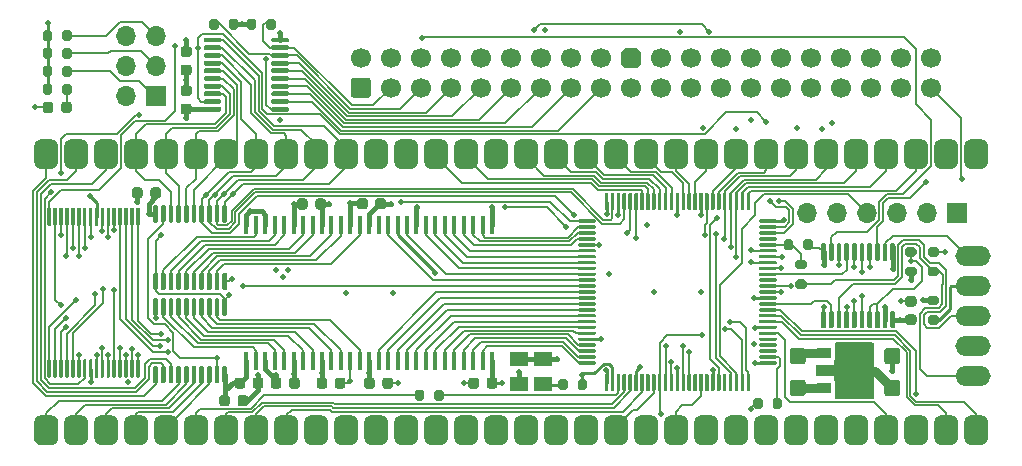
<source format=gtl>
G04 #@! TF.GenerationSoftware,KiCad,Pcbnew,8.0.5+1*
G04 #@! TF.CreationDate,2024-12-31T01:26:13+00:00*
G04 #@! TF.ProjectId,RIDE,52494445-2e6b-4696-9361-645f70636258,rev?*
G04 #@! TF.SameCoordinates,Original*
G04 #@! TF.FileFunction,Copper,L1,Top*
G04 #@! TF.FilePolarity,Positive*
%FSLAX46Y46*%
G04 Gerber Fmt 4.6, Leading zero omitted, Abs format (unit mm)*
G04 Created by KiCad (PCBNEW 8.0.5+1) date 2024-12-31 01:26:13*
%MOMM*%
%LPD*%
G01*
G04 APERTURE LIST*
G04 #@! TA.AperFunction,ComponentPad*
%ADD10C,1.700000*%
G04 #@! TD*
G04 #@! TA.AperFunction,SMDPad,CuDef*
%ADD11R,0.458000X1.510000*%
G04 #@! TD*
G04 #@! TA.AperFunction,SMDPad,CuDef*
%ADD12R,1.503000X1.300000*%
G04 #@! TD*
G04 #@! TA.AperFunction,ComponentPad*
%ADD13O,2.997200X1.676400*%
G04 #@! TD*
G04 #@! TA.AperFunction,ComponentPad*
%ADD14R,1.700000X1.700000*%
G04 #@! TD*
G04 #@! TA.AperFunction,ComponentPad*
%ADD15O,1.700000X1.700000*%
G04 #@! TD*
G04 #@! TA.AperFunction,SMDPad,CuDef*
%ADD16R,1.300000X0.900000*%
G04 #@! TD*
G04 #@! TA.AperFunction,ViaPad*
%ADD17C,0.508000*%
G04 #@! TD*
G04 #@! TA.AperFunction,Conductor*
%ADD18C,0.203200*%
G04 #@! TD*
G04 #@! TA.AperFunction,Conductor*
%ADD19C,0.177800*%
G04 #@! TD*
G04 #@! TA.AperFunction,Conductor*
%ADD20C,0.381000*%
G04 #@! TD*
G04 #@! TA.AperFunction,Conductor*
%ADD21C,0.254000*%
G04 #@! TD*
G04 #@! TA.AperFunction,Conductor*
%ADD22C,0.762000*%
G04 #@! TD*
G04 APERTURE END LIST*
G04 #@! TA.AperFunction,SMDPad,CuDef*
G36*
G01*
X45206200Y5338400D02*
X45206200Y5888400D01*
G75*
G02*
X45406200Y6088400I200000J0D01*
G01*
X45806200Y6088400D01*
G75*
G02*
X46006200Y5888400I0J-200000D01*
G01*
X46006200Y5338400D01*
G75*
G02*
X45806200Y5138400I-200000J0D01*
G01*
X45406200Y5138400D01*
G75*
G02*
X45206200Y5338400I0J200000D01*
G01*
G37*
G04 #@! TD.AperFunction*
G04 #@! TA.AperFunction,SMDPad,CuDef*
G36*
G01*
X46856200Y5338400D02*
X46856200Y5888400D01*
G75*
G02*
X47056200Y6088400I200000J0D01*
G01*
X47456200Y6088400D01*
G75*
G02*
X47656200Y5888400I0J-200000D01*
G01*
X47656200Y5338400D01*
G75*
G02*
X47456200Y5138400I-200000J0D01*
G01*
X47056200Y5138400D01*
G75*
G02*
X46856200Y5338400I0J200000D01*
G01*
G37*
G04 #@! TD.AperFunction*
G04 #@! TA.AperFunction,SMDPad,CuDef*
G36*
G01*
X73427801Y17562197D02*
X73627801Y17562197D01*
G75*
G02*
X73727801Y17462197I0J-100000D01*
G01*
X73727801Y16187197D01*
G75*
G02*
X73627801Y16087197I-100000J0D01*
G01*
X73427801Y16087197D01*
G75*
G02*
X73327801Y16187197I0J100000D01*
G01*
X73327801Y17462197D01*
G75*
G02*
X73427801Y17562197I100000J0D01*
G01*
G37*
G04 #@! TD.AperFunction*
G04 #@! TA.AperFunction,SMDPad,CuDef*
G36*
G01*
X72777801Y17562197D02*
X72977801Y17562197D01*
G75*
G02*
X73077801Y17462197I0J-100000D01*
G01*
X73077801Y16187197D01*
G75*
G02*
X72977801Y16087197I-100000J0D01*
G01*
X72777801Y16087197D01*
G75*
G02*
X72677801Y16187197I0J100000D01*
G01*
X72677801Y17462197D01*
G75*
G02*
X72777801Y17562197I100000J0D01*
G01*
G37*
G04 #@! TD.AperFunction*
G04 #@! TA.AperFunction,SMDPad,CuDef*
G36*
G01*
X72127801Y17562197D02*
X72327801Y17562197D01*
G75*
G02*
X72427801Y17462197I0J-100000D01*
G01*
X72427801Y16187197D01*
G75*
G02*
X72327801Y16087197I-100000J0D01*
G01*
X72127801Y16087197D01*
G75*
G02*
X72027801Y16187197I0J100000D01*
G01*
X72027801Y17462197D01*
G75*
G02*
X72127801Y17562197I100000J0D01*
G01*
G37*
G04 #@! TD.AperFunction*
G04 #@! TA.AperFunction,SMDPad,CuDef*
G36*
G01*
X71477801Y17562197D02*
X71677801Y17562197D01*
G75*
G02*
X71777801Y17462197I0J-100000D01*
G01*
X71777801Y16187197D01*
G75*
G02*
X71677801Y16087197I-100000J0D01*
G01*
X71477801Y16087197D01*
G75*
G02*
X71377801Y16187197I0J100000D01*
G01*
X71377801Y17462197D01*
G75*
G02*
X71477801Y17562197I100000J0D01*
G01*
G37*
G04 #@! TD.AperFunction*
G04 #@! TA.AperFunction,SMDPad,CuDef*
G36*
G01*
X70827801Y17562197D02*
X71027801Y17562197D01*
G75*
G02*
X71127801Y17462197I0J-100000D01*
G01*
X71127801Y16187197D01*
G75*
G02*
X71027801Y16087197I-100000J0D01*
G01*
X70827801Y16087197D01*
G75*
G02*
X70727801Y16187197I0J100000D01*
G01*
X70727801Y17462197D01*
G75*
G02*
X70827801Y17562197I100000J0D01*
G01*
G37*
G04 #@! TD.AperFunction*
G04 #@! TA.AperFunction,SMDPad,CuDef*
G36*
G01*
X70177801Y17562197D02*
X70377801Y17562197D01*
G75*
G02*
X70477801Y17462197I0J-100000D01*
G01*
X70477801Y16187197D01*
G75*
G02*
X70377801Y16087197I-100000J0D01*
G01*
X70177801Y16087197D01*
G75*
G02*
X70077801Y16187197I0J100000D01*
G01*
X70077801Y17462197D01*
G75*
G02*
X70177801Y17562197I100000J0D01*
G01*
G37*
G04 #@! TD.AperFunction*
G04 #@! TA.AperFunction,SMDPad,CuDef*
G36*
G01*
X69527801Y17562197D02*
X69727801Y17562197D01*
G75*
G02*
X69827801Y17462197I0J-100000D01*
G01*
X69827801Y16187197D01*
G75*
G02*
X69727801Y16087197I-100000J0D01*
G01*
X69527801Y16087197D01*
G75*
G02*
X69427801Y16187197I0J100000D01*
G01*
X69427801Y17462197D01*
G75*
G02*
X69527801Y17562197I100000J0D01*
G01*
G37*
G04 #@! TD.AperFunction*
G04 #@! TA.AperFunction,SMDPad,CuDef*
G36*
G01*
X68877801Y17562197D02*
X69077801Y17562197D01*
G75*
G02*
X69177801Y17462197I0J-100000D01*
G01*
X69177801Y16187197D01*
G75*
G02*
X69077801Y16087197I-100000J0D01*
G01*
X68877801Y16087197D01*
G75*
G02*
X68777801Y16187197I0J100000D01*
G01*
X68777801Y17462197D01*
G75*
G02*
X68877801Y17562197I100000J0D01*
G01*
G37*
G04 #@! TD.AperFunction*
G04 #@! TA.AperFunction,SMDPad,CuDef*
G36*
G01*
X68227801Y17562197D02*
X68427801Y17562197D01*
G75*
G02*
X68527801Y17462197I0J-100000D01*
G01*
X68527801Y16187197D01*
G75*
G02*
X68427801Y16087197I-100000J0D01*
G01*
X68227801Y16087197D01*
G75*
G02*
X68127801Y16187197I0J100000D01*
G01*
X68127801Y17462197D01*
G75*
G02*
X68227801Y17562197I100000J0D01*
G01*
G37*
G04 #@! TD.AperFunction*
G04 #@! TA.AperFunction,SMDPad,CuDef*
G36*
G01*
X67577801Y17562197D02*
X67777801Y17562197D01*
G75*
G02*
X67877801Y17462197I0J-100000D01*
G01*
X67877801Y16187197D01*
G75*
G02*
X67777801Y16087197I-100000J0D01*
G01*
X67577801Y16087197D01*
G75*
G02*
X67477801Y16187197I0J100000D01*
G01*
X67477801Y17462197D01*
G75*
G02*
X67577801Y17562197I100000J0D01*
G01*
G37*
G04 #@! TD.AperFunction*
G04 #@! TA.AperFunction,SMDPad,CuDef*
G36*
G01*
X67577801Y11837197D02*
X67777801Y11837197D01*
G75*
G02*
X67877801Y11737197I0J-100000D01*
G01*
X67877801Y10462197D01*
G75*
G02*
X67777801Y10362197I-100000J0D01*
G01*
X67577801Y10362197D01*
G75*
G02*
X67477801Y10462197I0J100000D01*
G01*
X67477801Y11737197D01*
G75*
G02*
X67577801Y11837197I100000J0D01*
G01*
G37*
G04 #@! TD.AperFunction*
G04 #@! TA.AperFunction,SMDPad,CuDef*
G36*
G01*
X68227801Y11837197D02*
X68427801Y11837197D01*
G75*
G02*
X68527801Y11737197I0J-100000D01*
G01*
X68527801Y10462197D01*
G75*
G02*
X68427801Y10362197I-100000J0D01*
G01*
X68227801Y10362197D01*
G75*
G02*
X68127801Y10462197I0J100000D01*
G01*
X68127801Y11737197D01*
G75*
G02*
X68227801Y11837197I100000J0D01*
G01*
G37*
G04 #@! TD.AperFunction*
G04 #@! TA.AperFunction,SMDPad,CuDef*
G36*
G01*
X68877801Y11837197D02*
X69077801Y11837197D01*
G75*
G02*
X69177801Y11737197I0J-100000D01*
G01*
X69177801Y10462197D01*
G75*
G02*
X69077801Y10362197I-100000J0D01*
G01*
X68877801Y10362197D01*
G75*
G02*
X68777801Y10462197I0J100000D01*
G01*
X68777801Y11737197D01*
G75*
G02*
X68877801Y11837197I100000J0D01*
G01*
G37*
G04 #@! TD.AperFunction*
G04 #@! TA.AperFunction,SMDPad,CuDef*
G36*
G01*
X69527801Y11837197D02*
X69727801Y11837197D01*
G75*
G02*
X69827801Y11737197I0J-100000D01*
G01*
X69827801Y10462197D01*
G75*
G02*
X69727801Y10362197I-100000J0D01*
G01*
X69527801Y10362197D01*
G75*
G02*
X69427801Y10462197I0J100000D01*
G01*
X69427801Y11737197D01*
G75*
G02*
X69527801Y11837197I100000J0D01*
G01*
G37*
G04 #@! TD.AperFunction*
G04 #@! TA.AperFunction,SMDPad,CuDef*
G36*
G01*
X70177801Y11837197D02*
X70377801Y11837197D01*
G75*
G02*
X70477801Y11737197I0J-100000D01*
G01*
X70477801Y10462197D01*
G75*
G02*
X70377801Y10362197I-100000J0D01*
G01*
X70177801Y10362197D01*
G75*
G02*
X70077801Y10462197I0J100000D01*
G01*
X70077801Y11737197D01*
G75*
G02*
X70177801Y11837197I100000J0D01*
G01*
G37*
G04 #@! TD.AperFunction*
G04 #@! TA.AperFunction,SMDPad,CuDef*
G36*
G01*
X70827801Y11837197D02*
X71027801Y11837197D01*
G75*
G02*
X71127801Y11737197I0J-100000D01*
G01*
X71127801Y10462197D01*
G75*
G02*
X71027801Y10362197I-100000J0D01*
G01*
X70827801Y10362197D01*
G75*
G02*
X70727801Y10462197I0J100000D01*
G01*
X70727801Y11737197D01*
G75*
G02*
X70827801Y11837197I100000J0D01*
G01*
G37*
G04 #@! TD.AperFunction*
G04 #@! TA.AperFunction,SMDPad,CuDef*
G36*
G01*
X71477801Y11837197D02*
X71677801Y11837197D01*
G75*
G02*
X71777801Y11737197I0J-100000D01*
G01*
X71777801Y10462197D01*
G75*
G02*
X71677801Y10362197I-100000J0D01*
G01*
X71477801Y10362197D01*
G75*
G02*
X71377801Y10462197I0J100000D01*
G01*
X71377801Y11737197D01*
G75*
G02*
X71477801Y11837197I100000J0D01*
G01*
G37*
G04 #@! TD.AperFunction*
G04 #@! TA.AperFunction,SMDPad,CuDef*
G36*
G01*
X72127801Y11837197D02*
X72327801Y11837197D01*
G75*
G02*
X72427801Y11737197I0J-100000D01*
G01*
X72427801Y10462197D01*
G75*
G02*
X72327801Y10362197I-100000J0D01*
G01*
X72127801Y10362197D01*
G75*
G02*
X72027801Y10462197I0J100000D01*
G01*
X72027801Y11737197D01*
G75*
G02*
X72127801Y11837197I100000J0D01*
G01*
G37*
G04 #@! TD.AperFunction*
G04 #@! TA.AperFunction,SMDPad,CuDef*
G36*
G01*
X72777801Y11837197D02*
X72977801Y11837197D01*
G75*
G02*
X73077801Y11737197I0J-100000D01*
G01*
X73077801Y10462197D01*
G75*
G02*
X72977801Y10362197I-100000J0D01*
G01*
X72777801Y10362197D01*
G75*
G02*
X72677801Y10462197I0J100000D01*
G01*
X72677801Y11737197D01*
G75*
G02*
X72777801Y11837197I100000J0D01*
G01*
G37*
G04 #@! TD.AperFunction*
G04 #@! TA.AperFunction,SMDPad,CuDef*
G36*
G01*
X73427801Y11837197D02*
X73627801Y11837197D01*
G75*
G02*
X73727801Y11737197I0J-100000D01*
G01*
X73727801Y10462197D01*
G75*
G02*
X73627801Y10362197I-100000J0D01*
G01*
X73427801Y10362197D01*
G75*
G02*
X73327801Y10462197I0J100000D01*
G01*
X73327801Y11737197D01*
G75*
G02*
X73427801Y11837197I100000J0D01*
G01*
G37*
G04 #@! TD.AperFunction*
G04 #@! TA.AperFunction,SMDPad,CuDef*
G36*
G01*
X2191801Y6196503D02*
X2041801Y6196503D01*
G75*
G02*
X1966801Y6271503I0J75000D01*
G01*
X1966801Y7671503D01*
G75*
G02*
X2041801Y7746503I75000J0D01*
G01*
X2191801Y7746503D01*
G75*
G02*
X2266801Y7671503I0J-75000D01*
G01*
X2266801Y6271503D01*
G75*
G02*
X2191801Y6196503I-75000J0D01*
G01*
G37*
G04 #@! TD.AperFunction*
G04 #@! TA.AperFunction,SMDPad,CuDef*
G36*
G01*
X2691801Y6196503D02*
X2541801Y6196503D01*
G75*
G02*
X2466801Y6271503I0J75000D01*
G01*
X2466801Y7671503D01*
G75*
G02*
X2541801Y7746503I75000J0D01*
G01*
X2691801Y7746503D01*
G75*
G02*
X2766801Y7671503I0J-75000D01*
G01*
X2766801Y6271503D01*
G75*
G02*
X2691801Y6196503I-75000J0D01*
G01*
G37*
G04 #@! TD.AperFunction*
G04 #@! TA.AperFunction,SMDPad,CuDef*
G36*
G01*
X3191801Y6196503D02*
X3041801Y6196503D01*
G75*
G02*
X2966801Y6271503I0J75000D01*
G01*
X2966801Y7671503D01*
G75*
G02*
X3041801Y7746503I75000J0D01*
G01*
X3191801Y7746503D01*
G75*
G02*
X3266801Y7671503I0J-75000D01*
G01*
X3266801Y6271503D01*
G75*
G02*
X3191801Y6196503I-75000J0D01*
G01*
G37*
G04 #@! TD.AperFunction*
G04 #@! TA.AperFunction,SMDPad,CuDef*
G36*
G01*
X3691801Y6196503D02*
X3541801Y6196503D01*
G75*
G02*
X3466801Y6271503I0J75000D01*
G01*
X3466801Y7671503D01*
G75*
G02*
X3541801Y7746503I75000J0D01*
G01*
X3691801Y7746503D01*
G75*
G02*
X3766801Y7671503I0J-75000D01*
G01*
X3766801Y6271503D01*
G75*
G02*
X3691801Y6196503I-75000J0D01*
G01*
G37*
G04 #@! TD.AperFunction*
G04 #@! TA.AperFunction,SMDPad,CuDef*
G36*
G01*
X4191801Y6196503D02*
X4041801Y6196503D01*
G75*
G02*
X3966801Y6271503I0J75000D01*
G01*
X3966801Y7671503D01*
G75*
G02*
X4041801Y7746503I75000J0D01*
G01*
X4191801Y7746503D01*
G75*
G02*
X4266801Y7671503I0J-75000D01*
G01*
X4266801Y6271503D01*
G75*
G02*
X4191801Y6196503I-75000J0D01*
G01*
G37*
G04 #@! TD.AperFunction*
G04 #@! TA.AperFunction,SMDPad,CuDef*
G36*
G01*
X4691801Y6196503D02*
X4541801Y6196503D01*
G75*
G02*
X4466801Y6271503I0J75000D01*
G01*
X4466801Y7671503D01*
G75*
G02*
X4541801Y7746503I75000J0D01*
G01*
X4691801Y7746503D01*
G75*
G02*
X4766801Y7671503I0J-75000D01*
G01*
X4766801Y6271503D01*
G75*
G02*
X4691801Y6196503I-75000J0D01*
G01*
G37*
G04 #@! TD.AperFunction*
G04 #@! TA.AperFunction,SMDPad,CuDef*
G36*
G01*
X5191801Y6196503D02*
X5041801Y6196503D01*
G75*
G02*
X4966801Y6271503I0J75000D01*
G01*
X4966801Y7671503D01*
G75*
G02*
X5041801Y7746503I75000J0D01*
G01*
X5191801Y7746503D01*
G75*
G02*
X5266801Y7671503I0J-75000D01*
G01*
X5266801Y6271503D01*
G75*
G02*
X5191801Y6196503I-75000J0D01*
G01*
G37*
G04 #@! TD.AperFunction*
G04 #@! TA.AperFunction,SMDPad,CuDef*
G36*
G01*
X5691801Y6196503D02*
X5541801Y6196503D01*
G75*
G02*
X5466801Y6271503I0J75000D01*
G01*
X5466801Y7671503D01*
G75*
G02*
X5541801Y7746503I75000J0D01*
G01*
X5691801Y7746503D01*
G75*
G02*
X5766801Y7671503I0J-75000D01*
G01*
X5766801Y6271503D01*
G75*
G02*
X5691801Y6196503I-75000J0D01*
G01*
G37*
G04 #@! TD.AperFunction*
G04 #@! TA.AperFunction,SMDPad,CuDef*
G36*
G01*
X6191801Y6196503D02*
X6041801Y6196503D01*
G75*
G02*
X5966801Y6271503I0J75000D01*
G01*
X5966801Y7671503D01*
G75*
G02*
X6041801Y7746503I75000J0D01*
G01*
X6191801Y7746503D01*
G75*
G02*
X6266801Y7671503I0J-75000D01*
G01*
X6266801Y6271503D01*
G75*
G02*
X6191801Y6196503I-75000J0D01*
G01*
G37*
G04 #@! TD.AperFunction*
G04 #@! TA.AperFunction,SMDPad,CuDef*
G36*
G01*
X6691801Y6196503D02*
X6541801Y6196503D01*
G75*
G02*
X6466801Y6271503I0J75000D01*
G01*
X6466801Y7671503D01*
G75*
G02*
X6541801Y7746503I75000J0D01*
G01*
X6691801Y7746503D01*
G75*
G02*
X6766801Y7671503I0J-75000D01*
G01*
X6766801Y6271503D01*
G75*
G02*
X6691801Y6196503I-75000J0D01*
G01*
G37*
G04 #@! TD.AperFunction*
G04 #@! TA.AperFunction,SMDPad,CuDef*
G36*
G01*
X7191801Y6196503D02*
X7041801Y6196503D01*
G75*
G02*
X6966801Y6271503I0J75000D01*
G01*
X6966801Y7671503D01*
G75*
G02*
X7041801Y7746503I75000J0D01*
G01*
X7191801Y7746503D01*
G75*
G02*
X7266801Y7671503I0J-75000D01*
G01*
X7266801Y6271503D01*
G75*
G02*
X7191801Y6196503I-75000J0D01*
G01*
G37*
G04 #@! TD.AperFunction*
G04 #@! TA.AperFunction,SMDPad,CuDef*
G36*
G01*
X7691801Y6196503D02*
X7541801Y6196503D01*
G75*
G02*
X7466801Y6271503I0J75000D01*
G01*
X7466801Y7671503D01*
G75*
G02*
X7541801Y7746503I75000J0D01*
G01*
X7691801Y7746503D01*
G75*
G02*
X7766801Y7671503I0J-75000D01*
G01*
X7766801Y6271503D01*
G75*
G02*
X7691801Y6196503I-75000J0D01*
G01*
G37*
G04 #@! TD.AperFunction*
G04 #@! TA.AperFunction,SMDPad,CuDef*
G36*
G01*
X8191801Y6196503D02*
X8041801Y6196503D01*
G75*
G02*
X7966801Y6271503I0J75000D01*
G01*
X7966801Y7671503D01*
G75*
G02*
X8041801Y7746503I75000J0D01*
G01*
X8191801Y7746503D01*
G75*
G02*
X8266801Y7671503I0J-75000D01*
G01*
X8266801Y6271503D01*
G75*
G02*
X8191801Y6196503I-75000J0D01*
G01*
G37*
G04 #@! TD.AperFunction*
G04 #@! TA.AperFunction,SMDPad,CuDef*
G36*
G01*
X8691801Y6196503D02*
X8541801Y6196503D01*
G75*
G02*
X8466801Y6271503I0J75000D01*
G01*
X8466801Y7671503D01*
G75*
G02*
X8541801Y7746503I75000J0D01*
G01*
X8691801Y7746503D01*
G75*
G02*
X8766801Y7671503I0J-75000D01*
G01*
X8766801Y6271503D01*
G75*
G02*
X8691801Y6196503I-75000J0D01*
G01*
G37*
G04 #@! TD.AperFunction*
G04 #@! TA.AperFunction,SMDPad,CuDef*
G36*
G01*
X9191801Y6196503D02*
X9041801Y6196503D01*
G75*
G02*
X8966801Y6271503I0J75000D01*
G01*
X8966801Y7671503D01*
G75*
G02*
X9041801Y7746503I75000J0D01*
G01*
X9191801Y7746503D01*
G75*
G02*
X9266801Y7671503I0J-75000D01*
G01*
X9266801Y6271503D01*
G75*
G02*
X9191801Y6196503I-75000J0D01*
G01*
G37*
G04 #@! TD.AperFunction*
G04 #@! TA.AperFunction,SMDPad,CuDef*
G36*
G01*
X9691801Y6196503D02*
X9541801Y6196503D01*
G75*
G02*
X9466801Y6271503I0J75000D01*
G01*
X9466801Y7671503D01*
G75*
G02*
X9541801Y7746503I75000J0D01*
G01*
X9691801Y7746503D01*
G75*
G02*
X9766801Y7671503I0J-75000D01*
G01*
X9766801Y6271503D01*
G75*
G02*
X9691801Y6196503I-75000J0D01*
G01*
G37*
G04 #@! TD.AperFunction*
G04 #@! TA.AperFunction,SMDPad,CuDef*
G36*
G01*
X9691801Y19046503D02*
X9541801Y19046503D01*
G75*
G02*
X9466801Y19121503I0J75000D01*
G01*
X9466801Y20521503D01*
G75*
G02*
X9541801Y20596503I75000J0D01*
G01*
X9691801Y20596503D01*
G75*
G02*
X9766801Y20521503I0J-75000D01*
G01*
X9766801Y19121503D01*
G75*
G02*
X9691801Y19046503I-75000J0D01*
G01*
G37*
G04 #@! TD.AperFunction*
G04 #@! TA.AperFunction,SMDPad,CuDef*
G36*
G01*
X9191801Y19046503D02*
X9041801Y19046503D01*
G75*
G02*
X8966801Y19121503I0J75000D01*
G01*
X8966801Y20521503D01*
G75*
G02*
X9041801Y20596503I75000J0D01*
G01*
X9191801Y20596503D01*
G75*
G02*
X9266801Y20521503I0J-75000D01*
G01*
X9266801Y19121503D01*
G75*
G02*
X9191801Y19046503I-75000J0D01*
G01*
G37*
G04 #@! TD.AperFunction*
G04 #@! TA.AperFunction,SMDPad,CuDef*
G36*
G01*
X8691801Y19046503D02*
X8541801Y19046503D01*
G75*
G02*
X8466801Y19121503I0J75000D01*
G01*
X8466801Y20521503D01*
G75*
G02*
X8541801Y20596503I75000J0D01*
G01*
X8691801Y20596503D01*
G75*
G02*
X8766801Y20521503I0J-75000D01*
G01*
X8766801Y19121503D01*
G75*
G02*
X8691801Y19046503I-75000J0D01*
G01*
G37*
G04 #@! TD.AperFunction*
G04 #@! TA.AperFunction,SMDPad,CuDef*
G36*
G01*
X8191801Y19046503D02*
X8041801Y19046503D01*
G75*
G02*
X7966801Y19121503I0J75000D01*
G01*
X7966801Y20521503D01*
G75*
G02*
X8041801Y20596503I75000J0D01*
G01*
X8191801Y20596503D01*
G75*
G02*
X8266801Y20521503I0J-75000D01*
G01*
X8266801Y19121503D01*
G75*
G02*
X8191801Y19046503I-75000J0D01*
G01*
G37*
G04 #@! TD.AperFunction*
G04 #@! TA.AperFunction,SMDPad,CuDef*
G36*
G01*
X7691801Y19046503D02*
X7541801Y19046503D01*
G75*
G02*
X7466801Y19121503I0J75000D01*
G01*
X7466801Y20521503D01*
G75*
G02*
X7541801Y20596503I75000J0D01*
G01*
X7691801Y20596503D01*
G75*
G02*
X7766801Y20521503I0J-75000D01*
G01*
X7766801Y19121503D01*
G75*
G02*
X7691801Y19046503I-75000J0D01*
G01*
G37*
G04 #@! TD.AperFunction*
G04 #@! TA.AperFunction,SMDPad,CuDef*
G36*
G01*
X7191801Y19046503D02*
X7041801Y19046503D01*
G75*
G02*
X6966801Y19121503I0J75000D01*
G01*
X6966801Y20521503D01*
G75*
G02*
X7041801Y20596503I75000J0D01*
G01*
X7191801Y20596503D01*
G75*
G02*
X7266801Y20521503I0J-75000D01*
G01*
X7266801Y19121503D01*
G75*
G02*
X7191801Y19046503I-75000J0D01*
G01*
G37*
G04 #@! TD.AperFunction*
G04 #@! TA.AperFunction,SMDPad,CuDef*
G36*
G01*
X6691801Y19046503D02*
X6541801Y19046503D01*
G75*
G02*
X6466801Y19121503I0J75000D01*
G01*
X6466801Y20521503D01*
G75*
G02*
X6541801Y20596503I75000J0D01*
G01*
X6691801Y20596503D01*
G75*
G02*
X6766801Y20521503I0J-75000D01*
G01*
X6766801Y19121503D01*
G75*
G02*
X6691801Y19046503I-75000J0D01*
G01*
G37*
G04 #@! TD.AperFunction*
G04 #@! TA.AperFunction,SMDPad,CuDef*
G36*
G01*
X6191801Y19046503D02*
X6041801Y19046503D01*
G75*
G02*
X5966801Y19121503I0J75000D01*
G01*
X5966801Y20521503D01*
G75*
G02*
X6041801Y20596503I75000J0D01*
G01*
X6191801Y20596503D01*
G75*
G02*
X6266801Y20521503I0J-75000D01*
G01*
X6266801Y19121503D01*
G75*
G02*
X6191801Y19046503I-75000J0D01*
G01*
G37*
G04 #@! TD.AperFunction*
G04 #@! TA.AperFunction,SMDPad,CuDef*
G36*
G01*
X5691801Y19046503D02*
X5541801Y19046503D01*
G75*
G02*
X5466801Y19121503I0J75000D01*
G01*
X5466801Y20521503D01*
G75*
G02*
X5541801Y20596503I75000J0D01*
G01*
X5691801Y20596503D01*
G75*
G02*
X5766801Y20521503I0J-75000D01*
G01*
X5766801Y19121503D01*
G75*
G02*
X5691801Y19046503I-75000J0D01*
G01*
G37*
G04 #@! TD.AperFunction*
G04 #@! TA.AperFunction,SMDPad,CuDef*
G36*
G01*
X5191801Y19046503D02*
X5041801Y19046503D01*
G75*
G02*
X4966801Y19121503I0J75000D01*
G01*
X4966801Y20521503D01*
G75*
G02*
X5041801Y20596503I75000J0D01*
G01*
X5191801Y20596503D01*
G75*
G02*
X5266801Y20521503I0J-75000D01*
G01*
X5266801Y19121503D01*
G75*
G02*
X5191801Y19046503I-75000J0D01*
G01*
G37*
G04 #@! TD.AperFunction*
G04 #@! TA.AperFunction,SMDPad,CuDef*
G36*
G01*
X4691801Y19046503D02*
X4541801Y19046503D01*
G75*
G02*
X4466801Y19121503I0J75000D01*
G01*
X4466801Y20521503D01*
G75*
G02*
X4541801Y20596503I75000J0D01*
G01*
X4691801Y20596503D01*
G75*
G02*
X4766801Y20521503I0J-75000D01*
G01*
X4766801Y19121503D01*
G75*
G02*
X4691801Y19046503I-75000J0D01*
G01*
G37*
G04 #@! TD.AperFunction*
G04 #@! TA.AperFunction,SMDPad,CuDef*
G36*
G01*
X4191801Y19046503D02*
X4041801Y19046503D01*
G75*
G02*
X3966801Y19121503I0J75000D01*
G01*
X3966801Y20521503D01*
G75*
G02*
X4041801Y20596503I75000J0D01*
G01*
X4191801Y20596503D01*
G75*
G02*
X4266801Y20521503I0J-75000D01*
G01*
X4266801Y19121503D01*
G75*
G02*
X4191801Y19046503I-75000J0D01*
G01*
G37*
G04 #@! TD.AperFunction*
G04 #@! TA.AperFunction,SMDPad,CuDef*
G36*
G01*
X3691801Y19046503D02*
X3541801Y19046503D01*
G75*
G02*
X3466801Y19121503I0J75000D01*
G01*
X3466801Y20521503D01*
G75*
G02*
X3541801Y20596503I75000J0D01*
G01*
X3691801Y20596503D01*
G75*
G02*
X3766801Y20521503I0J-75000D01*
G01*
X3766801Y19121503D01*
G75*
G02*
X3691801Y19046503I-75000J0D01*
G01*
G37*
G04 #@! TD.AperFunction*
G04 #@! TA.AperFunction,SMDPad,CuDef*
G36*
G01*
X3191801Y19046503D02*
X3041801Y19046503D01*
G75*
G02*
X2966801Y19121503I0J75000D01*
G01*
X2966801Y20521503D01*
G75*
G02*
X3041801Y20596503I75000J0D01*
G01*
X3191801Y20596503D01*
G75*
G02*
X3266801Y20521503I0J-75000D01*
G01*
X3266801Y19121503D01*
G75*
G02*
X3191801Y19046503I-75000J0D01*
G01*
G37*
G04 #@! TD.AperFunction*
G04 #@! TA.AperFunction,SMDPad,CuDef*
G36*
G01*
X2691801Y19046503D02*
X2541801Y19046503D01*
G75*
G02*
X2466801Y19121503I0J75000D01*
G01*
X2466801Y20521503D01*
G75*
G02*
X2541801Y20596503I75000J0D01*
G01*
X2691801Y20596503D01*
G75*
G02*
X2766801Y20521503I0J-75000D01*
G01*
X2766801Y19121503D01*
G75*
G02*
X2691801Y19046503I-75000J0D01*
G01*
G37*
G04 #@! TD.AperFunction*
G04 #@! TA.AperFunction,SMDPad,CuDef*
G36*
G01*
X2191801Y19046503D02*
X2041801Y19046503D01*
G75*
G02*
X1966801Y19121503I0J75000D01*
G01*
X1966801Y20521503D01*
G75*
G02*
X2041801Y20596503I75000J0D01*
G01*
X2191801Y20596503D01*
G75*
G02*
X2266801Y20521503I0J-75000D01*
G01*
X2266801Y19121503D01*
G75*
G02*
X2191801Y19046503I-75000J0D01*
G01*
G37*
G04 #@! TD.AperFunction*
G04 #@! TA.AperFunction,ComponentPad*
G36*
G01*
X29095601Y29893503D02*
X27895601Y29893503D01*
G75*
G02*
X27645601Y30143503I0J250000D01*
G01*
X27645601Y31343503D01*
G75*
G02*
X27895601Y31593503I250000J0D01*
G01*
X29095601Y31593503D01*
G75*
G02*
X29345601Y31343503I0J-250000D01*
G01*
X29345601Y30143503D01*
G75*
G02*
X29095601Y29893503I-250000J0D01*
G01*
G37*
G04 #@! TD.AperFunction*
D10*
X28495601Y33283503D03*
X31035601Y30743503D03*
X31035601Y33283503D03*
X33575601Y30743503D03*
X33575601Y33283503D03*
X36115601Y30743503D03*
X36115601Y33283503D03*
X38655601Y30743503D03*
X38655601Y33283503D03*
X41195601Y30743503D03*
X41195601Y33283503D03*
X43735601Y30743503D03*
X43735601Y33283503D03*
X46275601Y30743503D03*
X46275601Y33283503D03*
X48815601Y30743503D03*
X48815601Y33283503D03*
X51355601Y30743503D03*
G04 #@! TA.AperFunction,ComponentPad*
G36*
X50845601Y32433503D02*
G01*
X50505601Y32773503D01*
X50505601Y33793503D01*
X50845601Y34133503D01*
X51865601Y34133503D01*
X52205601Y33793503D01*
X52205601Y32773503D01*
X51865601Y32433503D01*
X50845601Y32433503D01*
G37*
G04 #@! TD.AperFunction*
X53895601Y30743503D03*
X53895601Y33283503D03*
X56435601Y30743503D03*
X56435601Y33283503D03*
X58975601Y30743503D03*
X58975601Y33283503D03*
X61515601Y30743503D03*
X61515601Y33283503D03*
X64055601Y30743503D03*
X64055601Y33283503D03*
X66595601Y30743503D03*
X66595601Y33283503D03*
X69135601Y30743503D03*
X69135601Y33283503D03*
X71675601Y30743503D03*
X71675601Y33283503D03*
X74215601Y30743503D03*
X74215601Y33283503D03*
X76755601Y30743503D03*
X76755601Y33283503D03*
G04 #@! TA.AperFunction,SMDPad,CuDef*
G36*
G01*
X16504200Y3991800D02*
X16504200Y4491800D01*
G75*
G02*
X16729200Y4716800I225000J0D01*
G01*
X17179200Y4716800D01*
G75*
G02*
X17404200Y4491800I0J-225000D01*
G01*
X17404200Y3991800D01*
G75*
G02*
X17179200Y3766800I-225000J0D01*
G01*
X16729200Y3766800D01*
G75*
G02*
X16504200Y3991800I0J225000D01*
G01*
G37*
G04 #@! TD.AperFunction*
G04 #@! TA.AperFunction,SMDPad,CuDef*
G36*
G01*
X18054200Y3991800D02*
X18054200Y4491800D01*
G75*
G02*
X18279200Y4716800I225000J0D01*
G01*
X18729200Y4716800D01*
G75*
G02*
X18954200Y4491800I0J-225000D01*
G01*
X18954200Y3991800D01*
G75*
G02*
X18729200Y3766800I-225000J0D01*
G01*
X18279200Y3766800D01*
G75*
G02*
X18054200Y3991800I0J225000D01*
G01*
G37*
G04 #@! TD.AperFunction*
D11*
X18808004Y7646503D03*
X19608004Y7646503D03*
X20408004Y7646503D03*
X21208004Y7646503D03*
X22008004Y7646503D03*
X22808004Y7646503D03*
X23608004Y7646503D03*
X24408004Y7646503D03*
X25208004Y7646503D03*
X26008004Y7646503D03*
X26808004Y7646503D03*
X27608004Y7646503D03*
X28408004Y7646503D03*
X29208004Y7646503D03*
X30008004Y7646503D03*
X30808004Y7646503D03*
X31608004Y7646503D03*
X32408004Y7646503D03*
X33208004Y7646503D03*
X34008004Y7646503D03*
X34808004Y7646503D03*
X35608004Y7646503D03*
X36408004Y7646503D03*
X37208004Y7646503D03*
X38008004Y7646503D03*
X38808004Y7646503D03*
X39608004Y7646503D03*
X39608004Y19146503D03*
X38808004Y19146503D03*
X38008004Y19146503D03*
X37208004Y19146503D03*
X36408004Y19146503D03*
X35608004Y19146503D03*
X34808004Y19146503D03*
X34008004Y19146503D03*
X33208004Y19146503D03*
X32408004Y19146503D03*
X31608004Y19146503D03*
X30808004Y19146503D03*
X30008004Y19146503D03*
X29208004Y19146503D03*
X28408004Y19146503D03*
X27608004Y19146503D03*
X26808004Y19146503D03*
X26008004Y19146503D03*
X25208004Y19146503D03*
X24408004Y19146503D03*
X23608004Y19146503D03*
X22808004Y19146503D03*
X22008004Y19146503D03*
X21208004Y19146503D03*
X20408004Y19146503D03*
X19608004Y19146503D03*
X18808004Y19146503D03*
D12*
X41848700Y7781000D03*
X41848700Y5681000D03*
X43901700Y5681000D03*
X43901700Y7781000D03*
G04 #@! TA.AperFunction,SMDPad,CuDef*
G36*
G01*
X28771801Y5484003D02*
X28771801Y5984003D01*
G75*
G02*
X28996801Y6209003I225000J0D01*
G01*
X29446801Y6209003D01*
G75*
G02*
X29671801Y5984003I0J-225000D01*
G01*
X29671801Y5484003D01*
G75*
G02*
X29446801Y5259003I-225000J0D01*
G01*
X28996801Y5259003D01*
G75*
G02*
X28771801Y5484003I0J225000D01*
G01*
G37*
G04 #@! TD.AperFunction*
G04 #@! TA.AperFunction,SMDPad,CuDef*
G36*
G01*
X30321801Y5484003D02*
X30321801Y5984003D01*
G75*
G02*
X30546801Y6209003I225000J0D01*
G01*
X30996801Y6209003D01*
G75*
G02*
X31221801Y5984003I0J-225000D01*
G01*
X31221801Y5484003D01*
G75*
G02*
X30996801Y5259003I-225000J0D01*
G01*
X30546801Y5259003D01*
G75*
G02*
X30321801Y5484003I0J225000D01*
G01*
G37*
G04 #@! TD.AperFunction*
G04 #@! TA.AperFunction,SMDPad,CuDef*
G36*
G01*
X22392801Y29026604D02*
X22392801Y28826604D01*
G75*
G02*
X22292801Y28726604I-100000J0D01*
G01*
X21017801Y28726604D01*
G75*
G02*
X20917801Y28826604I0J100000D01*
G01*
X20917801Y29026604D01*
G75*
G02*
X21017801Y29126604I100000J0D01*
G01*
X22292801Y29126604D01*
G75*
G02*
X22392801Y29026604I0J-100000D01*
G01*
G37*
G04 #@! TD.AperFunction*
G04 #@! TA.AperFunction,SMDPad,CuDef*
G36*
G01*
X22392801Y29676604D02*
X22392801Y29476604D01*
G75*
G02*
X22292801Y29376604I-100000J0D01*
G01*
X21017801Y29376604D01*
G75*
G02*
X20917801Y29476604I0J100000D01*
G01*
X20917801Y29676604D01*
G75*
G02*
X21017801Y29776604I100000J0D01*
G01*
X22292801Y29776604D01*
G75*
G02*
X22392801Y29676604I0J-100000D01*
G01*
G37*
G04 #@! TD.AperFunction*
G04 #@! TA.AperFunction,SMDPad,CuDef*
G36*
G01*
X22392801Y30326604D02*
X22392801Y30126604D01*
G75*
G02*
X22292801Y30026604I-100000J0D01*
G01*
X21017801Y30026604D01*
G75*
G02*
X20917801Y30126604I0J100000D01*
G01*
X20917801Y30326604D01*
G75*
G02*
X21017801Y30426604I100000J0D01*
G01*
X22292801Y30426604D01*
G75*
G02*
X22392801Y30326604I0J-100000D01*
G01*
G37*
G04 #@! TD.AperFunction*
G04 #@! TA.AperFunction,SMDPad,CuDef*
G36*
G01*
X22392801Y30976604D02*
X22392801Y30776604D01*
G75*
G02*
X22292801Y30676604I-100000J0D01*
G01*
X21017801Y30676604D01*
G75*
G02*
X20917801Y30776604I0J100000D01*
G01*
X20917801Y30976604D01*
G75*
G02*
X21017801Y31076604I100000J0D01*
G01*
X22292801Y31076604D01*
G75*
G02*
X22392801Y30976604I0J-100000D01*
G01*
G37*
G04 #@! TD.AperFunction*
G04 #@! TA.AperFunction,SMDPad,CuDef*
G36*
G01*
X22392801Y31626604D02*
X22392801Y31426604D01*
G75*
G02*
X22292801Y31326604I-100000J0D01*
G01*
X21017801Y31326604D01*
G75*
G02*
X20917801Y31426604I0J100000D01*
G01*
X20917801Y31626604D01*
G75*
G02*
X21017801Y31726604I100000J0D01*
G01*
X22292801Y31726604D01*
G75*
G02*
X22392801Y31626604I0J-100000D01*
G01*
G37*
G04 #@! TD.AperFunction*
G04 #@! TA.AperFunction,SMDPad,CuDef*
G36*
G01*
X22392801Y32276604D02*
X22392801Y32076604D01*
G75*
G02*
X22292801Y31976604I-100000J0D01*
G01*
X21017801Y31976604D01*
G75*
G02*
X20917801Y32076604I0J100000D01*
G01*
X20917801Y32276604D01*
G75*
G02*
X21017801Y32376604I100000J0D01*
G01*
X22292801Y32376604D01*
G75*
G02*
X22392801Y32276604I0J-100000D01*
G01*
G37*
G04 #@! TD.AperFunction*
G04 #@! TA.AperFunction,SMDPad,CuDef*
G36*
G01*
X22392801Y32926604D02*
X22392801Y32726604D01*
G75*
G02*
X22292801Y32626604I-100000J0D01*
G01*
X21017801Y32626604D01*
G75*
G02*
X20917801Y32726604I0J100000D01*
G01*
X20917801Y32926604D01*
G75*
G02*
X21017801Y33026604I100000J0D01*
G01*
X22292801Y33026604D01*
G75*
G02*
X22392801Y32926604I0J-100000D01*
G01*
G37*
G04 #@! TD.AperFunction*
G04 #@! TA.AperFunction,SMDPad,CuDef*
G36*
G01*
X22392801Y33576604D02*
X22392801Y33376604D01*
G75*
G02*
X22292801Y33276604I-100000J0D01*
G01*
X21017801Y33276604D01*
G75*
G02*
X20917801Y33376604I0J100000D01*
G01*
X20917801Y33576604D01*
G75*
G02*
X21017801Y33676604I100000J0D01*
G01*
X22292801Y33676604D01*
G75*
G02*
X22392801Y33576604I0J-100000D01*
G01*
G37*
G04 #@! TD.AperFunction*
G04 #@! TA.AperFunction,SMDPad,CuDef*
G36*
G01*
X22392801Y34226604D02*
X22392801Y34026604D01*
G75*
G02*
X22292801Y33926604I-100000J0D01*
G01*
X21017801Y33926604D01*
G75*
G02*
X20917801Y34026604I0J100000D01*
G01*
X20917801Y34226604D01*
G75*
G02*
X21017801Y34326604I100000J0D01*
G01*
X22292801Y34326604D01*
G75*
G02*
X22392801Y34226604I0J-100000D01*
G01*
G37*
G04 #@! TD.AperFunction*
G04 #@! TA.AperFunction,SMDPad,CuDef*
G36*
G01*
X22392801Y34876604D02*
X22392801Y34676604D01*
G75*
G02*
X22292801Y34576604I-100000J0D01*
G01*
X21017801Y34576604D01*
G75*
G02*
X20917801Y34676604I0J100000D01*
G01*
X20917801Y34876604D01*
G75*
G02*
X21017801Y34976604I100000J0D01*
G01*
X22292801Y34976604D01*
G75*
G02*
X22392801Y34876604I0J-100000D01*
G01*
G37*
G04 #@! TD.AperFunction*
G04 #@! TA.AperFunction,SMDPad,CuDef*
G36*
G01*
X16667801Y34876604D02*
X16667801Y34676604D01*
G75*
G02*
X16567801Y34576604I-100000J0D01*
G01*
X15292801Y34576604D01*
G75*
G02*
X15192801Y34676604I0J100000D01*
G01*
X15192801Y34876604D01*
G75*
G02*
X15292801Y34976604I100000J0D01*
G01*
X16567801Y34976604D01*
G75*
G02*
X16667801Y34876604I0J-100000D01*
G01*
G37*
G04 #@! TD.AperFunction*
G04 #@! TA.AperFunction,SMDPad,CuDef*
G36*
G01*
X16667801Y34226604D02*
X16667801Y34026604D01*
G75*
G02*
X16567801Y33926604I-100000J0D01*
G01*
X15292801Y33926604D01*
G75*
G02*
X15192801Y34026604I0J100000D01*
G01*
X15192801Y34226604D01*
G75*
G02*
X15292801Y34326604I100000J0D01*
G01*
X16567801Y34326604D01*
G75*
G02*
X16667801Y34226604I0J-100000D01*
G01*
G37*
G04 #@! TD.AperFunction*
G04 #@! TA.AperFunction,SMDPad,CuDef*
G36*
G01*
X16667801Y33576604D02*
X16667801Y33376604D01*
G75*
G02*
X16567801Y33276604I-100000J0D01*
G01*
X15292801Y33276604D01*
G75*
G02*
X15192801Y33376604I0J100000D01*
G01*
X15192801Y33576604D01*
G75*
G02*
X15292801Y33676604I100000J0D01*
G01*
X16567801Y33676604D01*
G75*
G02*
X16667801Y33576604I0J-100000D01*
G01*
G37*
G04 #@! TD.AperFunction*
G04 #@! TA.AperFunction,SMDPad,CuDef*
G36*
G01*
X16667801Y32926604D02*
X16667801Y32726604D01*
G75*
G02*
X16567801Y32626604I-100000J0D01*
G01*
X15292801Y32626604D01*
G75*
G02*
X15192801Y32726604I0J100000D01*
G01*
X15192801Y32926604D01*
G75*
G02*
X15292801Y33026604I100000J0D01*
G01*
X16567801Y33026604D01*
G75*
G02*
X16667801Y32926604I0J-100000D01*
G01*
G37*
G04 #@! TD.AperFunction*
G04 #@! TA.AperFunction,SMDPad,CuDef*
G36*
G01*
X16667801Y32276604D02*
X16667801Y32076604D01*
G75*
G02*
X16567801Y31976604I-100000J0D01*
G01*
X15292801Y31976604D01*
G75*
G02*
X15192801Y32076604I0J100000D01*
G01*
X15192801Y32276604D01*
G75*
G02*
X15292801Y32376604I100000J0D01*
G01*
X16567801Y32376604D01*
G75*
G02*
X16667801Y32276604I0J-100000D01*
G01*
G37*
G04 #@! TD.AperFunction*
G04 #@! TA.AperFunction,SMDPad,CuDef*
G36*
G01*
X16667801Y31626604D02*
X16667801Y31426604D01*
G75*
G02*
X16567801Y31326604I-100000J0D01*
G01*
X15292801Y31326604D01*
G75*
G02*
X15192801Y31426604I0J100000D01*
G01*
X15192801Y31626604D01*
G75*
G02*
X15292801Y31726604I100000J0D01*
G01*
X16567801Y31726604D01*
G75*
G02*
X16667801Y31626604I0J-100000D01*
G01*
G37*
G04 #@! TD.AperFunction*
G04 #@! TA.AperFunction,SMDPad,CuDef*
G36*
G01*
X16667801Y30976604D02*
X16667801Y30776604D01*
G75*
G02*
X16567801Y30676604I-100000J0D01*
G01*
X15292801Y30676604D01*
G75*
G02*
X15192801Y30776604I0J100000D01*
G01*
X15192801Y30976604D01*
G75*
G02*
X15292801Y31076604I100000J0D01*
G01*
X16567801Y31076604D01*
G75*
G02*
X16667801Y30976604I0J-100000D01*
G01*
G37*
G04 #@! TD.AperFunction*
G04 #@! TA.AperFunction,SMDPad,CuDef*
G36*
G01*
X16667801Y30326604D02*
X16667801Y30126604D01*
G75*
G02*
X16567801Y30026604I-100000J0D01*
G01*
X15292801Y30026604D01*
G75*
G02*
X15192801Y30126604I0J100000D01*
G01*
X15192801Y30326604D01*
G75*
G02*
X15292801Y30426604I100000J0D01*
G01*
X16567801Y30426604D01*
G75*
G02*
X16667801Y30326604I0J-100000D01*
G01*
G37*
G04 #@! TD.AperFunction*
G04 #@! TA.AperFunction,SMDPad,CuDef*
G36*
G01*
X16667801Y29676604D02*
X16667801Y29476604D01*
G75*
G02*
X16567801Y29376604I-100000J0D01*
G01*
X15292801Y29376604D01*
G75*
G02*
X15192801Y29476604I0J100000D01*
G01*
X15192801Y29676604D01*
G75*
G02*
X15292801Y29776604I100000J0D01*
G01*
X16567801Y29776604D01*
G75*
G02*
X16667801Y29676604I0J-100000D01*
G01*
G37*
G04 #@! TD.AperFunction*
G04 #@! TA.AperFunction,SMDPad,CuDef*
G36*
G01*
X16667801Y29026604D02*
X16667801Y28826604D01*
G75*
G02*
X16567801Y28726604I-100000J0D01*
G01*
X15292801Y28726604D01*
G75*
G02*
X15192801Y28826604I0J100000D01*
G01*
X15192801Y29026604D01*
G75*
G02*
X15292801Y29126604I100000J0D01*
G01*
X16567801Y29126604D01*
G75*
G02*
X16667801Y29026604I0J-100000D01*
G01*
G37*
G04 #@! TD.AperFunction*
G04 #@! TA.AperFunction,SMDPad,CuDef*
G36*
G01*
X13962805Y28493000D02*
X13462805Y28493000D01*
G75*
G02*
X13237805Y28718000I0J225000D01*
G01*
X13237805Y29168000D01*
G75*
G02*
X13462805Y29393000I225000J0D01*
G01*
X13962805Y29393000D01*
G75*
G02*
X14187805Y29168000I0J-225000D01*
G01*
X14187805Y28718000D01*
G75*
G02*
X13962805Y28493000I-225000J0D01*
G01*
G37*
G04 #@! TD.AperFunction*
G04 #@! TA.AperFunction,SMDPad,CuDef*
G36*
G01*
X13962805Y30043000D02*
X13462805Y30043000D01*
G75*
G02*
X13237805Y30268000I0J225000D01*
G01*
X13237805Y30718000D01*
G75*
G02*
X13462805Y30943000I225000J0D01*
G01*
X13962805Y30943000D01*
G75*
G02*
X14187805Y30718000I0J-225000D01*
G01*
X14187805Y30268000D01*
G75*
G02*
X13962805Y30043000I-225000J0D01*
G01*
G37*
G04 #@! TD.AperFunction*
G04 #@! TA.AperFunction,SMDPad,CuDef*
G36*
G01*
X73907200Y4620003D02*
X73057200Y4620003D01*
G75*
G02*
X72807200Y4870003I0J250000D01*
G01*
X72807200Y5770003D01*
G75*
G02*
X73057200Y6020003I250000J0D01*
G01*
X73907200Y6020003D01*
G75*
G02*
X74157200Y5770003I0J-250000D01*
G01*
X74157200Y4870003D01*
G75*
G02*
X73907200Y4620003I-250000J0D01*
G01*
G37*
G04 #@! TD.AperFunction*
G04 #@! TA.AperFunction,SMDPad,CuDef*
G36*
G01*
X73907200Y7320003D02*
X73057200Y7320003D01*
G75*
G02*
X72807200Y7570003I0J250000D01*
G01*
X72807200Y8470003D01*
G75*
G02*
X73057200Y8720003I250000J0D01*
G01*
X73907200Y8720003D01*
G75*
G02*
X74157200Y8470003I0J-250000D01*
G01*
X74157200Y7570003D01*
G75*
G02*
X73907200Y7320003I-250000J0D01*
G01*
G37*
G04 #@! TD.AperFunction*
G04 #@! TA.AperFunction,SMDPad,CuDef*
G36*
G01*
X75318001Y10657103D02*
X74818001Y10657103D01*
G75*
G02*
X74593001Y10882103I0J225000D01*
G01*
X74593001Y11332103D01*
G75*
G02*
X74818001Y11557103I225000J0D01*
G01*
X75318001Y11557103D01*
G75*
G02*
X75543001Y11332103I0J-225000D01*
G01*
X75543001Y10882103D01*
G75*
G02*
X75318001Y10657103I-225000J0D01*
G01*
G37*
G04 #@! TD.AperFunction*
G04 #@! TA.AperFunction,SMDPad,CuDef*
G36*
G01*
X75318001Y12207103D02*
X74818001Y12207103D01*
G75*
G02*
X74593001Y12432103I0J225000D01*
G01*
X74593001Y12882103D01*
G75*
G02*
X74818001Y13107103I225000J0D01*
G01*
X75318001Y13107103D01*
G75*
G02*
X75543001Y12882103I0J-225000D01*
G01*
X75543001Y12432103D01*
G75*
G02*
X75318001Y12207103I-225000J0D01*
G01*
G37*
G04 #@! TD.AperFunction*
G04 #@! TA.AperFunction,SMDPad,CuDef*
G36*
G01*
X40045604Y5984003D02*
X40045604Y5484003D01*
G75*
G02*
X39820604Y5259003I-225000J0D01*
G01*
X39370604Y5259003D01*
G75*
G02*
X39145604Y5484003I0J225000D01*
G01*
X39145604Y5984003D01*
G75*
G02*
X39370604Y6209003I225000J0D01*
G01*
X39820604Y6209003D01*
G75*
G02*
X40045604Y5984003I0J-225000D01*
G01*
G37*
G04 #@! TD.AperFunction*
G04 #@! TA.AperFunction,SMDPad,CuDef*
G36*
G01*
X38495604Y5984003D02*
X38495604Y5484003D01*
G75*
G02*
X38270604Y5259003I-225000J0D01*
G01*
X37820604Y5259003D01*
G75*
G02*
X37595604Y5484003I0J225000D01*
G01*
X37595604Y5984003D01*
G75*
G02*
X37820604Y6209003I225000J0D01*
G01*
X38270604Y6209003D01*
G75*
G02*
X38495604Y5984003I0J-225000D01*
G01*
G37*
G04 #@! TD.AperFunction*
G04 #@! TA.AperFunction,SMDPad,CuDef*
G36*
G01*
X13462805Y34245000D02*
X13962805Y34245000D01*
G75*
G02*
X14187805Y34020000I0J-225000D01*
G01*
X14187805Y33570000D01*
G75*
G02*
X13962805Y33345000I-225000J0D01*
G01*
X13462805Y33345000D01*
G75*
G02*
X13237805Y33570000I0J225000D01*
G01*
X13237805Y34020000D01*
G75*
G02*
X13462805Y34245000I225000J0D01*
G01*
G37*
G04 #@! TD.AperFunction*
G04 #@! TA.AperFunction,SMDPad,CuDef*
G36*
G01*
X13462805Y32695000D02*
X13962805Y32695000D01*
G75*
G02*
X14187805Y32470000I0J-225000D01*
G01*
X14187805Y32020000D01*
G75*
G02*
X13962805Y31795000I-225000J0D01*
G01*
X13462805Y31795000D01*
G75*
G02*
X13237805Y32020000I0J225000D01*
G01*
X13237805Y32470000D01*
G75*
G02*
X13462805Y32695000I225000J0D01*
G01*
G37*
G04 #@! TD.AperFunction*
G04 #@! TA.AperFunction,SMDPad,CuDef*
G36*
G01*
X65906200Y4630200D02*
X65056200Y4630200D01*
G75*
G02*
X64806200Y4880200I0J250000D01*
G01*
X64806200Y5780200D01*
G75*
G02*
X65056200Y6030200I250000J0D01*
G01*
X65906200Y6030200D01*
G75*
G02*
X66156200Y5780200I0J-250000D01*
G01*
X66156200Y4880200D01*
G75*
G02*
X65906200Y4630200I-250000J0D01*
G01*
G37*
G04 #@! TD.AperFunction*
G04 #@! TA.AperFunction,SMDPad,CuDef*
G36*
G01*
X65906200Y7330200D02*
X65056200Y7330200D01*
G75*
G02*
X64806200Y7580200I0J250000D01*
G01*
X64806200Y8480200D01*
G75*
G02*
X65056200Y8730200I250000J0D01*
G01*
X65906200Y8730200D01*
G75*
G02*
X66156200Y8480200I0J-250000D01*
G01*
X66156200Y7580200D01*
G75*
G02*
X65906200Y7330200I-250000J0D01*
G01*
G37*
G04 #@! TD.AperFunction*
G04 #@! TA.AperFunction,SMDPad,CuDef*
G36*
G01*
X11217615Y13606503D02*
X11017615Y13606503D01*
G75*
G02*
X10917615Y13706503I0J100000D01*
G01*
X10917615Y14981503D01*
G75*
G02*
X11017615Y15081503I100000J0D01*
G01*
X11217615Y15081503D01*
G75*
G02*
X11317615Y14981503I0J-100000D01*
G01*
X11317615Y13706503D01*
G75*
G02*
X11217615Y13606503I-100000J0D01*
G01*
G37*
G04 #@! TD.AperFunction*
G04 #@! TA.AperFunction,SMDPad,CuDef*
G36*
G01*
X11867615Y13606503D02*
X11667615Y13606503D01*
G75*
G02*
X11567615Y13706503I0J100000D01*
G01*
X11567615Y14981503D01*
G75*
G02*
X11667615Y15081503I100000J0D01*
G01*
X11867615Y15081503D01*
G75*
G02*
X11967615Y14981503I0J-100000D01*
G01*
X11967615Y13706503D01*
G75*
G02*
X11867615Y13606503I-100000J0D01*
G01*
G37*
G04 #@! TD.AperFunction*
G04 #@! TA.AperFunction,SMDPad,CuDef*
G36*
G01*
X12517615Y13606503D02*
X12317615Y13606503D01*
G75*
G02*
X12217615Y13706503I0J100000D01*
G01*
X12217615Y14981503D01*
G75*
G02*
X12317615Y15081503I100000J0D01*
G01*
X12517615Y15081503D01*
G75*
G02*
X12617615Y14981503I0J-100000D01*
G01*
X12617615Y13706503D01*
G75*
G02*
X12517615Y13606503I-100000J0D01*
G01*
G37*
G04 #@! TD.AperFunction*
G04 #@! TA.AperFunction,SMDPad,CuDef*
G36*
G01*
X13167615Y13606503D02*
X12967615Y13606503D01*
G75*
G02*
X12867615Y13706503I0J100000D01*
G01*
X12867615Y14981503D01*
G75*
G02*
X12967615Y15081503I100000J0D01*
G01*
X13167615Y15081503D01*
G75*
G02*
X13267615Y14981503I0J-100000D01*
G01*
X13267615Y13706503D01*
G75*
G02*
X13167615Y13606503I-100000J0D01*
G01*
G37*
G04 #@! TD.AperFunction*
G04 #@! TA.AperFunction,SMDPad,CuDef*
G36*
G01*
X13817615Y13606503D02*
X13617615Y13606503D01*
G75*
G02*
X13517615Y13706503I0J100000D01*
G01*
X13517615Y14981503D01*
G75*
G02*
X13617615Y15081503I100000J0D01*
G01*
X13817615Y15081503D01*
G75*
G02*
X13917615Y14981503I0J-100000D01*
G01*
X13917615Y13706503D01*
G75*
G02*
X13817615Y13606503I-100000J0D01*
G01*
G37*
G04 #@! TD.AperFunction*
G04 #@! TA.AperFunction,SMDPad,CuDef*
G36*
G01*
X14467615Y13606503D02*
X14267615Y13606503D01*
G75*
G02*
X14167615Y13706503I0J100000D01*
G01*
X14167615Y14981503D01*
G75*
G02*
X14267615Y15081503I100000J0D01*
G01*
X14467615Y15081503D01*
G75*
G02*
X14567615Y14981503I0J-100000D01*
G01*
X14567615Y13706503D01*
G75*
G02*
X14467615Y13606503I-100000J0D01*
G01*
G37*
G04 #@! TD.AperFunction*
G04 #@! TA.AperFunction,SMDPad,CuDef*
G36*
G01*
X15117615Y13606503D02*
X14917615Y13606503D01*
G75*
G02*
X14817615Y13706503I0J100000D01*
G01*
X14817615Y14981503D01*
G75*
G02*
X14917615Y15081503I100000J0D01*
G01*
X15117615Y15081503D01*
G75*
G02*
X15217615Y14981503I0J-100000D01*
G01*
X15217615Y13706503D01*
G75*
G02*
X15117615Y13606503I-100000J0D01*
G01*
G37*
G04 #@! TD.AperFunction*
G04 #@! TA.AperFunction,SMDPad,CuDef*
G36*
G01*
X15767615Y13606503D02*
X15567615Y13606503D01*
G75*
G02*
X15467615Y13706503I0J100000D01*
G01*
X15467615Y14981503D01*
G75*
G02*
X15567615Y15081503I100000J0D01*
G01*
X15767615Y15081503D01*
G75*
G02*
X15867615Y14981503I0J-100000D01*
G01*
X15867615Y13706503D01*
G75*
G02*
X15767615Y13606503I-100000J0D01*
G01*
G37*
G04 #@! TD.AperFunction*
G04 #@! TA.AperFunction,SMDPad,CuDef*
G36*
G01*
X16417615Y13606503D02*
X16217615Y13606503D01*
G75*
G02*
X16117615Y13706503I0J100000D01*
G01*
X16117615Y14981503D01*
G75*
G02*
X16217615Y15081503I100000J0D01*
G01*
X16417615Y15081503D01*
G75*
G02*
X16517615Y14981503I0J-100000D01*
G01*
X16517615Y13706503D01*
G75*
G02*
X16417615Y13606503I-100000J0D01*
G01*
G37*
G04 #@! TD.AperFunction*
G04 #@! TA.AperFunction,SMDPad,CuDef*
G36*
G01*
X17067615Y13606503D02*
X16867615Y13606503D01*
G75*
G02*
X16767615Y13706503I0J100000D01*
G01*
X16767615Y14981503D01*
G75*
G02*
X16867615Y15081503I100000J0D01*
G01*
X17067615Y15081503D01*
G75*
G02*
X17167615Y14981503I0J-100000D01*
G01*
X17167615Y13706503D01*
G75*
G02*
X17067615Y13606503I-100000J0D01*
G01*
G37*
G04 #@! TD.AperFunction*
G04 #@! TA.AperFunction,SMDPad,CuDef*
G36*
G01*
X17067615Y19331503D02*
X16867615Y19331503D01*
G75*
G02*
X16767615Y19431503I0J100000D01*
G01*
X16767615Y20706503D01*
G75*
G02*
X16867615Y20806503I100000J0D01*
G01*
X17067615Y20806503D01*
G75*
G02*
X17167615Y20706503I0J-100000D01*
G01*
X17167615Y19431503D01*
G75*
G02*
X17067615Y19331503I-100000J0D01*
G01*
G37*
G04 #@! TD.AperFunction*
G04 #@! TA.AperFunction,SMDPad,CuDef*
G36*
G01*
X16417615Y19331503D02*
X16217615Y19331503D01*
G75*
G02*
X16117615Y19431503I0J100000D01*
G01*
X16117615Y20706503D01*
G75*
G02*
X16217615Y20806503I100000J0D01*
G01*
X16417615Y20806503D01*
G75*
G02*
X16517615Y20706503I0J-100000D01*
G01*
X16517615Y19431503D01*
G75*
G02*
X16417615Y19331503I-100000J0D01*
G01*
G37*
G04 #@! TD.AperFunction*
G04 #@! TA.AperFunction,SMDPad,CuDef*
G36*
G01*
X15767615Y19331503D02*
X15567615Y19331503D01*
G75*
G02*
X15467615Y19431503I0J100000D01*
G01*
X15467615Y20706503D01*
G75*
G02*
X15567615Y20806503I100000J0D01*
G01*
X15767615Y20806503D01*
G75*
G02*
X15867615Y20706503I0J-100000D01*
G01*
X15867615Y19431503D01*
G75*
G02*
X15767615Y19331503I-100000J0D01*
G01*
G37*
G04 #@! TD.AperFunction*
G04 #@! TA.AperFunction,SMDPad,CuDef*
G36*
G01*
X15117615Y19331503D02*
X14917615Y19331503D01*
G75*
G02*
X14817615Y19431503I0J100000D01*
G01*
X14817615Y20706503D01*
G75*
G02*
X14917615Y20806503I100000J0D01*
G01*
X15117615Y20806503D01*
G75*
G02*
X15217615Y20706503I0J-100000D01*
G01*
X15217615Y19431503D01*
G75*
G02*
X15117615Y19331503I-100000J0D01*
G01*
G37*
G04 #@! TD.AperFunction*
G04 #@! TA.AperFunction,SMDPad,CuDef*
G36*
G01*
X14467615Y19331503D02*
X14267615Y19331503D01*
G75*
G02*
X14167615Y19431503I0J100000D01*
G01*
X14167615Y20706503D01*
G75*
G02*
X14267615Y20806503I100000J0D01*
G01*
X14467615Y20806503D01*
G75*
G02*
X14567615Y20706503I0J-100000D01*
G01*
X14567615Y19431503D01*
G75*
G02*
X14467615Y19331503I-100000J0D01*
G01*
G37*
G04 #@! TD.AperFunction*
G04 #@! TA.AperFunction,SMDPad,CuDef*
G36*
G01*
X13817615Y19331503D02*
X13617615Y19331503D01*
G75*
G02*
X13517615Y19431503I0J100000D01*
G01*
X13517615Y20706503D01*
G75*
G02*
X13617615Y20806503I100000J0D01*
G01*
X13817615Y20806503D01*
G75*
G02*
X13917615Y20706503I0J-100000D01*
G01*
X13917615Y19431503D01*
G75*
G02*
X13817615Y19331503I-100000J0D01*
G01*
G37*
G04 #@! TD.AperFunction*
G04 #@! TA.AperFunction,SMDPad,CuDef*
G36*
G01*
X13167615Y19331503D02*
X12967615Y19331503D01*
G75*
G02*
X12867615Y19431503I0J100000D01*
G01*
X12867615Y20706503D01*
G75*
G02*
X12967615Y20806503I100000J0D01*
G01*
X13167615Y20806503D01*
G75*
G02*
X13267615Y20706503I0J-100000D01*
G01*
X13267615Y19431503D01*
G75*
G02*
X13167615Y19331503I-100000J0D01*
G01*
G37*
G04 #@! TD.AperFunction*
G04 #@! TA.AperFunction,SMDPad,CuDef*
G36*
G01*
X12517615Y19331503D02*
X12317615Y19331503D01*
G75*
G02*
X12217615Y19431503I0J100000D01*
G01*
X12217615Y20706503D01*
G75*
G02*
X12317615Y20806503I100000J0D01*
G01*
X12517615Y20806503D01*
G75*
G02*
X12617615Y20706503I0J-100000D01*
G01*
X12617615Y19431503D01*
G75*
G02*
X12517615Y19331503I-100000J0D01*
G01*
G37*
G04 #@! TD.AperFunction*
G04 #@! TA.AperFunction,SMDPad,CuDef*
G36*
G01*
X11867615Y19331503D02*
X11667615Y19331503D01*
G75*
G02*
X11567615Y19431503I0J100000D01*
G01*
X11567615Y20706503D01*
G75*
G02*
X11667615Y20806503I100000J0D01*
G01*
X11867615Y20806503D01*
G75*
G02*
X11967615Y20706503I0J-100000D01*
G01*
X11967615Y19431503D01*
G75*
G02*
X11867615Y19331503I-100000J0D01*
G01*
G37*
G04 #@! TD.AperFunction*
G04 #@! TA.AperFunction,SMDPad,CuDef*
G36*
G01*
X11217615Y19331503D02*
X11017615Y19331503D01*
G75*
G02*
X10917615Y19431503I0J100000D01*
G01*
X10917615Y20706503D01*
G75*
G02*
X11017615Y20806503I100000J0D01*
G01*
X11217615Y20806503D01*
G75*
G02*
X11317615Y20706503I0J-100000D01*
G01*
X11317615Y19431503D01*
G75*
G02*
X11217615Y19331503I-100000J0D01*
G01*
G37*
G04 #@! TD.AperFunction*
G04 #@! TA.AperFunction,SMDPad,CuDef*
G36*
G01*
X33065000Y4433503D02*
X33065000Y4983503D01*
G75*
G02*
X33265000Y5183503I200000J0D01*
G01*
X33665000Y5183503D01*
G75*
G02*
X33865000Y4983503I0J-200000D01*
G01*
X33865000Y4433503D01*
G75*
G02*
X33665000Y4233503I-200000J0D01*
G01*
X33265000Y4233503D01*
G75*
G02*
X33065000Y4433503I0J200000D01*
G01*
G37*
G04 #@! TD.AperFunction*
G04 #@! TA.AperFunction,SMDPad,CuDef*
G36*
G01*
X34715000Y4433503D02*
X34715000Y4983503D01*
G75*
G02*
X34915000Y5183503I200000J0D01*
G01*
X35315000Y5183503D01*
G75*
G02*
X35515000Y4983503I0J-200000D01*
G01*
X35515000Y4433503D01*
G75*
G02*
X35315000Y4233503I-200000J0D01*
G01*
X34915000Y4233503D01*
G75*
G02*
X34715000Y4433503I0J200000D01*
G01*
G37*
G04 #@! TD.AperFunction*
G04 #@! TA.AperFunction,SMDPad,CuDef*
G36*
G01*
X15666000Y35843800D02*
X15666000Y36393800D01*
G75*
G02*
X15866000Y36593800I200000J0D01*
G01*
X16266000Y36593800D01*
G75*
G02*
X16466000Y36393800I0J-200000D01*
G01*
X16466000Y35843800D01*
G75*
G02*
X16266000Y35643800I-200000J0D01*
G01*
X15866000Y35643800D01*
G75*
G02*
X15666000Y35843800I0J200000D01*
G01*
G37*
G04 #@! TD.AperFunction*
G04 #@! TA.AperFunction,SMDPad,CuDef*
G36*
G01*
X17316000Y35843800D02*
X17316000Y36393800D01*
G75*
G02*
X17516000Y36593800I200000J0D01*
G01*
X17916000Y36593800D01*
G75*
G02*
X18116000Y36393800I0J-200000D01*
G01*
X18116000Y35843800D01*
G75*
G02*
X17916000Y35643800I-200000J0D01*
G01*
X17516000Y35643800D01*
G75*
G02*
X17316000Y35843800I0J200000D01*
G01*
G37*
G04 #@! TD.AperFunction*
G04 #@! TA.AperFunction,SMDPad,CuDef*
G36*
G01*
X74793001Y17236897D02*
X75343001Y17236897D01*
G75*
G02*
X75543001Y17036897I0J-200000D01*
G01*
X75543001Y16636897D01*
G75*
G02*
X75343001Y16436897I-200000J0D01*
G01*
X74793001Y16436897D01*
G75*
G02*
X74593001Y16636897I0J200000D01*
G01*
X74593001Y17036897D01*
G75*
G02*
X74793001Y17236897I200000J0D01*
G01*
G37*
G04 #@! TD.AperFunction*
G04 #@! TA.AperFunction,SMDPad,CuDef*
G36*
G01*
X74793001Y15586897D02*
X75343001Y15586897D01*
G75*
G02*
X75543001Y15386897I0J-200000D01*
G01*
X75543001Y14986897D01*
G75*
G02*
X75343001Y14786897I-200000J0D01*
G01*
X74793001Y14786897D01*
G75*
G02*
X74593001Y14986897I0J200000D01*
G01*
X74593001Y15386897D01*
G75*
G02*
X74793001Y15586897I200000J0D01*
G01*
G37*
G04 #@! TD.AperFunction*
G04 #@! TA.AperFunction,SMDPad,CuDef*
G36*
G01*
X66757000Y17724800D02*
X66757000Y17174800D01*
G75*
G02*
X66557000Y16974800I-200000J0D01*
G01*
X66157000Y16974800D01*
G75*
G02*
X65957000Y17174800I0J200000D01*
G01*
X65957000Y17724800D01*
G75*
G02*
X66157000Y17924800I200000J0D01*
G01*
X66557000Y17924800D01*
G75*
G02*
X66757000Y17724800I0J-200000D01*
G01*
G37*
G04 #@! TD.AperFunction*
G04 #@! TA.AperFunction,SMDPad,CuDef*
G36*
G01*
X65107000Y17724800D02*
X65107000Y17174800D01*
G75*
G02*
X64907000Y16974800I-200000J0D01*
G01*
X64507000Y16974800D01*
G75*
G02*
X64307000Y17174800I0J200000D01*
G01*
X64307000Y17724800D01*
G75*
G02*
X64507000Y17924800I200000J0D01*
G01*
X64907000Y17924800D01*
G75*
G02*
X65107000Y17724800I0J-200000D01*
G01*
G37*
G04 #@! TD.AperFunction*
G04 #@! TA.AperFunction,SMDPad,CuDef*
G36*
G01*
X20873000Y5484003D02*
X20873000Y5984003D01*
G75*
G02*
X21098000Y6209003I225000J0D01*
G01*
X21548000Y6209003D01*
G75*
G02*
X21773000Y5984003I0J-225000D01*
G01*
X21773000Y5484003D01*
G75*
G02*
X21548000Y5259003I-225000J0D01*
G01*
X21098000Y5259003D01*
G75*
G02*
X20873000Y5484003I0J225000D01*
G01*
G37*
G04 #@! TD.AperFunction*
G04 #@! TA.AperFunction,SMDPad,CuDef*
G36*
G01*
X22423000Y5484003D02*
X22423000Y5984003D01*
G75*
G02*
X22648000Y6209003I225000J0D01*
G01*
X23098000Y6209003D01*
G75*
G02*
X23323000Y5984003I0J-225000D01*
G01*
X23323000Y5484003D01*
G75*
G02*
X23098000Y5259003I-225000J0D01*
G01*
X22648000Y5259003D01*
G75*
G02*
X22423000Y5484003I0J225000D01*
G01*
G37*
G04 #@! TD.AperFunction*
D13*
X80289400Y6324600D03*
X80289400Y8864600D03*
X80289400Y11404600D03*
X80289400Y13944600D03*
X80289400Y16484600D03*
G04 #@! TA.AperFunction,SMDPad,CuDef*
G36*
G01*
X65485600Y16160200D02*
X66035600Y16160200D01*
G75*
G02*
X66235600Y15960200I0J-200000D01*
G01*
X66235600Y15560200D01*
G75*
G02*
X66035600Y15360200I-200000J0D01*
G01*
X65485600Y15360200D01*
G75*
G02*
X65285600Y15560200I0J200000D01*
G01*
X65285600Y15960200D01*
G75*
G02*
X65485600Y16160200I200000J0D01*
G01*
G37*
G04 #@! TD.AperFunction*
G04 #@! TA.AperFunction,SMDPad,CuDef*
G36*
G01*
X65485600Y14510200D02*
X66035600Y14510200D01*
G75*
G02*
X66235600Y14310200I0J-200000D01*
G01*
X66235600Y13910200D01*
G75*
G02*
X66035600Y13710200I-200000J0D01*
G01*
X65485600Y13710200D01*
G75*
G02*
X65285600Y13910200I0J200000D01*
G01*
X65285600Y14310200D01*
G75*
G02*
X65485600Y14510200I200000J0D01*
G01*
G37*
G04 #@! TD.AperFunction*
G04 #@! TA.AperFunction,SMDPad,CuDef*
G36*
G01*
X76688801Y13140004D02*
X77238801Y13140004D01*
G75*
G02*
X77438801Y12940004I0J-200000D01*
G01*
X77438801Y12540004D01*
G75*
G02*
X77238801Y12340004I-200000J0D01*
G01*
X76688801Y12340004D01*
G75*
G02*
X76488801Y12540004I0J200000D01*
G01*
X76488801Y12940004D01*
G75*
G02*
X76688801Y13140004I200000J0D01*
G01*
G37*
G04 #@! TD.AperFunction*
G04 #@! TA.AperFunction,SMDPad,CuDef*
G36*
G01*
X76688801Y11490004D02*
X77238801Y11490004D01*
G75*
G02*
X77438801Y11290004I0J-200000D01*
G01*
X77438801Y10890004D01*
G75*
G02*
X77238801Y10690004I-200000J0D01*
G01*
X76688801Y10690004D01*
G75*
G02*
X76488801Y10890004I0J200000D01*
G01*
X76488801Y11290004D01*
G75*
G02*
X76688801Y11490004I200000J0D01*
G01*
G37*
G04 #@! TD.AperFunction*
D14*
X78941512Y20116800D03*
D15*
X76401512Y20116800D03*
X73861512Y20116800D03*
X71321512Y20116800D03*
X68781512Y20116800D03*
X66241512Y20116800D03*
G04 #@! TA.AperFunction,SMDPad,CuDef*
G36*
G01*
X1569000Y31856000D02*
X1569000Y32406000D01*
G75*
G02*
X1769000Y32606000I200000J0D01*
G01*
X2169000Y32606000D01*
G75*
G02*
X2369000Y32406000I0J-200000D01*
G01*
X2369000Y31856000D01*
G75*
G02*
X2169000Y31656000I-200000J0D01*
G01*
X1769000Y31656000D01*
G75*
G02*
X1569000Y31856000I0J200000D01*
G01*
G37*
G04 #@! TD.AperFunction*
G04 #@! TA.AperFunction,SMDPad,CuDef*
G36*
G01*
X3219000Y31856000D02*
X3219000Y32406000D01*
G75*
G02*
X3419000Y32606000I200000J0D01*
G01*
X3819000Y32606000D01*
G75*
G02*
X4019000Y32406000I0J-200000D01*
G01*
X4019000Y31856000D01*
G75*
G02*
X3819000Y31656000I-200000J0D01*
G01*
X3419000Y31656000D01*
G75*
G02*
X3219000Y31856000I0J200000D01*
G01*
G37*
G04 #@! TD.AperFunction*
G04 #@! TA.AperFunction,SMDPad,CuDef*
G36*
G01*
X16867615Y12907103D02*
X17067615Y12907103D01*
G75*
G02*
X17167615Y12807103I0J-100000D01*
G01*
X17167615Y11532103D01*
G75*
G02*
X17067615Y11432103I-100000J0D01*
G01*
X16867615Y11432103D01*
G75*
G02*
X16767615Y11532103I0J100000D01*
G01*
X16767615Y12807103D01*
G75*
G02*
X16867615Y12907103I100000J0D01*
G01*
G37*
G04 #@! TD.AperFunction*
G04 #@! TA.AperFunction,SMDPad,CuDef*
G36*
G01*
X16217615Y12907103D02*
X16417615Y12907103D01*
G75*
G02*
X16517615Y12807103I0J-100000D01*
G01*
X16517615Y11532103D01*
G75*
G02*
X16417615Y11432103I-100000J0D01*
G01*
X16217615Y11432103D01*
G75*
G02*
X16117615Y11532103I0J100000D01*
G01*
X16117615Y12807103D01*
G75*
G02*
X16217615Y12907103I100000J0D01*
G01*
G37*
G04 #@! TD.AperFunction*
G04 #@! TA.AperFunction,SMDPad,CuDef*
G36*
G01*
X15567615Y12907103D02*
X15767615Y12907103D01*
G75*
G02*
X15867615Y12807103I0J-100000D01*
G01*
X15867615Y11532103D01*
G75*
G02*
X15767615Y11432103I-100000J0D01*
G01*
X15567615Y11432103D01*
G75*
G02*
X15467615Y11532103I0J100000D01*
G01*
X15467615Y12807103D01*
G75*
G02*
X15567615Y12907103I100000J0D01*
G01*
G37*
G04 #@! TD.AperFunction*
G04 #@! TA.AperFunction,SMDPad,CuDef*
G36*
G01*
X14917615Y12907103D02*
X15117615Y12907103D01*
G75*
G02*
X15217615Y12807103I0J-100000D01*
G01*
X15217615Y11532103D01*
G75*
G02*
X15117615Y11432103I-100000J0D01*
G01*
X14917615Y11432103D01*
G75*
G02*
X14817615Y11532103I0J100000D01*
G01*
X14817615Y12807103D01*
G75*
G02*
X14917615Y12907103I100000J0D01*
G01*
G37*
G04 #@! TD.AperFunction*
G04 #@! TA.AperFunction,SMDPad,CuDef*
G36*
G01*
X14267615Y12907103D02*
X14467615Y12907103D01*
G75*
G02*
X14567615Y12807103I0J-100000D01*
G01*
X14567615Y11532103D01*
G75*
G02*
X14467615Y11432103I-100000J0D01*
G01*
X14267615Y11432103D01*
G75*
G02*
X14167615Y11532103I0J100000D01*
G01*
X14167615Y12807103D01*
G75*
G02*
X14267615Y12907103I100000J0D01*
G01*
G37*
G04 #@! TD.AperFunction*
G04 #@! TA.AperFunction,SMDPad,CuDef*
G36*
G01*
X13617615Y12907103D02*
X13817615Y12907103D01*
G75*
G02*
X13917615Y12807103I0J-100000D01*
G01*
X13917615Y11532103D01*
G75*
G02*
X13817615Y11432103I-100000J0D01*
G01*
X13617615Y11432103D01*
G75*
G02*
X13517615Y11532103I0J100000D01*
G01*
X13517615Y12807103D01*
G75*
G02*
X13617615Y12907103I100000J0D01*
G01*
G37*
G04 #@! TD.AperFunction*
G04 #@! TA.AperFunction,SMDPad,CuDef*
G36*
G01*
X12967615Y12907103D02*
X13167615Y12907103D01*
G75*
G02*
X13267615Y12807103I0J-100000D01*
G01*
X13267615Y11532103D01*
G75*
G02*
X13167615Y11432103I-100000J0D01*
G01*
X12967615Y11432103D01*
G75*
G02*
X12867615Y11532103I0J100000D01*
G01*
X12867615Y12807103D01*
G75*
G02*
X12967615Y12907103I100000J0D01*
G01*
G37*
G04 #@! TD.AperFunction*
G04 #@! TA.AperFunction,SMDPad,CuDef*
G36*
G01*
X12317615Y12907103D02*
X12517615Y12907103D01*
G75*
G02*
X12617615Y12807103I0J-100000D01*
G01*
X12617615Y11532103D01*
G75*
G02*
X12517615Y11432103I-100000J0D01*
G01*
X12317615Y11432103D01*
G75*
G02*
X12217615Y11532103I0J100000D01*
G01*
X12217615Y12807103D01*
G75*
G02*
X12317615Y12907103I100000J0D01*
G01*
G37*
G04 #@! TD.AperFunction*
G04 #@! TA.AperFunction,SMDPad,CuDef*
G36*
G01*
X11667615Y12907103D02*
X11867615Y12907103D01*
G75*
G02*
X11967615Y12807103I0J-100000D01*
G01*
X11967615Y11532103D01*
G75*
G02*
X11867615Y11432103I-100000J0D01*
G01*
X11667615Y11432103D01*
G75*
G02*
X11567615Y11532103I0J100000D01*
G01*
X11567615Y12807103D01*
G75*
G02*
X11667615Y12907103I100000J0D01*
G01*
G37*
G04 #@! TD.AperFunction*
G04 #@! TA.AperFunction,SMDPad,CuDef*
G36*
G01*
X11017615Y12907103D02*
X11217615Y12907103D01*
G75*
G02*
X11317615Y12807103I0J-100000D01*
G01*
X11317615Y11532103D01*
G75*
G02*
X11217615Y11432103I-100000J0D01*
G01*
X11017615Y11432103D01*
G75*
G02*
X10917615Y11532103I0J100000D01*
G01*
X10917615Y12807103D01*
G75*
G02*
X11017615Y12907103I100000J0D01*
G01*
G37*
G04 #@! TD.AperFunction*
G04 #@! TA.AperFunction,SMDPad,CuDef*
G36*
G01*
X11017615Y7182103D02*
X11217615Y7182103D01*
G75*
G02*
X11317615Y7082103I0J-100000D01*
G01*
X11317615Y5807103D01*
G75*
G02*
X11217615Y5707103I-100000J0D01*
G01*
X11017615Y5707103D01*
G75*
G02*
X10917615Y5807103I0J100000D01*
G01*
X10917615Y7082103D01*
G75*
G02*
X11017615Y7182103I100000J0D01*
G01*
G37*
G04 #@! TD.AperFunction*
G04 #@! TA.AperFunction,SMDPad,CuDef*
G36*
G01*
X11667615Y7182103D02*
X11867615Y7182103D01*
G75*
G02*
X11967615Y7082103I0J-100000D01*
G01*
X11967615Y5807103D01*
G75*
G02*
X11867615Y5707103I-100000J0D01*
G01*
X11667615Y5707103D01*
G75*
G02*
X11567615Y5807103I0J100000D01*
G01*
X11567615Y7082103D01*
G75*
G02*
X11667615Y7182103I100000J0D01*
G01*
G37*
G04 #@! TD.AperFunction*
G04 #@! TA.AperFunction,SMDPad,CuDef*
G36*
G01*
X12317615Y7182103D02*
X12517615Y7182103D01*
G75*
G02*
X12617615Y7082103I0J-100000D01*
G01*
X12617615Y5807103D01*
G75*
G02*
X12517615Y5707103I-100000J0D01*
G01*
X12317615Y5707103D01*
G75*
G02*
X12217615Y5807103I0J100000D01*
G01*
X12217615Y7082103D01*
G75*
G02*
X12317615Y7182103I100000J0D01*
G01*
G37*
G04 #@! TD.AperFunction*
G04 #@! TA.AperFunction,SMDPad,CuDef*
G36*
G01*
X12967615Y7182103D02*
X13167615Y7182103D01*
G75*
G02*
X13267615Y7082103I0J-100000D01*
G01*
X13267615Y5807103D01*
G75*
G02*
X13167615Y5707103I-100000J0D01*
G01*
X12967615Y5707103D01*
G75*
G02*
X12867615Y5807103I0J100000D01*
G01*
X12867615Y7082103D01*
G75*
G02*
X12967615Y7182103I100000J0D01*
G01*
G37*
G04 #@! TD.AperFunction*
G04 #@! TA.AperFunction,SMDPad,CuDef*
G36*
G01*
X13617615Y7182103D02*
X13817615Y7182103D01*
G75*
G02*
X13917615Y7082103I0J-100000D01*
G01*
X13917615Y5807103D01*
G75*
G02*
X13817615Y5707103I-100000J0D01*
G01*
X13617615Y5707103D01*
G75*
G02*
X13517615Y5807103I0J100000D01*
G01*
X13517615Y7082103D01*
G75*
G02*
X13617615Y7182103I100000J0D01*
G01*
G37*
G04 #@! TD.AperFunction*
G04 #@! TA.AperFunction,SMDPad,CuDef*
G36*
G01*
X14267615Y7182103D02*
X14467615Y7182103D01*
G75*
G02*
X14567615Y7082103I0J-100000D01*
G01*
X14567615Y5807103D01*
G75*
G02*
X14467615Y5707103I-100000J0D01*
G01*
X14267615Y5707103D01*
G75*
G02*
X14167615Y5807103I0J100000D01*
G01*
X14167615Y7082103D01*
G75*
G02*
X14267615Y7182103I100000J0D01*
G01*
G37*
G04 #@! TD.AperFunction*
G04 #@! TA.AperFunction,SMDPad,CuDef*
G36*
G01*
X14917615Y7182103D02*
X15117615Y7182103D01*
G75*
G02*
X15217615Y7082103I0J-100000D01*
G01*
X15217615Y5807103D01*
G75*
G02*
X15117615Y5707103I-100000J0D01*
G01*
X14917615Y5707103D01*
G75*
G02*
X14817615Y5807103I0J100000D01*
G01*
X14817615Y7082103D01*
G75*
G02*
X14917615Y7182103I100000J0D01*
G01*
G37*
G04 #@! TD.AperFunction*
G04 #@! TA.AperFunction,SMDPad,CuDef*
G36*
G01*
X15567615Y7182103D02*
X15767615Y7182103D01*
G75*
G02*
X15867615Y7082103I0J-100000D01*
G01*
X15867615Y5807103D01*
G75*
G02*
X15767615Y5707103I-100000J0D01*
G01*
X15567615Y5707103D01*
G75*
G02*
X15467615Y5807103I0J100000D01*
G01*
X15467615Y7082103D01*
G75*
G02*
X15567615Y7182103I100000J0D01*
G01*
G37*
G04 #@! TD.AperFunction*
G04 #@! TA.AperFunction,SMDPad,CuDef*
G36*
G01*
X16217615Y7182103D02*
X16417615Y7182103D01*
G75*
G02*
X16517615Y7082103I0J-100000D01*
G01*
X16517615Y5807103D01*
G75*
G02*
X16417615Y5707103I-100000J0D01*
G01*
X16217615Y5707103D01*
G75*
G02*
X16117615Y5807103I0J100000D01*
G01*
X16117615Y7082103D01*
G75*
G02*
X16217615Y7182103I100000J0D01*
G01*
G37*
G04 #@! TD.AperFunction*
G04 #@! TA.AperFunction,SMDPad,CuDef*
G36*
G01*
X16867615Y7182103D02*
X17067615Y7182103D01*
G75*
G02*
X17167615Y7082103I0J-100000D01*
G01*
X17167615Y5807103D01*
G75*
G02*
X17067615Y5707103I-100000J0D01*
G01*
X16867615Y5707103D01*
G75*
G02*
X16767615Y5807103I0J100000D01*
G01*
X16767615Y7082103D01*
G75*
G02*
X16867615Y7182103I100000J0D01*
G01*
G37*
G04 #@! TD.AperFunction*
G04 #@! TA.AperFunction,ComponentPad*
G36*
X1253150Y509103D02*
G01*
X856910Y905343D01*
X856910Y2515703D01*
X867939Y2618287D01*
X915942Y2746989D01*
X998260Y2856953D01*
X1108224Y2939271D01*
X1236926Y2987274D01*
X1339510Y2998303D01*
X2355510Y2998303D01*
X2458094Y2987274D01*
X2586796Y2939271D01*
X2696760Y2856953D01*
X2779078Y2746989D01*
X2827081Y2618287D01*
X2838110Y2515703D01*
X2838110Y991703D01*
X2827081Y889119D01*
X2779078Y760417D01*
X2696760Y650453D01*
X2586796Y568135D01*
X2458094Y520132D01*
X2355510Y509103D01*
X1253150Y509103D01*
G37*
G04 #@! TD.AperFunction*
G04 #@! TA.AperFunction,ComponentPad*
G36*
G01*
X4895510Y509103D02*
X3879510Y509103D01*
G75*
G02*
X3396910Y991703I0J482600D01*
G01*
X3396910Y2515703D01*
G75*
G02*
X3879510Y2998303I482600J0D01*
G01*
X4895510Y2998303D01*
G75*
G02*
X5378110Y2515703I0J-482600D01*
G01*
X5378110Y991703D01*
G75*
G02*
X4895510Y509103I-482600J0D01*
G01*
G37*
G04 #@! TD.AperFunction*
G04 #@! TA.AperFunction,ComponentPad*
G36*
G01*
X7435510Y509103D02*
X6419510Y509103D01*
G75*
G02*
X5936910Y991703I0J482600D01*
G01*
X5936910Y2515703D01*
G75*
G02*
X6419510Y2998303I482600J0D01*
G01*
X7435510Y2998303D01*
G75*
G02*
X7918110Y2515703I0J-482600D01*
G01*
X7918110Y991703D01*
G75*
G02*
X7435510Y509103I-482600J0D01*
G01*
G37*
G04 #@! TD.AperFunction*
G04 #@! TA.AperFunction,ComponentPad*
G36*
G01*
X9975510Y509103D02*
X8959510Y509103D01*
G75*
G02*
X8476910Y991703I0J482600D01*
G01*
X8476910Y2515703D01*
G75*
G02*
X8959510Y2998303I482600J0D01*
G01*
X9975510Y2998303D01*
G75*
G02*
X10458110Y2515703I0J-482600D01*
G01*
X10458110Y991703D01*
G75*
G02*
X9975510Y509103I-482600J0D01*
G01*
G37*
G04 #@! TD.AperFunction*
G04 #@! TA.AperFunction,ComponentPad*
G36*
G01*
X12515510Y509103D02*
X11499510Y509103D01*
G75*
G02*
X11016910Y991703I0J482600D01*
G01*
X11016910Y2515703D01*
G75*
G02*
X11499510Y2998303I482600J0D01*
G01*
X12515510Y2998303D01*
G75*
G02*
X12998110Y2515703I0J-482600D01*
G01*
X12998110Y991703D01*
G75*
G02*
X12515510Y509103I-482600J0D01*
G01*
G37*
G04 #@! TD.AperFunction*
G04 #@! TA.AperFunction,ComponentPad*
G36*
G01*
X15055510Y509103D02*
X14039510Y509103D01*
G75*
G02*
X13556910Y991703I0J482600D01*
G01*
X13556910Y2515703D01*
G75*
G02*
X14039510Y2998303I482600J0D01*
G01*
X15055510Y2998303D01*
G75*
G02*
X15538110Y2515703I0J-482600D01*
G01*
X15538110Y991703D01*
G75*
G02*
X15055510Y509103I-482600J0D01*
G01*
G37*
G04 #@! TD.AperFunction*
G04 #@! TA.AperFunction,ComponentPad*
G36*
G01*
X17595510Y509103D02*
X16579510Y509103D01*
G75*
G02*
X16096910Y991703I0J482600D01*
G01*
X16096910Y2515703D01*
G75*
G02*
X16579510Y2998303I482600J0D01*
G01*
X17595510Y2998303D01*
G75*
G02*
X18078110Y2515703I0J-482600D01*
G01*
X18078110Y991703D01*
G75*
G02*
X17595510Y509103I-482600J0D01*
G01*
G37*
G04 #@! TD.AperFunction*
G04 #@! TA.AperFunction,ComponentPad*
G36*
G01*
X20135510Y509103D02*
X19119510Y509103D01*
G75*
G02*
X18636910Y991703I0J482600D01*
G01*
X18636910Y2515703D01*
G75*
G02*
X19119510Y2998303I482600J0D01*
G01*
X20135510Y2998303D01*
G75*
G02*
X20618110Y2515703I0J-482600D01*
G01*
X20618110Y991703D01*
G75*
G02*
X20135510Y509103I-482600J0D01*
G01*
G37*
G04 #@! TD.AperFunction*
G04 #@! TA.AperFunction,ComponentPad*
G36*
G01*
X22675510Y509103D02*
X21659510Y509103D01*
G75*
G02*
X21176910Y991703I0J482600D01*
G01*
X21176910Y2515703D01*
G75*
G02*
X21659510Y2998303I482600J0D01*
G01*
X22675510Y2998303D01*
G75*
G02*
X23158110Y2515703I0J-482600D01*
G01*
X23158110Y991703D01*
G75*
G02*
X22675510Y509103I-482600J0D01*
G01*
G37*
G04 #@! TD.AperFunction*
G04 #@! TA.AperFunction,ComponentPad*
G36*
G01*
X25215510Y509103D02*
X24199510Y509103D01*
G75*
G02*
X23716910Y991703I0J482600D01*
G01*
X23716910Y2515703D01*
G75*
G02*
X24199510Y2998303I482600J0D01*
G01*
X25215510Y2998303D01*
G75*
G02*
X25698110Y2515703I0J-482600D01*
G01*
X25698110Y991703D01*
G75*
G02*
X25215510Y509103I-482600J0D01*
G01*
G37*
G04 #@! TD.AperFunction*
G04 #@! TA.AperFunction,ComponentPad*
G36*
G01*
X27755510Y509103D02*
X26739510Y509103D01*
G75*
G02*
X26256910Y991703I0J482600D01*
G01*
X26256910Y2515703D01*
G75*
G02*
X26739510Y2998303I482600J0D01*
G01*
X27755510Y2998303D01*
G75*
G02*
X28238110Y2515703I0J-482600D01*
G01*
X28238110Y991703D01*
G75*
G02*
X27755510Y509103I-482600J0D01*
G01*
G37*
G04 #@! TD.AperFunction*
G04 #@! TA.AperFunction,ComponentPad*
G36*
G01*
X30295510Y509103D02*
X29279510Y509103D01*
G75*
G02*
X28796910Y991703I0J482600D01*
G01*
X28796910Y2515703D01*
G75*
G02*
X29279510Y2998303I482600J0D01*
G01*
X30295510Y2998303D01*
G75*
G02*
X30778110Y2515703I0J-482600D01*
G01*
X30778110Y991703D01*
G75*
G02*
X30295510Y509103I-482600J0D01*
G01*
G37*
G04 #@! TD.AperFunction*
G04 #@! TA.AperFunction,ComponentPad*
G36*
G01*
X32835510Y509103D02*
X31819510Y509103D01*
G75*
G02*
X31336910Y991703I0J482600D01*
G01*
X31336910Y2515703D01*
G75*
G02*
X31819510Y2998303I482600J0D01*
G01*
X32835510Y2998303D01*
G75*
G02*
X33318110Y2515703I0J-482600D01*
G01*
X33318110Y991703D01*
G75*
G02*
X32835510Y509103I-482600J0D01*
G01*
G37*
G04 #@! TD.AperFunction*
G04 #@! TA.AperFunction,ComponentPad*
G36*
G01*
X35375510Y509103D02*
X34359510Y509103D01*
G75*
G02*
X33876910Y991703I0J482600D01*
G01*
X33876910Y2515703D01*
G75*
G02*
X34359510Y2998303I482600J0D01*
G01*
X35375510Y2998303D01*
G75*
G02*
X35858110Y2515703I0J-482600D01*
G01*
X35858110Y991703D01*
G75*
G02*
X35375510Y509103I-482600J0D01*
G01*
G37*
G04 #@! TD.AperFunction*
G04 #@! TA.AperFunction,ComponentPad*
G36*
G01*
X37915510Y509103D02*
X36899510Y509103D01*
G75*
G02*
X36416910Y991703I0J482600D01*
G01*
X36416910Y2515703D01*
G75*
G02*
X36899510Y2998303I482600J0D01*
G01*
X37915510Y2998303D01*
G75*
G02*
X38398110Y2515703I0J-482600D01*
G01*
X38398110Y991703D01*
G75*
G02*
X37915510Y509103I-482600J0D01*
G01*
G37*
G04 #@! TD.AperFunction*
G04 #@! TA.AperFunction,ComponentPad*
G36*
G01*
X40455510Y509103D02*
X39439510Y509103D01*
G75*
G02*
X38956910Y991703I0J482600D01*
G01*
X38956910Y2515703D01*
G75*
G02*
X39439510Y2998303I482600J0D01*
G01*
X40455510Y2998303D01*
G75*
G02*
X40938110Y2515703I0J-482600D01*
G01*
X40938110Y991703D01*
G75*
G02*
X40455510Y509103I-482600J0D01*
G01*
G37*
G04 #@! TD.AperFunction*
G04 #@! TA.AperFunction,ComponentPad*
G36*
G01*
X42995510Y509103D02*
X41979510Y509103D01*
G75*
G02*
X41496910Y991703I0J482600D01*
G01*
X41496910Y2515703D01*
G75*
G02*
X41979510Y2998303I482600J0D01*
G01*
X42995510Y2998303D01*
G75*
G02*
X43478110Y2515703I0J-482600D01*
G01*
X43478110Y991703D01*
G75*
G02*
X42995510Y509103I-482600J0D01*
G01*
G37*
G04 #@! TD.AperFunction*
G04 #@! TA.AperFunction,ComponentPad*
G36*
G01*
X45535510Y509103D02*
X44519510Y509103D01*
G75*
G02*
X44036910Y991703I0J482600D01*
G01*
X44036910Y2515703D01*
G75*
G02*
X44519510Y2998303I482600J0D01*
G01*
X45535510Y2998303D01*
G75*
G02*
X46018110Y2515703I0J-482600D01*
G01*
X46018110Y991703D01*
G75*
G02*
X45535510Y509103I-482600J0D01*
G01*
G37*
G04 #@! TD.AperFunction*
G04 #@! TA.AperFunction,ComponentPad*
G36*
G01*
X48075510Y509103D02*
X47059510Y509103D01*
G75*
G02*
X46576910Y991703I0J482600D01*
G01*
X46576910Y2515703D01*
G75*
G02*
X47059510Y2998303I482600J0D01*
G01*
X48075510Y2998303D01*
G75*
G02*
X48558110Y2515703I0J-482600D01*
G01*
X48558110Y991703D01*
G75*
G02*
X48075510Y509103I-482600J0D01*
G01*
G37*
G04 #@! TD.AperFunction*
G04 #@! TA.AperFunction,ComponentPad*
G36*
G01*
X50615510Y509103D02*
X49599510Y509103D01*
G75*
G02*
X49116910Y991703I0J482600D01*
G01*
X49116910Y2515703D01*
G75*
G02*
X49599510Y2998303I482600J0D01*
G01*
X50615510Y2998303D01*
G75*
G02*
X51098110Y2515703I0J-482600D01*
G01*
X51098110Y991703D01*
G75*
G02*
X50615510Y509103I-482600J0D01*
G01*
G37*
G04 #@! TD.AperFunction*
G04 #@! TA.AperFunction,ComponentPad*
G36*
G01*
X53155510Y509103D02*
X52139510Y509103D01*
G75*
G02*
X51656910Y991703I0J482600D01*
G01*
X51656910Y2515703D01*
G75*
G02*
X52139510Y2998303I482600J0D01*
G01*
X53155510Y2998303D01*
G75*
G02*
X53638110Y2515703I0J-482600D01*
G01*
X53638110Y991703D01*
G75*
G02*
X53155510Y509103I-482600J0D01*
G01*
G37*
G04 #@! TD.AperFunction*
G04 #@! TA.AperFunction,ComponentPad*
G36*
G01*
X55695510Y509103D02*
X54679510Y509103D01*
G75*
G02*
X54196910Y991703I0J482600D01*
G01*
X54196910Y2515703D01*
G75*
G02*
X54679510Y2998303I482600J0D01*
G01*
X55695510Y2998303D01*
G75*
G02*
X56178110Y2515703I0J-482600D01*
G01*
X56178110Y991703D01*
G75*
G02*
X55695510Y509103I-482600J0D01*
G01*
G37*
G04 #@! TD.AperFunction*
G04 #@! TA.AperFunction,ComponentPad*
G36*
G01*
X58235510Y509103D02*
X57219510Y509103D01*
G75*
G02*
X56736910Y991703I0J482600D01*
G01*
X56736910Y2515703D01*
G75*
G02*
X57219510Y2998303I482600J0D01*
G01*
X58235510Y2998303D01*
G75*
G02*
X58718110Y2515703I0J-482600D01*
G01*
X58718110Y991703D01*
G75*
G02*
X58235510Y509103I-482600J0D01*
G01*
G37*
G04 #@! TD.AperFunction*
G04 #@! TA.AperFunction,ComponentPad*
G36*
G01*
X60775510Y509103D02*
X59759510Y509103D01*
G75*
G02*
X59276910Y991703I0J482600D01*
G01*
X59276910Y2515703D01*
G75*
G02*
X59759510Y2998303I482600J0D01*
G01*
X60775510Y2998303D01*
G75*
G02*
X61258110Y2515703I0J-482600D01*
G01*
X61258110Y991703D01*
G75*
G02*
X60775510Y509103I-482600J0D01*
G01*
G37*
G04 #@! TD.AperFunction*
G04 #@! TA.AperFunction,ComponentPad*
G36*
G01*
X63315510Y509103D02*
X62299510Y509103D01*
G75*
G02*
X61816910Y991703I0J482600D01*
G01*
X61816910Y2515703D01*
G75*
G02*
X62299510Y2998303I482600J0D01*
G01*
X63315510Y2998303D01*
G75*
G02*
X63798110Y2515703I0J-482600D01*
G01*
X63798110Y991703D01*
G75*
G02*
X63315510Y509103I-482600J0D01*
G01*
G37*
G04 #@! TD.AperFunction*
G04 #@! TA.AperFunction,ComponentPad*
G36*
G01*
X65855510Y509103D02*
X64839510Y509103D01*
G75*
G02*
X64356910Y991703I0J482600D01*
G01*
X64356910Y2515703D01*
G75*
G02*
X64839510Y2998303I482600J0D01*
G01*
X65855510Y2998303D01*
G75*
G02*
X66338110Y2515703I0J-482600D01*
G01*
X66338110Y991703D01*
G75*
G02*
X65855510Y509103I-482600J0D01*
G01*
G37*
G04 #@! TD.AperFunction*
G04 #@! TA.AperFunction,ComponentPad*
G36*
G01*
X68395510Y509103D02*
X67379510Y509103D01*
G75*
G02*
X66896910Y991703I0J482600D01*
G01*
X66896910Y2515703D01*
G75*
G02*
X67379510Y2998303I482600J0D01*
G01*
X68395510Y2998303D01*
G75*
G02*
X68878110Y2515703I0J-482600D01*
G01*
X68878110Y991703D01*
G75*
G02*
X68395510Y509103I-482600J0D01*
G01*
G37*
G04 #@! TD.AperFunction*
G04 #@! TA.AperFunction,ComponentPad*
G36*
G01*
X70935510Y509103D02*
X69919510Y509103D01*
G75*
G02*
X69436910Y991703I0J482600D01*
G01*
X69436910Y2515703D01*
G75*
G02*
X69919510Y2998303I482600J0D01*
G01*
X70935510Y2998303D01*
G75*
G02*
X71418110Y2515703I0J-482600D01*
G01*
X71418110Y991703D01*
G75*
G02*
X70935510Y509103I-482600J0D01*
G01*
G37*
G04 #@! TD.AperFunction*
G04 #@! TA.AperFunction,ComponentPad*
G36*
G01*
X73475510Y509103D02*
X72459510Y509103D01*
G75*
G02*
X71976910Y991703I0J482600D01*
G01*
X71976910Y2515703D01*
G75*
G02*
X72459510Y2998303I482600J0D01*
G01*
X73475510Y2998303D01*
G75*
G02*
X73958110Y2515703I0J-482600D01*
G01*
X73958110Y991703D01*
G75*
G02*
X73475510Y509103I-482600J0D01*
G01*
G37*
G04 #@! TD.AperFunction*
G04 #@! TA.AperFunction,ComponentPad*
G36*
G01*
X76015510Y509103D02*
X74999510Y509103D01*
G75*
G02*
X74516910Y991703I0J482600D01*
G01*
X74516910Y2515703D01*
G75*
G02*
X74999510Y2998303I482600J0D01*
G01*
X76015510Y2998303D01*
G75*
G02*
X76498110Y2515703I0J-482600D01*
G01*
X76498110Y991703D01*
G75*
G02*
X76015510Y509103I-482600J0D01*
G01*
G37*
G04 #@! TD.AperFunction*
G04 #@! TA.AperFunction,ComponentPad*
G36*
G01*
X78555510Y509103D02*
X77539510Y509103D01*
G75*
G02*
X77056910Y991703I0J482600D01*
G01*
X77056910Y2515703D01*
G75*
G02*
X77539510Y2998303I482600J0D01*
G01*
X78555510Y2998303D01*
G75*
G02*
X79038110Y2515703I0J-482600D01*
G01*
X79038110Y991703D01*
G75*
G02*
X78555510Y509103I-482600J0D01*
G01*
G37*
G04 #@! TD.AperFunction*
G04 #@! TA.AperFunction,ComponentPad*
G36*
G01*
X81095510Y509103D02*
X80079510Y509103D01*
G75*
G02*
X79596910Y991703I0J482600D01*
G01*
X79596910Y2515703D01*
G75*
G02*
X80079510Y2998303I482600J0D01*
G01*
X81095510Y2998303D01*
G75*
G02*
X81578110Y2515703I0J-482600D01*
G01*
X81578110Y991703D01*
G75*
G02*
X81095510Y509103I-482600J0D01*
G01*
G37*
G04 #@! TD.AperFunction*
G04 #@! TA.AperFunction,ComponentPad*
G36*
G01*
X81095510Y23877103D02*
X80079510Y23877103D01*
G75*
G02*
X79596910Y24359703I0J482600D01*
G01*
X79596910Y25883703D01*
G75*
G02*
X80079510Y26366303I482600J0D01*
G01*
X81095510Y26366303D01*
G75*
G02*
X81578110Y25883703I0J-482600D01*
G01*
X81578110Y24359703D01*
G75*
G02*
X81095510Y23877103I-482600J0D01*
G01*
G37*
G04 #@! TD.AperFunction*
G04 #@! TA.AperFunction,ComponentPad*
G36*
G01*
X78555510Y23877103D02*
X77539510Y23877103D01*
G75*
G02*
X77056910Y24359703I0J482600D01*
G01*
X77056910Y25883703D01*
G75*
G02*
X77539510Y26366303I482600J0D01*
G01*
X78555510Y26366303D01*
G75*
G02*
X79038110Y25883703I0J-482600D01*
G01*
X79038110Y24359703D01*
G75*
G02*
X78555510Y23877103I-482600J0D01*
G01*
G37*
G04 #@! TD.AperFunction*
G04 #@! TA.AperFunction,ComponentPad*
G36*
G01*
X76015510Y23877103D02*
X74999510Y23877103D01*
G75*
G02*
X74516910Y24359703I0J482600D01*
G01*
X74516910Y25883703D01*
G75*
G02*
X74999510Y26366303I482600J0D01*
G01*
X76015510Y26366303D01*
G75*
G02*
X76498110Y25883703I0J-482600D01*
G01*
X76498110Y24359703D01*
G75*
G02*
X76015510Y23877103I-482600J0D01*
G01*
G37*
G04 #@! TD.AperFunction*
G04 #@! TA.AperFunction,ComponentPad*
G36*
G01*
X73475510Y23877103D02*
X72459510Y23877103D01*
G75*
G02*
X71976910Y24359703I0J482600D01*
G01*
X71976910Y25883703D01*
G75*
G02*
X72459510Y26366303I482600J0D01*
G01*
X73475510Y26366303D01*
G75*
G02*
X73958110Y25883703I0J-482600D01*
G01*
X73958110Y24359703D01*
G75*
G02*
X73475510Y23877103I-482600J0D01*
G01*
G37*
G04 #@! TD.AperFunction*
G04 #@! TA.AperFunction,ComponentPad*
G36*
G01*
X70935510Y23877103D02*
X69919510Y23877103D01*
G75*
G02*
X69436910Y24359703I0J482600D01*
G01*
X69436910Y25883703D01*
G75*
G02*
X69919510Y26366303I482600J0D01*
G01*
X70935510Y26366303D01*
G75*
G02*
X71418110Y25883703I0J-482600D01*
G01*
X71418110Y24359703D01*
G75*
G02*
X70935510Y23877103I-482600J0D01*
G01*
G37*
G04 #@! TD.AperFunction*
G04 #@! TA.AperFunction,ComponentPad*
G36*
G01*
X68395510Y23877103D02*
X67379510Y23877103D01*
G75*
G02*
X66896910Y24359703I0J482600D01*
G01*
X66896910Y25883703D01*
G75*
G02*
X67379510Y26366303I482600J0D01*
G01*
X68395510Y26366303D01*
G75*
G02*
X68878110Y25883703I0J-482600D01*
G01*
X68878110Y24359703D01*
G75*
G02*
X68395510Y23877103I-482600J0D01*
G01*
G37*
G04 #@! TD.AperFunction*
G04 #@! TA.AperFunction,ComponentPad*
G36*
G01*
X65855510Y23877103D02*
X64839510Y23877103D01*
G75*
G02*
X64356910Y24359703I0J482600D01*
G01*
X64356910Y25883703D01*
G75*
G02*
X64839510Y26366303I482600J0D01*
G01*
X65855510Y26366303D01*
G75*
G02*
X66338110Y25883703I0J-482600D01*
G01*
X66338110Y24359703D01*
G75*
G02*
X65855510Y23877103I-482600J0D01*
G01*
G37*
G04 #@! TD.AperFunction*
G04 #@! TA.AperFunction,ComponentPad*
G36*
G01*
X63315510Y23877103D02*
X62299510Y23877103D01*
G75*
G02*
X61816910Y24359703I0J482600D01*
G01*
X61816910Y25883703D01*
G75*
G02*
X62299510Y26366303I482600J0D01*
G01*
X63315510Y26366303D01*
G75*
G02*
X63798110Y25883703I0J-482600D01*
G01*
X63798110Y24359703D01*
G75*
G02*
X63315510Y23877103I-482600J0D01*
G01*
G37*
G04 #@! TD.AperFunction*
G04 #@! TA.AperFunction,ComponentPad*
G36*
G01*
X60775510Y23877103D02*
X59759510Y23877103D01*
G75*
G02*
X59276910Y24359703I0J482600D01*
G01*
X59276910Y25883703D01*
G75*
G02*
X59759510Y26366303I482600J0D01*
G01*
X60775510Y26366303D01*
G75*
G02*
X61258110Y25883703I0J-482600D01*
G01*
X61258110Y24359703D01*
G75*
G02*
X60775510Y23877103I-482600J0D01*
G01*
G37*
G04 #@! TD.AperFunction*
G04 #@! TA.AperFunction,ComponentPad*
G36*
G01*
X58235510Y23877103D02*
X57219510Y23877103D01*
G75*
G02*
X56736910Y24359703I0J482600D01*
G01*
X56736910Y25883703D01*
G75*
G02*
X57219510Y26366303I482600J0D01*
G01*
X58235510Y26366303D01*
G75*
G02*
X58718110Y25883703I0J-482600D01*
G01*
X58718110Y24359703D01*
G75*
G02*
X58235510Y23877103I-482600J0D01*
G01*
G37*
G04 #@! TD.AperFunction*
G04 #@! TA.AperFunction,ComponentPad*
G36*
G01*
X55695510Y23877103D02*
X54679510Y23877103D01*
G75*
G02*
X54196910Y24359703I0J482600D01*
G01*
X54196910Y25883703D01*
G75*
G02*
X54679510Y26366303I482600J0D01*
G01*
X55695510Y26366303D01*
G75*
G02*
X56178110Y25883703I0J-482600D01*
G01*
X56178110Y24359703D01*
G75*
G02*
X55695510Y23877103I-482600J0D01*
G01*
G37*
G04 #@! TD.AperFunction*
G04 #@! TA.AperFunction,ComponentPad*
G36*
G01*
X53155510Y23877103D02*
X52139510Y23877103D01*
G75*
G02*
X51656910Y24359703I0J482600D01*
G01*
X51656910Y25883703D01*
G75*
G02*
X52139510Y26366303I482600J0D01*
G01*
X53155510Y26366303D01*
G75*
G02*
X53638110Y25883703I0J-482600D01*
G01*
X53638110Y24359703D01*
G75*
G02*
X53155510Y23877103I-482600J0D01*
G01*
G37*
G04 #@! TD.AperFunction*
G04 #@! TA.AperFunction,ComponentPad*
G36*
G01*
X50615510Y23877103D02*
X49599510Y23877103D01*
G75*
G02*
X49116910Y24359703I0J482600D01*
G01*
X49116910Y25883703D01*
G75*
G02*
X49599510Y26366303I482600J0D01*
G01*
X50615510Y26366303D01*
G75*
G02*
X51098110Y25883703I0J-482600D01*
G01*
X51098110Y24359703D01*
G75*
G02*
X50615510Y23877103I-482600J0D01*
G01*
G37*
G04 #@! TD.AperFunction*
G04 #@! TA.AperFunction,ComponentPad*
G36*
G01*
X48075510Y23877103D02*
X47059510Y23877103D01*
G75*
G02*
X46576910Y24359703I0J482600D01*
G01*
X46576910Y25883703D01*
G75*
G02*
X47059510Y26366303I482600J0D01*
G01*
X48075510Y26366303D01*
G75*
G02*
X48558110Y25883703I0J-482600D01*
G01*
X48558110Y24359703D01*
G75*
G02*
X48075510Y23877103I-482600J0D01*
G01*
G37*
G04 #@! TD.AperFunction*
G04 #@! TA.AperFunction,ComponentPad*
G36*
G01*
X45535510Y23877103D02*
X44519510Y23877103D01*
G75*
G02*
X44036910Y24359703I0J482600D01*
G01*
X44036910Y25883703D01*
G75*
G02*
X44519510Y26366303I482600J0D01*
G01*
X45535510Y26366303D01*
G75*
G02*
X46018110Y25883703I0J-482600D01*
G01*
X46018110Y24359703D01*
G75*
G02*
X45535510Y23877103I-482600J0D01*
G01*
G37*
G04 #@! TD.AperFunction*
G04 #@! TA.AperFunction,ComponentPad*
G36*
G01*
X42995510Y23877103D02*
X41979510Y23877103D01*
G75*
G02*
X41496910Y24359703I0J482600D01*
G01*
X41496910Y25883703D01*
G75*
G02*
X41979510Y26366303I482600J0D01*
G01*
X42995510Y26366303D01*
G75*
G02*
X43478110Y25883703I0J-482600D01*
G01*
X43478110Y24359703D01*
G75*
G02*
X42995510Y23877103I-482600J0D01*
G01*
G37*
G04 #@! TD.AperFunction*
G04 #@! TA.AperFunction,ComponentPad*
G36*
G01*
X40455510Y23877103D02*
X39439510Y23877103D01*
G75*
G02*
X38956910Y24359703I0J482600D01*
G01*
X38956910Y25883703D01*
G75*
G02*
X39439510Y26366303I482600J0D01*
G01*
X40455510Y26366303D01*
G75*
G02*
X40938110Y25883703I0J-482600D01*
G01*
X40938110Y24359703D01*
G75*
G02*
X40455510Y23877103I-482600J0D01*
G01*
G37*
G04 #@! TD.AperFunction*
G04 #@! TA.AperFunction,ComponentPad*
G36*
G01*
X37915510Y23877103D02*
X36899510Y23877103D01*
G75*
G02*
X36416910Y24359703I0J482600D01*
G01*
X36416910Y25883703D01*
G75*
G02*
X36899510Y26366303I482600J0D01*
G01*
X37915510Y26366303D01*
G75*
G02*
X38398110Y25883703I0J-482600D01*
G01*
X38398110Y24359703D01*
G75*
G02*
X37915510Y23877103I-482600J0D01*
G01*
G37*
G04 #@! TD.AperFunction*
G04 #@! TA.AperFunction,ComponentPad*
G36*
G01*
X35375510Y23877103D02*
X34359510Y23877103D01*
G75*
G02*
X33876910Y24359703I0J482600D01*
G01*
X33876910Y25883703D01*
G75*
G02*
X34359510Y26366303I482600J0D01*
G01*
X35375510Y26366303D01*
G75*
G02*
X35858110Y25883703I0J-482600D01*
G01*
X35858110Y24359703D01*
G75*
G02*
X35375510Y23877103I-482600J0D01*
G01*
G37*
G04 #@! TD.AperFunction*
G04 #@! TA.AperFunction,ComponentPad*
G36*
G01*
X32835510Y23877103D02*
X31819510Y23877103D01*
G75*
G02*
X31336910Y24359703I0J482600D01*
G01*
X31336910Y25883703D01*
G75*
G02*
X31819510Y26366303I482600J0D01*
G01*
X32835510Y26366303D01*
G75*
G02*
X33318110Y25883703I0J-482600D01*
G01*
X33318110Y24359703D01*
G75*
G02*
X32835510Y23877103I-482600J0D01*
G01*
G37*
G04 #@! TD.AperFunction*
G04 #@! TA.AperFunction,ComponentPad*
G36*
G01*
X30295510Y23877103D02*
X29279510Y23877103D01*
G75*
G02*
X28796910Y24359703I0J482600D01*
G01*
X28796910Y25883703D01*
G75*
G02*
X29279510Y26366303I482600J0D01*
G01*
X30295510Y26366303D01*
G75*
G02*
X30778110Y25883703I0J-482600D01*
G01*
X30778110Y24359703D01*
G75*
G02*
X30295510Y23877103I-482600J0D01*
G01*
G37*
G04 #@! TD.AperFunction*
G04 #@! TA.AperFunction,ComponentPad*
G36*
G01*
X27755510Y23877103D02*
X26739510Y23877103D01*
G75*
G02*
X26256910Y24359703I0J482600D01*
G01*
X26256910Y25883703D01*
G75*
G02*
X26739510Y26366303I482600J0D01*
G01*
X27755510Y26366303D01*
G75*
G02*
X28238110Y25883703I0J-482600D01*
G01*
X28238110Y24359703D01*
G75*
G02*
X27755510Y23877103I-482600J0D01*
G01*
G37*
G04 #@! TD.AperFunction*
G04 #@! TA.AperFunction,ComponentPad*
G36*
G01*
X25215510Y23877103D02*
X24199510Y23877103D01*
G75*
G02*
X23716910Y24359703I0J482600D01*
G01*
X23716910Y25883703D01*
G75*
G02*
X24199510Y26366303I482600J0D01*
G01*
X25215510Y26366303D01*
G75*
G02*
X25698110Y25883703I0J-482600D01*
G01*
X25698110Y24359703D01*
G75*
G02*
X25215510Y23877103I-482600J0D01*
G01*
G37*
G04 #@! TD.AperFunction*
G04 #@! TA.AperFunction,ComponentPad*
G36*
G01*
X22675510Y23877103D02*
X21659510Y23877103D01*
G75*
G02*
X21176910Y24359703I0J482600D01*
G01*
X21176910Y25883703D01*
G75*
G02*
X21659510Y26366303I482600J0D01*
G01*
X22675510Y26366303D01*
G75*
G02*
X23158110Y25883703I0J-482600D01*
G01*
X23158110Y24359703D01*
G75*
G02*
X22675510Y23877103I-482600J0D01*
G01*
G37*
G04 #@! TD.AperFunction*
G04 #@! TA.AperFunction,ComponentPad*
G36*
G01*
X20135510Y23877103D02*
X19119510Y23877103D01*
G75*
G02*
X18636910Y24359703I0J482600D01*
G01*
X18636910Y25883703D01*
G75*
G02*
X19119510Y26366303I482600J0D01*
G01*
X20135510Y26366303D01*
G75*
G02*
X20618110Y25883703I0J-482600D01*
G01*
X20618110Y24359703D01*
G75*
G02*
X20135510Y23877103I-482600J0D01*
G01*
G37*
G04 #@! TD.AperFunction*
G04 #@! TA.AperFunction,ComponentPad*
G36*
G01*
X17595510Y23877103D02*
X16579510Y23877103D01*
G75*
G02*
X16096910Y24359703I0J482600D01*
G01*
X16096910Y25883703D01*
G75*
G02*
X16579510Y26366303I482600J0D01*
G01*
X17595510Y26366303D01*
G75*
G02*
X18078110Y25883703I0J-482600D01*
G01*
X18078110Y24359703D01*
G75*
G02*
X17595510Y23877103I-482600J0D01*
G01*
G37*
G04 #@! TD.AperFunction*
G04 #@! TA.AperFunction,ComponentPad*
G36*
G01*
X15055510Y23877103D02*
X14039510Y23877103D01*
G75*
G02*
X13556910Y24359703I0J482600D01*
G01*
X13556910Y25883703D01*
G75*
G02*
X14039510Y26366303I482600J0D01*
G01*
X15055510Y26366303D01*
G75*
G02*
X15538110Y25883703I0J-482600D01*
G01*
X15538110Y24359703D01*
G75*
G02*
X15055510Y23877103I-482600J0D01*
G01*
G37*
G04 #@! TD.AperFunction*
G04 #@! TA.AperFunction,ComponentPad*
G36*
G01*
X12515510Y23877103D02*
X11499510Y23877103D01*
G75*
G02*
X11016910Y24359703I0J482600D01*
G01*
X11016910Y25883703D01*
G75*
G02*
X11499510Y26366303I482600J0D01*
G01*
X12515510Y26366303D01*
G75*
G02*
X12998110Y25883703I0J-482600D01*
G01*
X12998110Y24359703D01*
G75*
G02*
X12515510Y23877103I-482600J0D01*
G01*
G37*
G04 #@! TD.AperFunction*
G04 #@! TA.AperFunction,ComponentPad*
G36*
G01*
X9975510Y23877103D02*
X8959510Y23877103D01*
G75*
G02*
X8476910Y24359703I0J482600D01*
G01*
X8476910Y25883703D01*
G75*
G02*
X8959510Y26366303I482600J0D01*
G01*
X9975510Y26366303D01*
G75*
G02*
X10458110Y25883703I0J-482600D01*
G01*
X10458110Y24359703D01*
G75*
G02*
X9975510Y23877103I-482600J0D01*
G01*
G37*
G04 #@! TD.AperFunction*
G04 #@! TA.AperFunction,ComponentPad*
G36*
G01*
X7435510Y23877103D02*
X6419510Y23877103D01*
G75*
G02*
X5936910Y24359703I0J482600D01*
G01*
X5936910Y25883703D01*
G75*
G02*
X6419510Y26366303I482600J0D01*
G01*
X7435510Y26366303D01*
G75*
G02*
X7918110Y25883703I0J-482600D01*
G01*
X7918110Y24359703D01*
G75*
G02*
X7435510Y23877103I-482600J0D01*
G01*
G37*
G04 #@! TD.AperFunction*
G04 #@! TA.AperFunction,ComponentPad*
G36*
G01*
X4895510Y23877103D02*
X3879510Y23877103D01*
G75*
G02*
X3396910Y24359703I0J482600D01*
G01*
X3396910Y25883703D01*
G75*
G02*
X3879510Y26366303I482600J0D01*
G01*
X4895510Y26366303D01*
G75*
G02*
X5378110Y25883703I0J-482600D01*
G01*
X5378110Y24359703D01*
G75*
G02*
X4895510Y23877103I-482600J0D01*
G01*
G37*
G04 #@! TD.AperFunction*
G04 #@! TA.AperFunction,ComponentPad*
G36*
G01*
X2355510Y23877103D02*
X1339510Y23877103D01*
G75*
G02*
X856910Y24359703I0J482600D01*
G01*
X856910Y25883703D01*
G75*
G02*
X1339510Y26366303I482600J0D01*
G01*
X2355510Y26366303D01*
G75*
G02*
X2838110Y25883703I0J-482600D01*
G01*
X2838110Y24359703D01*
G75*
G02*
X2355510Y23877103I-482600J0D01*
G01*
G37*
G04 #@! TD.AperFunction*
G04 #@! TA.AperFunction,SMDPad,CuDef*
G36*
G01*
X1569000Y34868200D02*
X1569000Y35418200D01*
G75*
G02*
X1769000Y35618200I200000J0D01*
G01*
X2169000Y35618200D01*
G75*
G02*
X2369000Y35418200I0J-200000D01*
G01*
X2369000Y34868200D01*
G75*
G02*
X2169000Y34668200I-200000J0D01*
G01*
X1769000Y34668200D01*
G75*
G02*
X1569000Y34868200I0J200000D01*
G01*
G37*
G04 #@! TD.AperFunction*
G04 #@! TA.AperFunction,SMDPad,CuDef*
G36*
G01*
X3219000Y34868200D02*
X3219000Y35418200D01*
G75*
G02*
X3419000Y35618200I200000J0D01*
G01*
X3819000Y35618200D01*
G75*
G02*
X4019000Y35418200I0J-200000D01*
G01*
X4019000Y34868200D01*
G75*
G02*
X3819000Y34668200I-200000J0D01*
G01*
X3419000Y34668200D01*
G75*
G02*
X3219000Y34868200I0J200000D01*
G01*
G37*
G04 #@! TD.AperFunction*
G04 #@! TA.AperFunction,SMDPad,CuDef*
G36*
G01*
X11572204Y22088903D02*
X11572204Y21588903D01*
G75*
G02*
X11347204Y21363903I-225000J0D01*
G01*
X10897204Y21363903D01*
G75*
G02*
X10672204Y21588903I0J225000D01*
G01*
X10672204Y22088903D01*
G75*
G02*
X10897204Y22313903I225000J0D01*
G01*
X11347204Y22313903D01*
G75*
G02*
X11572204Y22088903I0J-225000D01*
G01*
G37*
G04 #@! TD.AperFunction*
G04 #@! TA.AperFunction,SMDPad,CuDef*
G36*
G01*
X10022204Y22088903D02*
X10022204Y21588903D01*
G75*
G02*
X9797204Y21363903I-225000J0D01*
G01*
X9347204Y21363903D01*
G75*
G02*
X9122204Y21588903I0J225000D01*
G01*
X9122204Y22088903D01*
G75*
G02*
X9347204Y22313903I225000J0D01*
G01*
X9797204Y22313903D01*
G75*
G02*
X10022204Y22088903I0J-225000D01*
G01*
G37*
G04 #@! TD.AperFunction*
G04 #@! TA.AperFunction,SMDPad,CuDef*
G36*
G01*
X23092204Y20649103D02*
X23092204Y21149103D01*
G75*
G02*
X23317204Y21374103I225000J0D01*
G01*
X23767204Y21374103D01*
G75*
G02*
X23992204Y21149103I0J-225000D01*
G01*
X23992204Y20649103D01*
G75*
G02*
X23767204Y20424103I-225000J0D01*
G01*
X23317204Y20424103D01*
G75*
G02*
X23092204Y20649103I0J225000D01*
G01*
G37*
G04 #@! TD.AperFunction*
G04 #@! TA.AperFunction,SMDPad,CuDef*
G36*
G01*
X24642204Y20649103D02*
X24642204Y21149103D01*
G75*
G02*
X24867204Y21374103I225000J0D01*
G01*
X25317204Y21374103D01*
G75*
G02*
X25542204Y21149103I0J-225000D01*
G01*
X25542204Y20649103D01*
G75*
G02*
X25317204Y20424103I-225000J0D01*
G01*
X24867204Y20424103D01*
G75*
G02*
X24642204Y20649103I0J225000D01*
G01*
G37*
G04 #@! TD.AperFunction*
G04 #@! TA.AperFunction,SMDPad,CuDef*
G36*
G01*
X61716200Y3738200D02*
X61716200Y4288200D01*
G75*
G02*
X61916200Y4488200I200000J0D01*
G01*
X62316200Y4488200D01*
G75*
G02*
X62516200Y4288200I0J-200000D01*
G01*
X62516200Y3738200D01*
G75*
G02*
X62316200Y3538200I-200000J0D01*
G01*
X61916200Y3538200D01*
G75*
G02*
X61716200Y3738200I0J200000D01*
G01*
G37*
G04 #@! TD.AperFunction*
G04 #@! TA.AperFunction,SMDPad,CuDef*
G36*
G01*
X63366200Y3738200D02*
X63366200Y4288200D01*
G75*
G02*
X63566200Y4488200I200000J0D01*
G01*
X63966200Y4488200D01*
G75*
G02*
X64166200Y4288200I0J-200000D01*
G01*
X64166200Y3738200D01*
G75*
G02*
X63966200Y3538200I-200000J0D01*
G01*
X63566200Y3538200D01*
G75*
G02*
X63366200Y3738200I0J200000D01*
G01*
G37*
G04 #@! TD.AperFunction*
G04 #@! TA.AperFunction,SMDPad,CuDef*
G36*
G01*
X46899600Y19372303D02*
X46899600Y19522303D01*
G75*
G02*
X46974600Y19597303I75000J0D01*
G01*
X48299600Y19597303D01*
G75*
G02*
X48374600Y19522303I0J-75000D01*
G01*
X48374600Y19372303D01*
G75*
G02*
X48299600Y19297303I-75000J0D01*
G01*
X46974600Y19297303D01*
G75*
G02*
X46899600Y19372303I0J75000D01*
G01*
G37*
G04 #@! TD.AperFunction*
G04 #@! TA.AperFunction,SMDPad,CuDef*
G36*
G01*
X46899600Y18872303D02*
X46899600Y19022303D01*
G75*
G02*
X46974600Y19097303I75000J0D01*
G01*
X48299600Y19097303D01*
G75*
G02*
X48374600Y19022303I0J-75000D01*
G01*
X48374600Y18872303D01*
G75*
G02*
X48299600Y18797303I-75000J0D01*
G01*
X46974600Y18797303D01*
G75*
G02*
X46899600Y18872303I0J75000D01*
G01*
G37*
G04 #@! TD.AperFunction*
G04 #@! TA.AperFunction,SMDPad,CuDef*
G36*
G01*
X46899600Y18372303D02*
X46899600Y18522303D01*
G75*
G02*
X46974600Y18597303I75000J0D01*
G01*
X48299600Y18597303D01*
G75*
G02*
X48374600Y18522303I0J-75000D01*
G01*
X48374600Y18372303D01*
G75*
G02*
X48299600Y18297303I-75000J0D01*
G01*
X46974600Y18297303D01*
G75*
G02*
X46899600Y18372303I0J75000D01*
G01*
G37*
G04 #@! TD.AperFunction*
G04 #@! TA.AperFunction,SMDPad,CuDef*
G36*
G01*
X46899600Y17872303D02*
X46899600Y18022303D01*
G75*
G02*
X46974600Y18097303I75000J0D01*
G01*
X48299600Y18097303D01*
G75*
G02*
X48374600Y18022303I0J-75000D01*
G01*
X48374600Y17872303D01*
G75*
G02*
X48299600Y17797303I-75000J0D01*
G01*
X46974600Y17797303D01*
G75*
G02*
X46899600Y17872303I0J75000D01*
G01*
G37*
G04 #@! TD.AperFunction*
G04 #@! TA.AperFunction,SMDPad,CuDef*
G36*
G01*
X46899600Y17372303D02*
X46899600Y17522303D01*
G75*
G02*
X46974600Y17597303I75000J0D01*
G01*
X48299600Y17597303D01*
G75*
G02*
X48374600Y17522303I0J-75000D01*
G01*
X48374600Y17372303D01*
G75*
G02*
X48299600Y17297303I-75000J0D01*
G01*
X46974600Y17297303D01*
G75*
G02*
X46899600Y17372303I0J75000D01*
G01*
G37*
G04 #@! TD.AperFunction*
G04 #@! TA.AperFunction,SMDPad,CuDef*
G36*
G01*
X46899600Y16872303D02*
X46899600Y17022303D01*
G75*
G02*
X46974600Y17097303I75000J0D01*
G01*
X48299600Y17097303D01*
G75*
G02*
X48374600Y17022303I0J-75000D01*
G01*
X48374600Y16872303D01*
G75*
G02*
X48299600Y16797303I-75000J0D01*
G01*
X46974600Y16797303D01*
G75*
G02*
X46899600Y16872303I0J75000D01*
G01*
G37*
G04 #@! TD.AperFunction*
G04 #@! TA.AperFunction,SMDPad,CuDef*
G36*
G01*
X46899600Y16372303D02*
X46899600Y16522303D01*
G75*
G02*
X46974600Y16597303I75000J0D01*
G01*
X48299600Y16597303D01*
G75*
G02*
X48374600Y16522303I0J-75000D01*
G01*
X48374600Y16372303D01*
G75*
G02*
X48299600Y16297303I-75000J0D01*
G01*
X46974600Y16297303D01*
G75*
G02*
X46899600Y16372303I0J75000D01*
G01*
G37*
G04 #@! TD.AperFunction*
G04 #@! TA.AperFunction,SMDPad,CuDef*
G36*
G01*
X46899600Y15872303D02*
X46899600Y16022303D01*
G75*
G02*
X46974600Y16097303I75000J0D01*
G01*
X48299600Y16097303D01*
G75*
G02*
X48374600Y16022303I0J-75000D01*
G01*
X48374600Y15872303D01*
G75*
G02*
X48299600Y15797303I-75000J0D01*
G01*
X46974600Y15797303D01*
G75*
G02*
X46899600Y15872303I0J75000D01*
G01*
G37*
G04 #@! TD.AperFunction*
G04 #@! TA.AperFunction,SMDPad,CuDef*
G36*
G01*
X46899600Y15372303D02*
X46899600Y15522303D01*
G75*
G02*
X46974600Y15597303I75000J0D01*
G01*
X48299600Y15597303D01*
G75*
G02*
X48374600Y15522303I0J-75000D01*
G01*
X48374600Y15372303D01*
G75*
G02*
X48299600Y15297303I-75000J0D01*
G01*
X46974600Y15297303D01*
G75*
G02*
X46899600Y15372303I0J75000D01*
G01*
G37*
G04 #@! TD.AperFunction*
G04 #@! TA.AperFunction,SMDPad,CuDef*
G36*
G01*
X46899600Y14872303D02*
X46899600Y15022303D01*
G75*
G02*
X46974600Y15097303I75000J0D01*
G01*
X48299600Y15097303D01*
G75*
G02*
X48374600Y15022303I0J-75000D01*
G01*
X48374600Y14872303D01*
G75*
G02*
X48299600Y14797303I-75000J0D01*
G01*
X46974600Y14797303D01*
G75*
G02*
X46899600Y14872303I0J75000D01*
G01*
G37*
G04 #@! TD.AperFunction*
G04 #@! TA.AperFunction,SMDPad,CuDef*
G36*
G01*
X46899600Y14372303D02*
X46899600Y14522303D01*
G75*
G02*
X46974600Y14597303I75000J0D01*
G01*
X48299600Y14597303D01*
G75*
G02*
X48374600Y14522303I0J-75000D01*
G01*
X48374600Y14372303D01*
G75*
G02*
X48299600Y14297303I-75000J0D01*
G01*
X46974600Y14297303D01*
G75*
G02*
X46899600Y14372303I0J75000D01*
G01*
G37*
G04 #@! TD.AperFunction*
G04 #@! TA.AperFunction,SMDPad,CuDef*
G36*
G01*
X46899600Y13872303D02*
X46899600Y14022303D01*
G75*
G02*
X46974600Y14097303I75000J0D01*
G01*
X48299600Y14097303D01*
G75*
G02*
X48374600Y14022303I0J-75000D01*
G01*
X48374600Y13872303D01*
G75*
G02*
X48299600Y13797303I-75000J0D01*
G01*
X46974600Y13797303D01*
G75*
G02*
X46899600Y13872303I0J75000D01*
G01*
G37*
G04 #@! TD.AperFunction*
G04 #@! TA.AperFunction,SMDPad,CuDef*
G36*
G01*
X46899600Y13372303D02*
X46899600Y13522303D01*
G75*
G02*
X46974600Y13597303I75000J0D01*
G01*
X48299600Y13597303D01*
G75*
G02*
X48374600Y13522303I0J-75000D01*
G01*
X48374600Y13372303D01*
G75*
G02*
X48299600Y13297303I-75000J0D01*
G01*
X46974600Y13297303D01*
G75*
G02*
X46899600Y13372303I0J75000D01*
G01*
G37*
G04 #@! TD.AperFunction*
G04 #@! TA.AperFunction,SMDPad,CuDef*
G36*
G01*
X46899600Y12872303D02*
X46899600Y13022303D01*
G75*
G02*
X46974600Y13097303I75000J0D01*
G01*
X48299600Y13097303D01*
G75*
G02*
X48374600Y13022303I0J-75000D01*
G01*
X48374600Y12872303D01*
G75*
G02*
X48299600Y12797303I-75000J0D01*
G01*
X46974600Y12797303D01*
G75*
G02*
X46899600Y12872303I0J75000D01*
G01*
G37*
G04 #@! TD.AperFunction*
G04 #@! TA.AperFunction,SMDPad,CuDef*
G36*
G01*
X46899600Y12372303D02*
X46899600Y12522303D01*
G75*
G02*
X46974600Y12597303I75000J0D01*
G01*
X48299600Y12597303D01*
G75*
G02*
X48374600Y12522303I0J-75000D01*
G01*
X48374600Y12372303D01*
G75*
G02*
X48299600Y12297303I-75000J0D01*
G01*
X46974600Y12297303D01*
G75*
G02*
X46899600Y12372303I0J75000D01*
G01*
G37*
G04 #@! TD.AperFunction*
G04 #@! TA.AperFunction,SMDPad,CuDef*
G36*
G01*
X46899600Y11872303D02*
X46899600Y12022303D01*
G75*
G02*
X46974600Y12097303I75000J0D01*
G01*
X48299600Y12097303D01*
G75*
G02*
X48374600Y12022303I0J-75000D01*
G01*
X48374600Y11872303D01*
G75*
G02*
X48299600Y11797303I-75000J0D01*
G01*
X46974600Y11797303D01*
G75*
G02*
X46899600Y11872303I0J75000D01*
G01*
G37*
G04 #@! TD.AperFunction*
G04 #@! TA.AperFunction,SMDPad,CuDef*
G36*
G01*
X46899600Y11372303D02*
X46899600Y11522303D01*
G75*
G02*
X46974600Y11597303I75000J0D01*
G01*
X48299600Y11597303D01*
G75*
G02*
X48374600Y11522303I0J-75000D01*
G01*
X48374600Y11372303D01*
G75*
G02*
X48299600Y11297303I-75000J0D01*
G01*
X46974600Y11297303D01*
G75*
G02*
X46899600Y11372303I0J75000D01*
G01*
G37*
G04 #@! TD.AperFunction*
G04 #@! TA.AperFunction,SMDPad,CuDef*
G36*
G01*
X46899600Y10872303D02*
X46899600Y11022303D01*
G75*
G02*
X46974600Y11097303I75000J0D01*
G01*
X48299600Y11097303D01*
G75*
G02*
X48374600Y11022303I0J-75000D01*
G01*
X48374600Y10872303D01*
G75*
G02*
X48299600Y10797303I-75000J0D01*
G01*
X46974600Y10797303D01*
G75*
G02*
X46899600Y10872303I0J75000D01*
G01*
G37*
G04 #@! TD.AperFunction*
G04 #@! TA.AperFunction,SMDPad,CuDef*
G36*
G01*
X46899600Y10372303D02*
X46899600Y10522303D01*
G75*
G02*
X46974600Y10597303I75000J0D01*
G01*
X48299600Y10597303D01*
G75*
G02*
X48374600Y10522303I0J-75000D01*
G01*
X48374600Y10372303D01*
G75*
G02*
X48299600Y10297303I-75000J0D01*
G01*
X46974600Y10297303D01*
G75*
G02*
X46899600Y10372303I0J75000D01*
G01*
G37*
G04 #@! TD.AperFunction*
G04 #@! TA.AperFunction,SMDPad,CuDef*
G36*
G01*
X46899600Y9872303D02*
X46899600Y10022303D01*
G75*
G02*
X46974600Y10097303I75000J0D01*
G01*
X48299600Y10097303D01*
G75*
G02*
X48374600Y10022303I0J-75000D01*
G01*
X48374600Y9872303D01*
G75*
G02*
X48299600Y9797303I-75000J0D01*
G01*
X46974600Y9797303D01*
G75*
G02*
X46899600Y9872303I0J75000D01*
G01*
G37*
G04 #@! TD.AperFunction*
G04 #@! TA.AperFunction,SMDPad,CuDef*
G36*
G01*
X46899600Y9372303D02*
X46899600Y9522303D01*
G75*
G02*
X46974600Y9597303I75000J0D01*
G01*
X48299600Y9597303D01*
G75*
G02*
X48374600Y9522303I0J-75000D01*
G01*
X48374600Y9372303D01*
G75*
G02*
X48299600Y9297303I-75000J0D01*
G01*
X46974600Y9297303D01*
G75*
G02*
X46899600Y9372303I0J75000D01*
G01*
G37*
G04 #@! TD.AperFunction*
G04 #@! TA.AperFunction,SMDPad,CuDef*
G36*
G01*
X46899600Y8872303D02*
X46899600Y9022303D01*
G75*
G02*
X46974600Y9097303I75000J0D01*
G01*
X48299600Y9097303D01*
G75*
G02*
X48374600Y9022303I0J-75000D01*
G01*
X48374600Y8872303D01*
G75*
G02*
X48299600Y8797303I-75000J0D01*
G01*
X46974600Y8797303D01*
G75*
G02*
X46899600Y8872303I0J75000D01*
G01*
G37*
G04 #@! TD.AperFunction*
G04 #@! TA.AperFunction,SMDPad,CuDef*
G36*
G01*
X46899600Y8372303D02*
X46899600Y8522303D01*
G75*
G02*
X46974600Y8597303I75000J0D01*
G01*
X48299600Y8597303D01*
G75*
G02*
X48374600Y8522303I0J-75000D01*
G01*
X48374600Y8372303D01*
G75*
G02*
X48299600Y8297303I-75000J0D01*
G01*
X46974600Y8297303D01*
G75*
G02*
X46899600Y8372303I0J75000D01*
G01*
G37*
G04 #@! TD.AperFunction*
G04 #@! TA.AperFunction,SMDPad,CuDef*
G36*
G01*
X46899600Y7872303D02*
X46899600Y8022303D01*
G75*
G02*
X46974600Y8097303I75000J0D01*
G01*
X48299600Y8097303D01*
G75*
G02*
X48374600Y8022303I0J-75000D01*
G01*
X48374600Y7872303D01*
G75*
G02*
X48299600Y7797303I-75000J0D01*
G01*
X46974600Y7797303D01*
G75*
G02*
X46899600Y7872303I0J75000D01*
G01*
G37*
G04 #@! TD.AperFunction*
G04 #@! TA.AperFunction,SMDPad,CuDef*
G36*
G01*
X46899600Y7372303D02*
X46899600Y7522303D01*
G75*
G02*
X46974600Y7597303I75000J0D01*
G01*
X48299600Y7597303D01*
G75*
G02*
X48374600Y7522303I0J-75000D01*
G01*
X48374600Y7372303D01*
G75*
G02*
X48299600Y7297303I-75000J0D01*
G01*
X46974600Y7297303D01*
G75*
G02*
X46899600Y7372303I0J75000D01*
G01*
G37*
G04 #@! TD.AperFunction*
G04 #@! TA.AperFunction,SMDPad,CuDef*
G36*
G01*
X49149600Y5122303D02*
X49149600Y6447303D01*
G75*
G02*
X49224600Y6522303I75000J0D01*
G01*
X49374600Y6522303D01*
G75*
G02*
X49449600Y6447303I0J-75000D01*
G01*
X49449600Y5122303D01*
G75*
G02*
X49374600Y5047303I-75000J0D01*
G01*
X49224600Y5047303D01*
G75*
G02*
X49149600Y5122303I0J75000D01*
G01*
G37*
G04 #@! TD.AperFunction*
G04 #@! TA.AperFunction,SMDPad,CuDef*
G36*
G01*
X49649600Y5122303D02*
X49649600Y6447303D01*
G75*
G02*
X49724600Y6522303I75000J0D01*
G01*
X49874600Y6522303D01*
G75*
G02*
X49949600Y6447303I0J-75000D01*
G01*
X49949600Y5122303D01*
G75*
G02*
X49874600Y5047303I-75000J0D01*
G01*
X49724600Y5047303D01*
G75*
G02*
X49649600Y5122303I0J75000D01*
G01*
G37*
G04 #@! TD.AperFunction*
G04 #@! TA.AperFunction,SMDPad,CuDef*
G36*
G01*
X50149600Y5122303D02*
X50149600Y6447303D01*
G75*
G02*
X50224600Y6522303I75000J0D01*
G01*
X50374600Y6522303D01*
G75*
G02*
X50449600Y6447303I0J-75000D01*
G01*
X50449600Y5122303D01*
G75*
G02*
X50374600Y5047303I-75000J0D01*
G01*
X50224600Y5047303D01*
G75*
G02*
X50149600Y5122303I0J75000D01*
G01*
G37*
G04 #@! TD.AperFunction*
G04 #@! TA.AperFunction,SMDPad,CuDef*
G36*
G01*
X50649600Y5122303D02*
X50649600Y6447303D01*
G75*
G02*
X50724600Y6522303I75000J0D01*
G01*
X50874600Y6522303D01*
G75*
G02*
X50949600Y6447303I0J-75000D01*
G01*
X50949600Y5122303D01*
G75*
G02*
X50874600Y5047303I-75000J0D01*
G01*
X50724600Y5047303D01*
G75*
G02*
X50649600Y5122303I0J75000D01*
G01*
G37*
G04 #@! TD.AperFunction*
G04 #@! TA.AperFunction,SMDPad,CuDef*
G36*
G01*
X51149600Y5122303D02*
X51149600Y6447303D01*
G75*
G02*
X51224600Y6522303I75000J0D01*
G01*
X51374600Y6522303D01*
G75*
G02*
X51449600Y6447303I0J-75000D01*
G01*
X51449600Y5122303D01*
G75*
G02*
X51374600Y5047303I-75000J0D01*
G01*
X51224600Y5047303D01*
G75*
G02*
X51149600Y5122303I0J75000D01*
G01*
G37*
G04 #@! TD.AperFunction*
G04 #@! TA.AperFunction,SMDPad,CuDef*
G36*
G01*
X51649600Y5122303D02*
X51649600Y6447303D01*
G75*
G02*
X51724600Y6522303I75000J0D01*
G01*
X51874600Y6522303D01*
G75*
G02*
X51949600Y6447303I0J-75000D01*
G01*
X51949600Y5122303D01*
G75*
G02*
X51874600Y5047303I-75000J0D01*
G01*
X51724600Y5047303D01*
G75*
G02*
X51649600Y5122303I0J75000D01*
G01*
G37*
G04 #@! TD.AperFunction*
G04 #@! TA.AperFunction,SMDPad,CuDef*
G36*
G01*
X52149600Y5122303D02*
X52149600Y6447303D01*
G75*
G02*
X52224600Y6522303I75000J0D01*
G01*
X52374600Y6522303D01*
G75*
G02*
X52449600Y6447303I0J-75000D01*
G01*
X52449600Y5122303D01*
G75*
G02*
X52374600Y5047303I-75000J0D01*
G01*
X52224600Y5047303D01*
G75*
G02*
X52149600Y5122303I0J75000D01*
G01*
G37*
G04 #@! TD.AperFunction*
G04 #@! TA.AperFunction,SMDPad,CuDef*
G36*
G01*
X52649600Y5122303D02*
X52649600Y6447303D01*
G75*
G02*
X52724600Y6522303I75000J0D01*
G01*
X52874600Y6522303D01*
G75*
G02*
X52949600Y6447303I0J-75000D01*
G01*
X52949600Y5122303D01*
G75*
G02*
X52874600Y5047303I-75000J0D01*
G01*
X52724600Y5047303D01*
G75*
G02*
X52649600Y5122303I0J75000D01*
G01*
G37*
G04 #@! TD.AperFunction*
G04 #@! TA.AperFunction,SMDPad,CuDef*
G36*
G01*
X53149600Y5122303D02*
X53149600Y6447303D01*
G75*
G02*
X53224600Y6522303I75000J0D01*
G01*
X53374600Y6522303D01*
G75*
G02*
X53449600Y6447303I0J-75000D01*
G01*
X53449600Y5122303D01*
G75*
G02*
X53374600Y5047303I-75000J0D01*
G01*
X53224600Y5047303D01*
G75*
G02*
X53149600Y5122303I0J75000D01*
G01*
G37*
G04 #@! TD.AperFunction*
G04 #@! TA.AperFunction,SMDPad,CuDef*
G36*
G01*
X53649600Y5122303D02*
X53649600Y6447303D01*
G75*
G02*
X53724600Y6522303I75000J0D01*
G01*
X53874600Y6522303D01*
G75*
G02*
X53949600Y6447303I0J-75000D01*
G01*
X53949600Y5122303D01*
G75*
G02*
X53874600Y5047303I-75000J0D01*
G01*
X53724600Y5047303D01*
G75*
G02*
X53649600Y5122303I0J75000D01*
G01*
G37*
G04 #@! TD.AperFunction*
G04 #@! TA.AperFunction,SMDPad,CuDef*
G36*
G01*
X54149600Y5122303D02*
X54149600Y6447303D01*
G75*
G02*
X54224600Y6522303I75000J0D01*
G01*
X54374600Y6522303D01*
G75*
G02*
X54449600Y6447303I0J-75000D01*
G01*
X54449600Y5122303D01*
G75*
G02*
X54374600Y5047303I-75000J0D01*
G01*
X54224600Y5047303D01*
G75*
G02*
X54149600Y5122303I0J75000D01*
G01*
G37*
G04 #@! TD.AperFunction*
G04 #@! TA.AperFunction,SMDPad,CuDef*
G36*
G01*
X54649600Y5122303D02*
X54649600Y6447303D01*
G75*
G02*
X54724600Y6522303I75000J0D01*
G01*
X54874600Y6522303D01*
G75*
G02*
X54949600Y6447303I0J-75000D01*
G01*
X54949600Y5122303D01*
G75*
G02*
X54874600Y5047303I-75000J0D01*
G01*
X54724600Y5047303D01*
G75*
G02*
X54649600Y5122303I0J75000D01*
G01*
G37*
G04 #@! TD.AperFunction*
G04 #@! TA.AperFunction,SMDPad,CuDef*
G36*
G01*
X55149600Y5122303D02*
X55149600Y6447303D01*
G75*
G02*
X55224600Y6522303I75000J0D01*
G01*
X55374600Y6522303D01*
G75*
G02*
X55449600Y6447303I0J-75000D01*
G01*
X55449600Y5122303D01*
G75*
G02*
X55374600Y5047303I-75000J0D01*
G01*
X55224600Y5047303D01*
G75*
G02*
X55149600Y5122303I0J75000D01*
G01*
G37*
G04 #@! TD.AperFunction*
G04 #@! TA.AperFunction,SMDPad,CuDef*
G36*
G01*
X55649600Y5122303D02*
X55649600Y6447303D01*
G75*
G02*
X55724600Y6522303I75000J0D01*
G01*
X55874600Y6522303D01*
G75*
G02*
X55949600Y6447303I0J-75000D01*
G01*
X55949600Y5122303D01*
G75*
G02*
X55874600Y5047303I-75000J0D01*
G01*
X55724600Y5047303D01*
G75*
G02*
X55649600Y5122303I0J75000D01*
G01*
G37*
G04 #@! TD.AperFunction*
G04 #@! TA.AperFunction,SMDPad,CuDef*
G36*
G01*
X56149600Y5122303D02*
X56149600Y6447303D01*
G75*
G02*
X56224600Y6522303I75000J0D01*
G01*
X56374600Y6522303D01*
G75*
G02*
X56449600Y6447303I0J-75000D01*
G01*
X56449600Y5122303D01*
G75*
G02*
X56374600Y5047303I-75000J0D01*
G01*
X56224600Y5047303D01*
G75*
G02*
X56149600Y5122303I0J75000D01*
G01*
G37*
G04 #@! TD.AperFunction*
G04 #@! TA.AperFunction,SMDPad,CuDef*
G36*
G01*
X56649600Y5122303D02*
X56649600Y6447303D01*
G75*
G02*
X56724600Y6522303I75000J0D01*
G01*
X56874600Y6522303D01*
G75*
G02*
X56949600Y6447303I0J-75000D01*
G01*
X56949600Y5122303D01*
G75*
G02*
X56874600Y5047303I-75000J0D01*
G01*
X56724600Y5047303D01*
G75*
G02*
X56649600Y5122303I0J75000D01*
G01*
G37*
G04 #@! TD.AperFunction*
G04 #@! TA.AperFunction,SMDPad,CuDef*
G36*
G01*
X57149600Y5122303D02*
X57149600Y6447303D01*
G75*
G02*
X57224600Y6522303I75000J0D01*
G01*
X57374600Y6522303D01*
G75*
G02*
X57449600Y6447303I0J-75000D01*
G01*
X57449600Y5122303D01*
G75*
G02*
X57374600Y5047303I-75000J0D01*
G01*
X57224600Y5047303D01*
G75*
G02*
X57149600Y5122303I0J75000D01*
G01*
G37*
G04 #@! TD.AperFunction*
G04 #@! TA.AperFunction,SMDPad,CuDef*
G36*
G01*
X57649600Y5122303D02*
X57649600Y6447303D01*
G75*
G02*
X57724600Y6522303I75000J0D01*
G01*
X57874600Y6522303D01*
G75*
G02*
X57949600Y6447303I0J-75000D01*
G01*
X57949600Y5122303D01*
G75*
G02*
X57874600Y5047303I-75000J0D01*
G01*
X57724600Y5047303D01*
G75*
G02*
X57649600Y5122303I0J75000D01*
G01*
G37*
G04 #@! TD.AperFunction*
G04 #@! TA.AperFunction,SMDPad,CuDef*
G36*
G01*
X58149600Y5122303D02*
X58149600Y6447303D01*
G75*
G02*
X58224600Y6522303I75000J0D01*
G01*
X58374600Y6522303D01*
G75*
G02*
X58449600Y6447303I0J-75000D01*
G01*
X58449600Y5122303D01*
G75*
G02*
X58374600Y5047303I-75000J0D01*
G01*
X58224600Y5047303D01*
G75*
G02*
X58149600Y5122303I0J75000D01*
G01*
G37*
G04 #@! TD.AperFunction*
G04 #@! TA.AperFunction,SMDPad,CuDef*
G36*
G01*
X58649600Y5122303D02*
X58649600Y6447303D01*
G75*
G02*
X58724600Y6522303I75000J0D01*
G01*
X58874600Y6522303D01*
G75*
G02*
X58949600Y6447303I0J-75000D01*
G01*
X58949600Y5122303D01*
G75*
G02*
X58874600Y5047303I-75000J0D01*
G01*
X58724600Y5047303D01*
G75*
G02*
X58649600Y5122303I0J75000D01*
G01*
G37*
G04 #@! TD.AperFunction*
G04 #@! TA.AperFunction,SMDPad,CuDef*
G36*
G01*
X59149600Y5122303D02*
X59149600Y6447303D01*
G75*
G02*
X59224600Y6522303I75000J0D01*
G01*
X59374600Y6522303D01*
G75*
G02*
X59449600Y6447303I0J-75000D01*
G01*
X59449600Y5122303D01*
G75*
G02*
X59374600Y5047303I-75000J0D01*
G01*
X59224600Y5047303D01*
G75*
G02*
X59149600Y5122303I0J75000D01*
G01*
G37*
G04 #@! TD.AperFunction*
G04 #@! TA.AperFunction,SMDPad,CuDef*
G36*
G01*
X59649600Y5122303D02*
X59649600Y6447303D01*
G75*
G02*
X59724600Y6522303I75000J0D01*
G01*
X59874600Y6522303D01*
G75*
G02*
X59949600Y6447303I0J-75000D01*
G01*
X59949600Y5122303D01*
G75*
G02*
X59874600Y5047303I-75000J0D01*
G01*
X59724600Y5047303D01*
G75*
G02*
X59649600Y5122303I0J75000D01*
G01*
G37*
G04 #@! TD.AperFunction*
G04 #@! TA.AperFunction,SMDPad,CuDef*
G36*
G01*
X60149600Y5122303D02*
X60149600Y6447303D01*
G75*
G02*
X60224600Y6522303I75000J0D01*
G01*
X60374600Y6522303D01*
G75*
G02*
X60449600Y6447303I0J-75000D01*
G01*
X60449600Y5122303D01*
G75*
G02*
X60374600Y5047303I-75000J0D01*
G01*
X60224600Y5047303D01*
G75*
G02*
X60149600Y5122303I0J75000D01*
G01*
G37*
G04 #@! TD.AperFunction*
G04 #@! TA.AperFunction,SMDPad,CuDef*
G36*
G01*
X60649600Y5122303D02*
X60649600Y6447303D01*
G75*
G02*
X60724600Y6522303I75000J0D01*
G01*
X60874600Y6522303D01*
G75*
G02*
X60949600Y6447303I0J-75000D01*
G01*
X60949600Y5122303D01*
G75*
G02*
X60874600Y5047303I-75000J0D01*
G01*
X60724600Y5047303D01*
G75*
G02*
X60649600Y5122303I0J75000D01*
G01*
G37*
G04 #@! TD.AperFunction*
G04 #@! TA.AperFunction,SMDPad,CuDef*
G36*
G01*
X61149600Y5122303D02*
X61149600Y6447303D01*
G75*
G02*
X61224600Y6522303I75000J0D01*
G01*
X61374600Y6522303D01*
G75*
G02*
X61449600Y6447303I0J-75000D01*
G01*
X61449600Y5122303D01*
G75*
G02*
X61374600Y5047303I-75000J0D01*
G01*
X61224600Y5047303D01*
G75*
G02*
X61149600Y5122303I0J75000D01*
G01*
G37*
G04 #@! TD.AperFunction*
G04 #@! TA.AperFunction,SMDPad,CuDef*
G36*
G01*
X62224600Y7372303D02*
X62224600Y7522303D01*
G75*
G02*
X62299600Y7597303I75000J0D01*
G01*
X63624600Y7597303D01*
G75*
G02*
X63699600Y7522303I0J-75000D01*
G01*
X63699600Y7372303D01*
G75*
G02*
X63624600Y7297303I-75000J0D01*
G01*
X62299600Y7297303D01*
G75*
G02*
X62224600Y7372303I0J75000D01*
G01*
G37*
G04 #@! TD.AperFunction*
G04 #@! TA.AperFunction,SMDPad,CuDef*
G36*
G01*
X62224600Y7872303D02*
X62224600Y8022303D01*
G75*
G02*
X62299600Y8097303I75000J0D01*
G01*
X63624600Y8097303D01*
G75*
G02*
X63699600Y8022303I0J-75000D01*
G01*
X63699600Y7872303D01*
G75*
G02*
X63624600Y7797303I-75000J0D01*
G01*
X62299600Y7797303D01*
G75*
G02*
X62224600Y7872303I0J75000D01*
G01*
G37*
G04 #@! TD.AperFunction*
G04 #@! TA.AperFunction,SMDPad,CuDef*
G36*
G01*
X62224600Y8372303D02*
X62224600Y8522303D01*
G75*
G02*
X62299600Y8597303I75000J0D01*
G01*
X63624600Y8597303D01*
G75*
G02*
X63699600Y8522303I0J-75000D01*
G01*
X63699600Y8372303D01*
G75*
G02*
X63624600Y8297303I-75000J0D01*
G01*
X62299600Y8297303D01*
G75*
G02*
X62224600Y8372303I0J75000D01*
G01*
G37*
G04 #@! TD.AperFunction*
G04 #@! TA.AperFunction,SMDPad,CuDef*
G36*
G01*
X62224600Y8872303D02*
X62224600Y9022303D01*
G75*
G02*
X62299600Y9097303I75000J0D01*
G01*
X63624600Y9097303D01*
G75*
G02*
X63699600Y9022303I0J-75000D01*
G01*
X63699600Y8872303D01*
G75*
G02*
X63624600Y8797303I-75000J0D01*
G01*
X62299600Y8797303D01*
G75*
G02*
X62224600Y8872303I0J75000D01*
G01*
G37*
G04 #@! TD.AperFunction*
G04 #@! TA.AperFunction,SMDPad,CuDef*
G36*
G01*
X62224600Y9372303D02*
X62224600Y9522303D01*
G75*
G02*
X62299600Y9597303I75000J0D01*
G01*
X63624600Y9597303D01*
G75*
G02*
X63699600Y9522303I0J-75000D01*
G01*
X63699600Y9372303D01*
G75*
G02*
X63624600Y9297303I-75000J0D01*
G01*
X62299600Y9297303D01*
G75*
G02*
X62224600Y9372303I0J75000D01*
G01*
G37*
G04 #@! TD.AperFunction*
G04 #@! TA.AperFunction,SMDPad,CuDef*
G36*
G01*
X62224600Y9872303D02*
X62224600Y10022303D01*
G75*
G02*
X62299600Y10097303I75000J0D01*
G01*
X63624600Y10097303D01*
G75*
G02*
X63699600Y10022303I0J-75000D01*
G01*
X63699600Y9872303D01*
G75*
G02*
X63624600Y9797303I-75000J0D01*
G01*
X62299600Y9797303D01*
G75*
G02*
X62224600Y9872303I0J75000D01*
G01*
G37*
G04 #@! TD.AperFunction*
G04 #@! TA.AperFunction,SMDPad,CuDef*
G36*
G01*
X62224600Y10372303D02*
X62224600Y10522303D01*
G75*
G02*
X62299600Y10597303I75000J0D01*
G01*
X63624600Y10597303D01*
G75*
G02*
X63699600Y10522303I0J-75000D01*
G01*
X63699600Y10372303D01*
G75*
G02*
X63624600Y10297303I-75000J0D01*
G01*
X62299600Y10297303D01*
G75*
G02*
X62224600Y10372303I0J75000D01*
G01*
G37*
G04 #@! TD.AperFunction*
G04 #@! TA.AperFunction,SMDPad,CuDef*
G36*
G01*
X62224600Y10872303D02*
X62224600Y11022303D01*
G75*
G02*
X62299600Y11097303I75000J0D01*
G01*
X63624600Y11097303D01*
G75*
G02*
X63699600Y11022303I0J-75000D01*
G01*
X63699600Y10872303D01*
G75*
G02*
X63624600Y10797303I-75000J0D01*
G01*
X62299600Y10797303D01*
G75*
G02*
X62224600Y10872303I0J75000D01*
G01*
G37*
G04 #@! TD.AperFunction*
G04 #@! TA.AperFunction,SMDPad,CuDef*
G36*
G01*
X62224600Y11372303D02*
X62224600Y11522303D01*
G75*
G02*
X62299600Y11597303I75000J0D01*
G01*
X63624600Y11597303D01*
G75*
G02*
X63699600Y11522303I0J-75000D01*
G01*
X63699600Y11372303D01*
G75*
G02*
X63624600Y11297303I-75000J0D01*
G01*
X62299600Y11297303D01*
G75*
G02*
X62224600Y11372303I0J75000D01*
G01*
G37*
G04 #@! TD.AperFunction*
G04 #@! TA.AperFunction,SMDPad,CuDef*
G36*
G01*
X62224600Y11872303D02*
X62224600Y12022303D01*
G75*
G02*
X62299600Y12097303I75000J0D01*
G01*
X63624600Y12097303D01*
G75*
G02*
X63699600Y12022303I0J-75000D01*
G01*
X63699600Y11872303D01*
G75*
G02*
X63624600Y11797303I-75000J0D01*
G01*
X62299600Y11797303D01*
G75*
G02*
X62224600Y11872303I0J75000D01*
G01*
G37*
G04 #@! TD.AperFunction*
G04 #@! TA.AperFunction,SMDPad,CuDef*
G36*
G01*
X62224600Y12372303D02*
X62224600Y12522303D01*
G75*
G02*
X62299600Y12597303I75000J0D01*
G01*
X63624600Y12597303D01*
G75*
G02*
X63699600Y12522303I0J-75000D01*
G01*
X63699600Y12372303D01*
G75*
G02*
X63624600Y12297303I-75000J0D01*
G01*
X62299600Y12297303D01*
G75*
G02*
X62224600Y12372303I0J75000D01*
G01*
G37*
G04 #@! TD.AperFunction*
G04 #@! TA.AperFunction,SMDPad,CuDef*
G36*
G01*
X62224600Y12872303D02*
X62224600Y13022303D01*
G75*
G02*
X62299600Y13097303I75000J0D01*
G01*
X63624600Y13097303D01*
G75*
G02*
X63699600Y13022303I0J-75000D01*
G01*
X63699600Y12872303D01*
G75*
G02*
X63624600Y12797303I-75000J0D01*
G01*
X62299600Y12797303D01*
G75*
G02*
X62224600Y12872303I0J75000D01*
G01*
G37*
G04 #@! TD.AperFunction*
G04 #@! TA.AperFunction,SMDPad,CuDef*
G36*
G01*
X62224600Y13372303D02*
X62224600Y13522303D01*
G75*
G02*
X62299600Y13597303I75000J0D01*
G01*
X63624600Y13597303D01*
G75*
G02*
X63699600Y13522303I0J-75000D01*
G01*
X63699600Y13372303D01*
G75*
G02*
X63624600Y13297303I-75000J0D01*
G01*
X62299600Y13297303D01*
G75*
G02*
X62224600Y13372303I0J75000D01*
G01*
G37*
G04 #@! TD.AperFunction*
G04 #@! TA.AperFunction,SMDPad,CuDef*
G36*
G01*
X62224600Y13872303D02*
X62224600Y14022303D01*
G75*
G02*
X62299600Y14097303I75000J0D01*
G01*
X63624600Y14097303D01*
G75*
G02*
X63699600Y14022303I0J-75000D01*
G01*
X63699600Y13872303D01*
G75*
G02*
X63624600Y13797303I-75000J0D01*
G01*
X62299600Y13797303D01*
G75*
G02*
X62224600Y13872303I0J75000D01*
G01*
G37*
G04 #@! TD.AperFunction*
G04 #@! TA.AperFunction,SMDPad,CuDef*
G36*
G01*
X62224600Y14372303D02*
X62224600Y14522303D01*
G75*
G02*
X62299600Y14597303I75000J0D01*
G01*
X63624600Y14597303D01*
G75*
G02*
X63699600Y14522303I0J-75000D01*
G01*
X63699600Y14372303D01*
G75*
G02*
X63624600Y14297303I-75000J0D01*
G01*
X62299600Y14297303D01*
G75*
G02*
X62224600Y14372303I0J75000D01*
G01*
G37*
G04 #@! TD.AperFunction*
G04 #@! TA.AperFunction,SMDPad,CuDef*
G36*
G01*
X62224600Y14872303D02*
X62224600Y15022303D01*
G75*
G02*
X62299600Y15097303I75000J0D01*
G01*
X63624600Y15097303D01*
G75*
G02*
X63699600Y15022303I0J-75000D01*
G01*
X63699600Y14872303D01*
G75*
G02*
X63624600Y14797303I-75000J0D01*
G01*
X62299600Y14797303D01*
G75*
G02*
X62224600Y14872303I0J75000D01*
G01*
G37*
G04 #@! TD.AperFunction*
G04 #@! TA.AperFunction,SMDPad,CuDef*
G36*
G01*
X62224600Y15372303D02*
X62224600Y15522303D01*
G75*
G02*
X62299600Y15597303I75000J0D01*
G01*
X63624600Y15597303D01*
G75*
G02*
X63699600Y15522303I0J-75000D01*
G01*
X63699600Y15372303D01*
G75*
G02*
X63624600Y15297303I-75000J0D01*
G01*
X62299600Y15297303D01*
G75*
G02*
X62224600Y15372303I0J75000D01*
G01*
G37*
G04 #@! TD.AperFunction*
G04 #@! TA.AperFunction,SMDPad,CuDef*
G36*
G01*
X62224600Y15872303D02*
X62224600Y16022303D01*
G75*
G02*
X62299600Y16097303I75000J0D01*
G01*
X63624600Y16097303D01*
G75*
G02*
X63699600Y16022303I0J-75000D01*
G01*
X63699600Y15872303D01*
G75*
G02*
X63624600Y15797303I-75000J0D01*
G01*
X62299600Y15797303D01*
G75*
G02*
X62224600Y15872303I0J75000D01*
G01*
G37*
G04 #@! TD.AperFunction*
G04 #@! TA.AperFunction,SMDPad,CuDef*
G36*
G01*
X62224600Y16372303D02*
X62224600Y16522303D01*
G75*
G02*
X62299600Y16597303I75000J0D01*
G01*
X63624600Y16597303D01*
G75*
G02*
X63699600Y16522303I0J-75000D01*
G01*
X63699600Y16372303D01*
G75*
G02*
X63624600Y16297303I-75000J0D01*
G01*
X62299600Y16297303D01*
G75*
G02*
X62224600Y16372303I0J75000D01*
G01*
G37*
G04 #@! TD.AperFunction*
G04 #@! TA.AperFunction,SMDPad,CuDef*
G36*
G01*
X62224600Y16872303D02*
X62224600Y17022303D01*
G75*
G02*
X62299600Y17097303I75000J0D01*
G01*
X63624600Y17097303D01*
G75*
G02*
X63699600Y17022303I0J-75000D01*
G01*
X63699600Y16872303D01*
G75*
G02*
X63624600Y16797303I-75000J0D01*
G01*
X62299600Y16797303D01*
G75*
G02*
X62224600Y16872303I0J75000D01*
G01*
G37*
G04 #@! TD.AperFunction*
G04 #@! TA.AperFunction,SMDPad,CuDef*
G36*
G01*
X62224600Y17372303D02*
X62224600Y17522303D01*
G75*
G02*
X62299600Y17597303I75000J0D01*
G01*
X63624600Y17597303D01*
G75*
G02*
X63699600Y17522303I0J-75000D01*
G01*
X63699600Y17372303D01*
G75*
G02*
X63624600Y17297303I-75000J0D01*
G01*
X62299600Y17297303D01*
G75*
G02*
X62224600Y17372303I0J75000D01*
G01*
G37*
G04 #@! TD.AperFunction*
G04 #@! TA.AperFunction,SMDPad,CuDef*
G36*
G01*
X62224600Y17872303D02*
X62224600Y18022303D01*
G75*
G02*
X62299600Y18097303I75000J0D01*
G01*
X63624600Y18097303D01*
G75*
G02*
X63699600Y18022303I0J-75000D01*
G01*
X63699600Y17872303D01*
G75*
G02*
X63624600Y17797303I-75000J0D01*
G01*
X62299600Y17797303D01*
G75*
G02*
X62224600Y17872303I0J75000D01*
G01*
G37*
G04 #@! TD.AperFunction*
G04 #@! TA.AperFunction,SMDPad,CuDef*
G36*
G01*
X62224600Y18372303D02*
X62224600Y18522303D01*
G75*
G02*
X62299600Y18597303I75000J0D01*
G01*
X63624600Y18597303D01*
G75*
G02*
X63699600Y18522303I0J-75000D01*
G01*
X63699600Y18372303D01*
G75*
G02*
X63624600Y18297303I-75000J0D01*
G01*
X62299600Y18297303D01*
G75*
G02*
X62224600Y18372303I0J75000D01*
G01*
G37*
G04 #@! TD.AperFunction*
G04 #@! TA.AperFunction,SMDPad,CuDef*
G36*
G01*
X62224600Y18872303D02*
X62224600Y19022303D01*
G75*
G02*
X62299600Y19097303I75000J0D01*
G01*
X63624600Y19097303D01*
G75*
G02*
X63699600Y19022303I0J-75000D01*
G01*
X63699600Y18872303D01*
G75*
G02*
X63624600Y18797303I-75000J0D01*
G01*
X62299600Y18797303D01*
G75*
G02*
X62224600Y18872303I0J75000D01*
G01*
G37*
G04 #@! TD.AperFunction*
G04 #@! TA.AperFunction,SMDPad,CuDef*
G36*
G01*
X62224600Y19372303D02*
X62224600Y19522303D01*
G75*
G02*
X62299600Y19597303I75000J0D01*
G01*
X63624600Y19597303D01*
G75*
G02*
X63699600Y19522303I0J-75000D01*
G01*
X63699600Y19372303D01*
G75*
G02*
X63624600Y19297303I-75000J0D01*
G01*
X62299600Y19297303D01*
G75*
G02*
X62224600Y19372303I0J75000D01*
G01*
G37*
G04 #@! TD.AperFunction*
G04 #@! TA.AperFunction,SMDPad,CuDef*
G36*
G01*
X61149600Y20447303D02*
X61149600Y21772303D01*
G75*
G02*
X61224600Y21847303I75000J0D01*
G01*
X61374600Y21847303D01*
G75*
G02*
X61449600Y21772303I0J-75000D01*
G01*
X61449600Y20447303D01*
G75*
G02*
X61374600Y20372303I-75000J0D01*
G01*
X61224600Y20372303D01*
G75*
G02*
X61149600Y20447303I0J75000D01*
G01*
G37*
G04 #@! TD.AperFunction*
G04 #@! TA.AperFunction,SMDPad,CuDef*
G36*
G01*
X60649600Y20447303D02*
X60649600Y21772303D01*
G75*
G02*
X60724600Y21847303I75000J0D01*
G01*
X60874600Y21847303D01*
G75*
G02*
X60949600Y21772303I0J-75000D01*
G01*
X60949600Y20447303D01*
G75*
G02*
X60874600Y20372303I-75000J0D01*
G01*
X60724600Y20372303D01*
G75*
G02*
X60649600Y20447303I0J75000D01*
G01*
G37*
G04 #@! TD.AperFunction*
G04 #@! TA.AperFunction,SMDPad,CuDef*
G36*
G01*
X60149600Y20447303D02*
X60149600Y21772303D01*
G75*
G02*
X60224600Y21847303I75000J0D01*
G01*
X60374600Y21847303D01*
G75*
G02*
X60449600Y21772303I0J-75000D01*
G01*
X60449600Y20447303D01*
G75*
G02*
X60374600Y20372303I-75000J0D01*
G01*
X60224600Y20372303D01*
G75*
G02*
X60149600Y20447303I0J75000D01*
G01*
G37*
G04 #@! TD.AperFunction*
G04 #@! TA.AperFunction,SMDPad,CuDef*
G36*
G01*
X59649600Y20447303D02*
X59649600Y21772303D01*
G75*
G02*
X59724600Y21847303I75000J0D01*
G01*
X59874600Y21847303D01*
G75*
G02*
X59949600Y21772303I0J-75000D01*
G01*
X59949600Y20447303D01*
G75*
G02*
X59874600Y20372303I-75000J0D01*
G01*
X59724600Y20372303D01*
G75*
G02*
X59649600Y20447303I0J75000D01*
G01*
G37*
G04 #@! TD.AperFunction*
G04 #@! TA.AperFunction,SMDPad,CuDef*
G36*
G01*
X59149600Y20447303D02*
X59149600Y21772303D01*
G75*
G02*
X59224600Y21847303I75000J0D01*
G01*
X59374600Y21847303D01*
G75*
G02*
X59449600Y21772303I0J-75000D01*
G01*
X59449600Y20447303D01*
G75*
G02*
X59374600Y20372303I-75000J0D01*
G01*
X59224600Y20372303D01*
G75*
G02*
X59149600Y20447303I0J75000D01*
G01*
G37*
G04 #@! TD.AperFunction*
G04 #@! TA.AperFunction,SMDPad,CuDef*
G36*
G01*
X58649600Y20447303D02*
X58649600Y21772303D01*
G75*
G02*
X58724600Y21847303I75000J0D01*
G01*
X58874600Y21847303D01*
G75*
G02*
X58949600Y21772303I0J-75000D01*
G01*
X58949600Y20447303D01*
G75*
G02*
X58874600Y20372303I-75000J0D01*
G01*
X58724600Y20372303D01*
G75*
G02*
X58649600Y20447303I0J75000D01*
G01*
G37*
G04 #@! TD.AperFunction*
G04 #@! TA.AperFunction,SMDPad,CuDef*
G36*
G01*
X58149600Y20447303D02*
X58149600Y21772303D01*
G75*
G02*
X58224600Y21847303I75000J0D01*
G01*
X58374600Y21847303D01*
G75*
G02*
X58449600Y21772303I0J-75000D01*
G01*
X58449600Y20447303D01*
G75*
G02*
X58374600Y20372303I-75000J0D01*
G01*
X58224600Y20372303D01*
G75*
G02*
X58149600Y20447303I0J75000D01*
G01*
G37*
G04 #@! TD.AperFunction*
G04 #@! TA.AperFunction,SMDPad,CuDef*
G36*
G01*
X57649600Y20447303D02*
X57649600Y21772303D01*
G75*
G02*
X57724600Y21847303I75000J0D01*
G01*
X57874600Y21847303D01*
G75*
G02*
X57949600Y21772303I0J-75000D01*
G01*
X57949600Y20447303D01*
G75*
G02*
X57874600Y20372303I-75000J0D01*
G01*
X57724600Y20372303D01*
G75*
G02*
X57649600Y20447303I0J75000D01*
G01*
G37*
G04 #@! TD.AperFunction*
G04 #@! TA.AperFunction,SMDPad,CuDef*
G36*
G01*
X57149600Y20447303D02*
X57149600Y21772303D01*
G75*
G02*
X57224600Y21847303I75000J0D01*
G01*
X57374600Y21847303D01*
G75*
G02*
X57449600Y21772303I0J-75000D01*
G01*
X57449600Y20447303D01*
G75*
G02*
X57374600Y20372303I-75000J0D01*
G01*
X57224600Y20372303D01*
G75*
G02*
X57149600Y20447303I0J75000D01*
G01*
G37*
G04 #@! TD.AperFunction*
G04 #@! TA.AperFunction,SMDPad,CuDef*
G36*
G01*
X56649600Y20447303D02*
X56649600Y21772303D01*
G75*
G02*
X56724600Y21847303I75000J0D01*
G01*
X56874600Y21847303D01*
G75*
G02*
X56949600Y21772303I0J-75000D01*
G01*
X56949600Y20447303D01*
G75*
G02*
X56874600Y20372303I-75000J0D01*
G01*
X56724600Y20372303D01*
G75*
G02*
X56649600Y20447303I0J75000D01*
G01*
G37*
G04 #@! TD.AperFunction*
G04 #@! TA.AperFunction,SMDPad,CuDef*
G36*
G01*
X56149600Y20447303D02*
X56149600Y21772303D01*
G75*
G02*
X56224600Y21847303I75000J0D01*
G01*
X56374600Y21847303D01*
G75*
G02*
X56449600Y21772303I0J-75000D01*
G01*
X56449600Y20447303D01*
G75*
G02*
X56374600Y20372303I-75000J0D01*
G01*
X56224600Y20372303D01*
G75*
G02*
X56149600Y20447303I0J75000D01*
G01*
G37*
G04 #@! TD.AperFunction*
G04 #@! TA.AperFunction,SMDPad,CuDef*
G36*
G01*
X55649600Y20447303D02*
X55649600Y21772303D01*
G75*
G02*
X55724600Y21847303I75000J0D01*
G01*
X55874600Y21847303D01*
G75*
G02*
X55949600Y21772303I0J-75000D01*
G01*
X55949600Y20447303D01*
G75*
G02*
X55874600Y20372303I-75000J0D01*
G01*
X55724600Y20372303D01*
G75*
G02*
X55649600Y20447303I0J75000D01*
G01*
G37*
G04 #@! TD.AperFunction*
G04 #@! TA.AperFunction,SMDPad,CuDef*
G36*
G01*
X55149600Y20447303D02*
X55149600Y21772303D01*
G75*
G02*
X55224600Y21847303I75000J0D01*
G01*
X55374600Y21847303D01*
G75*
G02*
X55449600Y21772303I0J-75000D01*
G01*
X55449600Y20447303D01*
G75*
G02*
X55374600Y20372303I-75000J0D01*
G01*
X55224600Y20372303D01*
G75*
G02*
X55149600Y20447303I0J75000D01*
G01*
G37*
G04 #@! TD.AperFunction*
G04 #@! TA.AperFunction,SMDPad,CuDef*
G36*
G01*
X54649600Y20447303D02*
X54649600Y21772303D01*
G75*
G02*
X54724600Y21847303I75000J0D01*
G01*
X54874600Y21847303D01*
G75*
G02*
X54949600Y21772303I0J-75000D01*
G01*
X54949600Y20447303D01*
G75*
G02*
X54874600Y20372303I-75000J0D01*
G01*
X54724600Y20372303D01*
G75*
G02*
X54649600Y20447303I0J75000D01*
G01*
G37*
G04 #@! TD.AperFunction*
G04 #@! TA.AperFunction,SMDPad,CuDef*
G36*
G01*
X54149600Y20447303D02*
X54149600Y21772303D01*
G75*
G02*
X54224600Y21847303I75000J0D01*
G01*
X54374600Y21847303D01*
G75*
G02*
X54449600Y21772303I0J-75000D01*
G01*
X54449600Y20447303D01*
G75*
G02*
X54374600Y20372303I-75000J0D01*
G01*
X54224600Y20372303D01*
G75*
G02*
X54149600Y20447303I0J75000D01*
G01*
G37*
G04 #@! TD.AperFunction*
G04 #@! TA.AperFunction,SMDPad,CuDef*
G36*
G01*
X53649600Y20447303D02*
X53649600Y21772303D01*
G75*
G02*
X53724600Y21847303I75000J0D01*
G01*
X53874600Y21847303D01*
G75*
G02*
X53949600Y21772303I0J-75000D01*
G01*
X53949600Y20447303D01*
G75*
G02*
X53874600Y20372303I-75000J0D01*
G01*
X53724600Y20372303D01*
G75*
G02*
X53649600Y20447303I0J75000D01*
G01*
G37*
G04 #@! TD.AperFunction*
G04 #@! TA.AperFunction,SMDPad,CuDef*
G36*
G01*
X53149600Y20447303D02*
X53149600Y21772303D01*
G75*
G02*
X53224600Y21847303I75000J0D01*
G01*
X53374600Y21847303D01*
G75*
G02*
X53449600Y21772303I0J-75000D01*
G01*
X53449600Y20447303D01*
G75*
G02*
X53374600Y20372303I-75000J0D01*
G01*
X53224600Y20372303D01*
G75*
G02*
X53149600Y20447303I0J75000D01*
G01*
G37*
G04 #@! TD.AperFunction*
G04 #@! TA.AperFunction,SMDPad,CuDef*
G36*
G01*
X52649600Y20447303D02*
X52649600Y21772303D01*
G75*
G02*
X52724600Y21847303I75000J0D01*
G01*
X52874600Y21847303D01*
G75*
G02*
X52949600Y21772303I0J-75000D01*
G01*
X52949600Y20447303D01*
G75*
G02*
X52874600Y20372303I-75000J0D01*
G01*
X52724600Y20372303D01*
G75*
G02*
X52649600Y20447303I0J75000D01*
G01*
G37*
G04 #@! TD.AperFunction*
G04 #@! TA.AperFunction,SMDPad,CuDef*
G36*
G01*
X52149600Y20447303D02*
X52149600Y21772303D01*
G75*
G02*
X52224600Y21847303I75000J0D01*
G01*
X52374600Y21847303D01*
G75*
G02*
X52449600Y21772303I0J-75000D01*
G01*
X52449600Y20447303D01*
G75*
G02*
X52374600Y20372303I-75000J0D01*
G01*
X52224600Y20372303D01*
G75*
G02*
X52149600Y20447303I0J75000D01*
G01*
G37*
G04 #@! TD.AperFunction*
G04 #@! TA.AperFunction,SMDPad,CuDef*
G36*
G01*
X51649600Y20447303D02*
X51649600Y21772303D01*
G75*
G02*
X51724600Y21847303I75000J0D01*
G01*
X51874600Y21847303D01*
G75*
G02*
X51949600Y21772303I0J-75000D01*
G01*
X51949600Y20447303D01*
G75*
G02*
X51874600Y20372303I-75000J0D01*
G01*
X51724600Y20372303D01*
G75*
G02*
X51649600Y20447303I0J75000D01*
G01*
G37*
G04 #@! TD.AperFunction*
G04 #@! TA.AperFunction,SMDPad,CuDef*
G36*
G01*
X51149600Y20447303D02*
X51149600Y21772303D01*
G75*
G02*
X51224600Y21847303I75000J0D01*
G01*
X51374600Y21847303D01*
G75*
G02*
X51449600Y21772303I0J-75000D01*
G01*
X51449600Y20447303D01*
G75*
G02*
X51374600Y20372303I-75000J0D01*
G01*
X51224600Y20372303D01*
G75*
G02*
X51149600Y20447303I0J75000D01*
G01*
G37*
G04 #@! TD.AperFunction*
G04 #@! TA.AperFunction,SMDPad,CuDef*
G36*
G01*
X50649600Y20447303D02*
X50649600Y21772303D01*
G75*
G02*
X50724600Y21847303I75000J0D01*
G01*
X50874600Y21847303D01*
G75*
G02*
X50949600Y21772303I0J-75000D01*
G01*
X50949600Y20447303D01*
G75*
G02*
X50874600Y20372303I-75000J0D01*
G01*
X50724600Y20372303D01*
G75*
G02*
X50649600Y20447303I0J75000D01*
G01*
G37*
G04 #@! TD.AperFunction*
G04 #@! TA.AperFunction,SMDPad,CuDef*
G36*
G01*
X50149600Y20447303D02*
X50149600Y21772303D01*
G75*
G02*
X50224600Y21847303I75000J0D01*
G01*
X50374600Y21847303D01*
G75*
G02*
X50449600Y21772303I0J-75000D01*
G01*
X50449600Y20447303D01*
G75*
G02*
X50374600Y20372303I-75000J0D01*
G01*
X50224600Y20372303D01*
G75*
G02*
X50149600Y20447303I0J75000D01*
G01*
G37*
G04 #@! TD.AperFunction*
G04 #@! TA.AperFunction,SMDPad,CuDef*
G36*
G01*
X49649600Y20447303D02*
X49649600Y21772303D01*
G75*
G02*
X49724600Y21847303I75000J0D01*
G01*
X49874600Y21847303D01*
G75*
G02*
X49949600Y21772303I0J-75000D01*
G01*
X49949600Y20447303D01*
G75*
G02*
X49874600Y20372303I-75000J0D01*
G01*
X49724600Y20372303D01*
G75*
G02*
X49649600Y20447303I0J75000D01*
G01*
G37*
G04 #@! TD.AperFunction*
G04 #@! TA.AperFunction,SMDPad,CuDef*
G36*
G01*
X49149600Y20447303D02*
X49149600Y21772303D01*
G75*
G02*
X49224600Y21847303I75000J0D01*
G01*
X49374600Y21847303D01*
G75*
G02*
X49449600Y21772303I0J-75000D01*
G01*
X49449600Y20447303D01*
G75*
G02*
X49374600Y20372303I-75000J0D01*
G01*
X49224600Y20372303D01*
G75*
G02*
X49149600Y20447303I0J75000D01*
G01*
G37*
G04 #@! TD.AperFunction*
G04 #@! TA.AperFunction,SMDPad,CuDef*
G36*
G01*
X76688801Y17236897D02*
X77238801Y17236897D01*
G75*
G02*
X77438801Y17036897I0J-200000D01*
G01*
X77438801Y16636897D01*
G75*
G02*
X77238801Y16436897I-200000J0D01*
G01*
X76688801Y16436897D01*
G75*
G02*
X76488801Y16636897I0J200000D01*
G01*
X76488801Y17036897D01*
G75*
G02*
X76688801Y17236897I200000J0D01*
G01*
G37*
G04 #@! TD.AperFunction*
G04 #@! TA.AperFunction,SMDPad,CuDef*
G36*
G01*
X76688801Y15586897D02*
X77238801Y15586897D01*
G75*
G02*
X77438801Y15386897I0J-200000D01*
G01*
X77438801Y14986897D01*
G75*
G02*
X77238801Y14786897I-200000J0D01*
G01*
X76688801Y14786897D01*
G75*
G02*
X76488801Y14986897I0J200000D01*
G01*
X76488801Y15386897D01*
G75*
G02*
X76688801Y15586897I200000J0D01*
G01*
G37*
G04 #@! TD.AperFunction*
G04 #@! TA.AperFunction,SMDPad,CuDef*
G36*
G01*
X24745004Y5484003D02*
X24745004Y5984003D01*
G75*
G02*
X24970004Y6209003I225000J0D01*
G01*
X25420004Y6209003D01*
G75*
G02*
X25645004Y5984003I0J-225000D01*
G01*
X25645004Y5484003D01*
G75*
G02*
X25420004Y5259003I-225000J0D01*
G01*
X24970004Y5259003D01*
G75*
G02*
X24745004Y5484003I0J225000D01*
G01*
G37*
G04 #@! TD.AperFunction*
G04 #@! TA.AperFunction,SMDPad,CuDef*
G36*
G01*
X26295004Y5484003D02*
X26295004Y5984003D01*
G75*
G02*
X26520004Y6209003I225000J0D01*
G01*
X26970004Y6209003D01*
G75*
G02*
X27195004Y5984003I0J-225000D01*
G01*
X27195004Y5484003D01*
G75*
G02*
X26970004Y5259003I-225000J0D01*
G01*
X26520004Y5259003D01*
G75*
G02*
X26295004Y5484003I0J225000D01*
G01*
G37*
G04 #@! TD.AperFunction*
D14*
X11155600Y30063200D03*
D15*
X8615600Y30063200D03*
X11155600Y32603200D03*
X8615600Y32603200D03*
X11155600Y35143200D03*
X8615600Y35143200D03*
D16*
X67703001Y8300803D03*
G04 #@! TA.AperFunction,SMDPad,CuDef*
G36*
X71653001Y5934303D02*
G01*
X68528001Y5934303D01*
X68528001Y6350803D01*
X67053001Y6350803D01*
X67053001Y7250803D01*
X68528001Y7250803D01*
X68528001Y7667303D01*
X71653001Y7667303D01*
X71653001Y5934303D01*
G37*
G04 #@! TD.AperFunction*
X67703001Y5300803D03*
G04 #@! TA.AperFunction,SMDPad,CuDef*
G36*
G01*
X21291000Y36393800D02*
X21291000Y35843800D01*
G75*
G02*
X21091000Y35643800I-200000J0D01*
G01*
X20691000Y35643800D01*
G75*
G02*
X20491000Y35843800I0J200000D01*
G01*
X20491000Y36393800D01*
G75*
G02*
X20691000Y36593800I200000J0D01*
G01*
X21091000Y36593800D01*
G75*
G02*
X21291000Y36393800I0J-200000D01*
G01*
G37*
G04 #@! TD.AperFunction*
G04 #@! TA.AperFunction,SMDPad,CuDef*
G36*
G01*
X19641000Y36393800D02*
X19641000Y35843800D01*
G75*
G02*
X19441000Y35643800I-200000J0D01*
G01*
X19041000Y35643800D01*
G75*
G02*
X18841000Y35843800I0J200000D01*
G01*
X18841000Y36393800D01*
G75*
G02*
X19041000Y36593800I200000J0D01*
G01*
X19441000Y36593800D01*
G75*
G02*
X19641000Y36393800I0J-200000D01*
G01*
G37*
G04 #@! TD.AperFunction*
G04 #@! TA.AperFunction,SMDPad,CuDef*
G36*
G01*
X1569000Y28826750D02*
X1569000Y29339250D01*
G75*
G02*
X1787750Y29558000I218750J0D01*
G01*
X2225250Y29558000D01*
G75*
G02*
X2444000Y29339250I0J-218750D01*
G01*
X2444000Y28826750D01*
G75*
G02*
X2225250Y28608000I-218750J0D01*
G01*
X1787750Y28608000D01*
G75*
G02*
X1569000Y28826750I0J218750D01*
G01*
G37*
G04 #@! TD.AperFunction*
G04 #@! TA.AperFunction,SMDPad,CuDef*
G36*
G01*
X3144000Y28826750D02*
X3144000Y29339250D01*
G75*
G02*
X3362750Y29558000I218750J0D01*
G01*
X3800250Y29558000D01*
G75*
G02*
X4019000Y29339250I0J-218750D01*
G01*
X4019000Y28826750D01*
G75*
G02*
X3800250Y28608000I-218750J0D01*
G01*
X3362750Y28608000D01*
G75*
G02*
X3144000Y28826750I0J218750D01*
G01*
G37*
G04 #@! TD.AperFunction*
G04 #@! TA.AperFunction,SMDPad,CuDef*
G36*
G01*
X4019000Y30882000D02*
X4019000Y30332000D01*
G75*
G02*
X3819000Y30132000I-200000J0D01*
G01*
X3419000Y30132000D01*
G75*
G02*
X3219000Y30332000I0J200000D01*
G01*
X3219000Y30882000D01*
G75*
G02*
X3419000Y31082000I200000J0D01*
G01*
X3819000Y31082000D01*
G75*
G02*
X4019000Y30882000I0J-200000D01*
G01*
G37*
G04 #@! TD.AperFunction*
G04 #@! TA.AperFunction,SMDPad,CuDef*
G36*
G01*
X2369000Y30882000D02*
X2369000Y30332000D01*
G75*
G02*
X2169000Y30132000I-200000J0D01*
G01*
X1769000Y30132000D01*
G75*
G02*
X1569000Y30332000I0J200000D01*
G01*
X1569000Y30882000D01*
G75*
G02*
X1769000Y31082000I200000J0D01*
G01*
X2169000Y31082000D01*
G75*
G02*
X2369000Y30882000I0J-200000D01*
G01*
G37*
G04 #@! TD.AperFunction*
G04 #@! TA.AperFunction,SMDPad,CuDef*
G36*
G01*
X17799600Y5484003D02*
X17799600Y5984003D01*
G75*
G02*
X18024600Y6209003I225000J0D01*
G01*
X18474600Y6209003D01*
G75*
G02*
X18699600Y5984003I0J-225000D01*
G01*
X18699600Y5484003D01*
G75*
G02*
X18474600Y5259003I-225000J0D01*
G01*
X18024600Y5259003D01*
G75*
G02*
X17799600Y5484003I0J225000D01*
G01*
G37*
G04 #@! TD.AperFunction*
G04 #@! TA.AperFunction,SMDPad,CuDef*
G36*
G01*
X19349600Y5484003D02*
X19349600Y5984003D01*
G75*
G02*
X19574600Y6209003I225000J0D01*
G01*
X20024600Y6209003D01*
G75*
G02*
X20249600Y5984003I0J-225000D01*
G01*
X20249600Y5484003D01*
G75*
G02*
X20024600Y5259003I-225000J0D01*
G01*
X19574600Y5259003D01*
G75*
G02*
X19349600Y5484003I0J225000D01*
G01*
G37*
G04 #@! TD.AperFunction*
G04 #@! TA.AperFunction,SMDPad,CuDef*
G36*
G01*
X1569000Y33380000D02*
X1569000Y33930000D01*
G75*
G02*
X1769000Y34130000I200000J0D01*
G01*
X2169000Y34130000D01*
G75*
G02*
X2369000Y33930000I0J-200000D01*
G01*
X2369000Y33380000D01*
G75*
G02*
X2169000Y33180000I-200000J0D01*
G01*
X1769000Y33180000D01*
G75*
G02*
X1569000Y33380000I0J200000D01*
G01*
G37*
G04 #@! TD.AperFunction*
G04 #@! TA.AperFunction,SMDPad,CuDef*
G36*
G01*
X3219000Y33380000D02*
X3219000Y33930000D01*
G75*
G02*
X3419000Y34130000I200000J0D01*
G01*
X3819000Y34130000D01*
G75*
G02*
X4019000Y33930000I0J-200000D01*
G01*
X4019000Y33380000D01*
G75*
G02*
X3819000Y33180000I-200000J0D01*
G01*
X3419000Y33180000D01*
G75*
G02*
X3219000Y33380000I0J200000D01*
G01*
G37*
G04 #@! TD.AperFunction*
G04 #@! TA.AperFunction,SMDPad,CuDef*
G36*
G01*
X28172204Y20674503D02*
X28172204Y21174503D01*
G75*
G02*
X28397204Y21399503I225000J0D01*
G01*
X28847204Y21399503D01*
G75*
G02*
X29072204Y21174503I0J-225000D01*
G01*
X29072204Y20674503D01*
G75*
G02*
X28847204Y20449503I-225000J0D01*
G01*
X28397204Y20449503D01*
G75*
G02*
X28172204Y20674503I0J225000D01*
G01*
G37*
G04 #@! TD.AperFunction*
G04 #@! TA.AperFunction,SMDPad,CuDef*
G36*
G01*
X29722204Y20674503D02*
X29722204Y21174503D01*
G75*
G02*
X29947204Y21399503I225000J0D01*
G01*
X30397204Y21399503D01*
G75*
G02*
X30622204Y21174503I0J-225000D01*
G01*
X30622204Y20674503D01*
G75*
G02*
X30397204Y20449503I-225000J0D01*
G01*
X29947204Y20449503D01*
G75*
G02*
X29722204Y20674503I0J225000D01*
G01*
G37*
G04 #@! TD.AperFunction*
D17*
X3530600Y10490200D03*
X70913605Y13106706D03*
X60282200Y16421158D03*
X7615346Y13619054D03*
X11531600Y8839200D03*
X75499997Y4849899D03*
X59229605Y17907000D03*
X69631086Y12208475D03*
X3098800Y12319000D03*
X7122120Y18075052D03*
X57355903Y9779000D03*
X53898805Y3160400D03*
X67687801Y12192306D03*
X11590150Y18280250D03*
X20477692Y33172400D03*
X17348200Y13182600D03*
X3556000Y16535400D03*
X17677549Y21743251D03*
X31877000Y21107400D03*
X5620370Y18080549D03*
X12128500Y9347200D03*
X40716200Y20637500D03*
X45897800Y18973800D03*
X51790600Y17983200D03*
X6019800Y13248596D03*
X9118600Y8661400D03*
X63144400Y21158200D03*
X18440400Y36118800D03*
X74164601Y11107103D03*
X66700405Y5446400D03*
X13712801Y28203503D03*
X76098400Y12750800D03*
X1968000Y36195000D03*
X55478885Y35493684D03*
X61506405Y28041600D03*
X75053001Y14437097D03*
X13712805Y34785600D03*
X5638800Y5816600D03*
X6629400Y13728700D03*
X4394200Y12788900D03*
X6619081Y18652309D03*
X16910049Y21748751D03*
X4111923Y17208579D03*
X16148049Y21697951D03*
X4622800Y16535400D03*
X11557000Y9906000D03*
X61518805Y3554100D03*
X8610600Y8102600D03*
X12141200Y8369300D03*
X59799600Y17299803D03*
X3519970Y11262830D03*
X70278605Y12700000D03*
X9626600Y8102600D03*
X63931800Y21158200D03*
X8117156Y8672236D03*
X31670601Y5749903D03*
X13712801Y31378503D03*
X9525000Y21082000D03*
X72877801Y12147697D03*
X4616786Y8122604D03*
X52700500Y19128903D03*
X67677801Y15774503D03*
X64312800Y19532600D03*
X73526176Y15395879D03*
X61742900Y9070503D03*
X22808004Y6527800D03*
X17548201Y14589103D03*
X19145249Y20300951D03*
X52141700Y7089303D03*
X48788900Y9476903D03*
X41859200Y6654800D03*
X11117615Y11252200D03*
X57323300Y13439303D03*
X6121400Y8102600D03*
X21655301Y35386204D03*
X65430400Y27305000D03*
X39624000Y20637500D03*
X31238801Y13395303D03*
X21637605Y28003800D03*
X66722601Y8300803D03*
X8813800Y5816600D03*
X27608004Y5878306D03*
X44102700Y35636200D03*
X73507600Y6731000D03*
X61769605Y12954000D03*
X49296900Y20043303D03*
X49500100Y14935200D03*
X64130500Y16436503D03*
X58288500Y6886103D03*
X5588000Y21539200D03*
X57323300Y19992503D03*
X77952001Y16841303D03*
X25831800Y20878800D03*
X31061001Y20939103D03*
X37207801Y5749903D03*
X19812000Y6426200D03*
X74243601Y12675703D03*
X33223200Y20637500D03*
X29208004Y6588103D03*
X71395401Y8645897D03*
X53310100Y13439303D03*
X55291300Y6987703D03*
X40406900Y5717703D03*
X69109401Y8645897D03*
X45076400Y7781000D03*
X48687300Y17452503D03*
X10576982Y20067734D03*
X55291300Y19992503D03*
X27606601Y20964503D03*
X49291600Y6886103D03*
X17475205Y5548000D03*
X61895300Y10442103D03*
X21310600Y6451600D03*
X50310830Y19994573D03*
X25208004Y6562703D03*
X61844500Y7444903D03*
X22806001Y20939103D03*
X27200201Y13395303D03*
X70227001Y5547097D03*
X51028600Y18440400D03*
X15392400Y21691600D03*
X46526504Y19968899D03*
X5129693Y17185680D03*
X7620000Y18669000D03*
X57616705Y18237200D03*
X58556505Y18389600D03*
X58623200Y19685000D03*
X68986400Y15697200D03*
X68427600Y27757700D03*
X64897000Y13970000D03*
X33650500Y34978503D03*
X70927801Y15148297D03*
X71577801Y15554697D03*
X75053001Y16062697D03*
X79373176Y22988829D03*
X67564000Y27289097D03*
X64079700Y13447303D03*
X70277801Y15605497D03*
X54326100Y8918103D03*
X21308006Y15317303D03*
X34768601Y15097497D03*
X47256200Y6413000D03*
X59791600Y10941003D03*
X6612031Y8688088D03*
X3098800Y18237200D03*
X18488001Y13954103D03*
X16354401Y7883503D03*
X54783300Y7546503D03*
X59359800Y10309203D03*
X7116801Y8128000D03*
X64080201Y15503897D03*
X14678005Y34125200D03*
X62839600Y27838400D03*
X3119700Y23497703D03*
X9747781Y28438003D03*
X2286000Y21920200D03*
X12763500Y34239200D03*
X57454800Y27330400D03*
X61518800Y16002000D03*
X61489401Y16977097D03*
X60248800Y27289097D03*
X56307300Y8359303D03*
X22352000Y15317303D03*
X55799300Y8918103D03*
X21869400Y14681200D03*
X43180000Y35636200D03*
X58013600Y35493684D03*
X76327000Y22733000D03*
X939800Y29108400D03*
D18*
X60282200Y16421158D02*
X60299600Y16438558D01*
X70927801Y13092510D02*
X70913605Y13106706D01*
D19*
X60299600Y21847302D02*
X60299600Y21109803D01*
X70427510Y23704212D02*
X69364201Y22640903D01*
X61093201Y22640903D02*
X60299600Y21847302D01*
X69364201Y22640903D02*
X61093201Y22640903D01*
X70427510Y24867703D02*
X70427510Y23704212D01*
X3530600Y10490200D02*
X3116801Y10076401D01*
D18*
X60299600Y16438558D02*
X60299600Y21109803D01*
X70927801Y11099697D02*
X70927801Y13092510D01*
D19*
X3116801Y10076401D02*
X3116801Y6971503D01*
X60267510Y24867703D02*
X60267510Y23958212D01*
X7620000Y8102600D02*
X7616801Y8099401D01*
X60267510Y23958212D02*
X58299600Y21990302D01*
X58299600Y21990302D02*
X58299600Y21109803D01*
X7615346Y13619054D02*
X7620000Y13614400D01*
X7620000Y13614400D02*
X7620000Y8102600D01*
X7616801Y8099401D02*
X7616801Y6971503D01*
X65857509Y10109200D02*
X64019406Y11947303D01*
X75499997Y4849899D02*
X75499997Y8426411D01*
X10922748Y8839200D02*
X8616801Y11145147D01*
X11531600Y8839200D02*
X10922748Y8839200D01*
X8616801Y11145147D02*
X8616801Y19821503D01*
X64019406Y11947303D02*
X62962100Y11947303D01*
X75499997Y8426411D02*
X73817208Y10109200D01*
X73817208Y10109200D02*
X65857509Y10109200D01*
X65347510Y23780412D02*
X64817601Y23250503D01*
X59299600Y21961602D02*
X59299600Y21109803D01*
D18*
X69627801Y12205190D02*
X69631086Y12208475D01*
D19*
X3098800Y12319000D02*
X2616801Y12800999D01*
X65347510Y24867703D02*
X65347510Y23780412D01*
X64817601Y23250503D02*
X60588501Y23250503D01*
D18*
X59229605Y17907000D02*
X59299600Y17976995D01*
X59299600Y17976995D02*
X59299600Y21109803D01*
D19*
X2616801Y12800999D02*
X2616801Y19821503D01*
D18*
X69627801Y11099697D02*
X69627801Y12205190D01*
D19*
X60588501Y23250503D02*
X59299600Y21961602D01*
X17421205Y30229195D02*
X17421205Y28521753D01*
X15930301Y30876604D02*
X16773796Y30876604D01*
X7116801Y19821503D02*
X7116801Y18080371D01*
X17421205Y28521753D02*
X16257955Y27358503D01*
X12550303Y27358503D02*
X12007510Y26815710D01*
X7116801Y18080371D02*
X7122120Y18075052D01*
X16257955Y27358503D02*
X12550303Y27358503D01*
D18*
X12007510Y23507994D02*
X13067615Y22447889D01*
D19*
X16773796Y30876604D02*
X17421205Y30229195D01*
D18*
X13067615Y22447889D02*
X13067615Y20069003D01*
D19*
X12007510Y26815710D02*
X12007510Y24867703D01*
D18*
X12007510Y24867703D02*
X12007510Y23507994D01*
D19*
X49730272Y3937000D02*
X26282840Y3937000D01*
X19290550Y3251200D02*
X17208498Y3251200D01*
X26143645Y4076195D02*
X20115545Y4076195D01*
X17208498Y3251200D02*
X17087510Y3130212D01*
X17087510Y3130212D02*
X17087510Y2007703D01*
X20115545Y4076195D02*
X19290550Y3251200D01*
X50799600Y5006328D02*
X49730272Y3937000D01*
X50799600Y5784803D02*
X50799600Y5006328D01*
X26282840Y3937000D02*
X26143645Y4076195D01*
D18*
X53799600Y3259605D02*
X53799600Y5784803D01*
D19*
X67665198Y12134803D02*
X67665198Y11112300D01*
X67687801Y12192306D02*
X67687801Y11109697D01*
X53799600Y9159102D02*
X53799600Y5784803D01*
X54419498Y9779000D02*
X53799600Y9159102D01*
X57355903Y9779000D02*
X54419498Y9779000D01*
D18*
X53898805Y3160400D02*
X53799600Y3259605D01*
D19*
X11117615Y14344003D02*
X11117615Y17807715D01*
X22167510Y2007703D02*
X22167510Y3003212D01*
X20477692Y33172400D02*
X20477692Y29321491D01*
X11117615Y13552089D02*
X11401401Y13268303D01*
X16967615Y12802015D02*
X17348200Y13182600D01*
X11401401Y13268303D02*
X16583001Y13268303D01*
X16967615Y12883689D02*
X16967615Y12169603D01*
X20872579Y28926604D02*
X21655301Y28926604D01*
X26030336Y3327400D02*
X50662205Y3327400D01*
X11117615Y17807715D02*
X11590150Y18280250D01*
X25891141Y3466595D02*
X26030336Y3327400D01*
X16583001Y13268303D02*
X16967615Y12883689D01*
X22167510Y3003212D02*
X22630893Y3466595D01*
X11117615Y14344003D02*
X11117615Y13552089D01*
X52299600Y4964795D02*
X52299600Y5784803D01*
X20477692Y29321491D02*
X20872579Y28926604D01*
X22630893Y3466595D02*
X25891141Y3466595D01*
X50662205Y3327400D02*
X52299600Y4964795D01*
X3616801Y16596201D02*
X3616801Y19821503D01*
D18*
X27247510Y24048812D02*
X25801501Y22602803D01*
D19*
X21155753Y27495800D02*
X25361600Y27495800D01*
X16785396Y34776604D02*
X19834205Y31727795D01*
D18*
X25801501Y22602803D02*
X18537101Y22602803D01*
X16967615Y21033317D02*
X16967615Y20069003D01*
D19*
X3556000Y16535400D02*
X3616801Y16596201D01*
D18*
X18537101Y22602803D02*
X16967615Y21033317D01*
D19*
X44526200Y21107400D02*
X46186297Y19447303D01*
X31877000Y21107400D02*
X44526200Y21107400D01*
X46186297Y19447303D02*
X47637100Y19447303D01*
X19834205Y31727795D02*
X19834205Y28817348D01*
X19834205Y28817348D02*
X21155753Y27495800D01*
X15930301Y34776604D02*
X16785396Y34776604D01*
X25361600Y27495800D02*
X27247510Y25609890D01*
X55799600Y22668052D02*
X55799600Y21109803D01*
X53918613Y23596600D02*
X54871052Y23596600D01*
X54871052Y23596600D02*
X55799600Y22668052D01*
X52647510Y24867703D02*
X53918613Y23596600D01*
X26017393Y3771395D02*
X26156588Y3632200D01*
X19627510Y2007703D02*
X19627510Y3085266D01*
X19627510Y3085266D02*
X20313639Y3771395D01*
X26156588Y3632200D02*
X49892444Y3632200D01*
X20313639Y3771395D02*
X26017393Y3771395D01*
X49892444Y3632200D02*
X51299600Y5039356D01*
X51299600Y5039356D02*
X51299600Y5784803D01*
X15930301Y32176604D02*
X16794596Y32176604D01*
X18030805Y25810998D02*
X17087510Y24867703D01*
D18*
X14367615Y22127317D02*
X14367615Y20069003D01*
D19*
X16794596Y32176604D02*
X18030805Y30940395D01*
D18*
X17087510Y24847212D02*
X14367615Y22127317D01*
D19*
X5616801Y18084118D02*
X5620370Y18080549D01*
X18030805Y30940395D02*
X18030805Y25810998D01*
X5616801Y19821503D02*
X5616801Y18084118D01*
D18*
X11972903Y3921103D02*
X5165703Y3921103D01*
X4387510Y3142910D02*
X4387510Y2007703D01*
X13717615Y6444603D02*
X13717615Y5665815D01*
X5165703Y3921103D02*
X4387510Y3142910D01*
X13717615Y5665815D02*
X11972903Y3921103D01*
D19*
X12128500Y9347200D02*
X10871200Y9347200D01*
X65605005Y9499600D02*
X64157302Y10947303D01*
X9116801Y11101599D02*
X9116801Y19821503D01*
X73564704Y9499600D02*
X65605005Y9499600D01*
X74701400Y4552904D02*
X74701400Y8362904D01*
X75384001Y3870303D02*
X74701400Y4552904D01*
X64157302Y10947303D02*
X62962100Y10947303D01*
X78047510Y2007703D02*
X78047510Y3187994D01*
X10871200Y9347200D02*
X9116801Y11101599D01*
X77365201Y3870303D02*
X75384001Y3870303D01*
X74701400Y8362904D02*
X73564704Y9499600D01*
X78047510Y3187994D02*
X77365201Y3870303D01*
X44234100Y20637500D02*
X45897800Y18973800D01*
X40716200Y20637500D02*
X44234100Y20637500D01*
X51790600Y17983200D02*
X51799600Y17992200D01*
X51799600Y17992200D02*
X51799600Y21109803D01*
X54799600Y22284561D02*
X53448158Y23636003D01*
X51339210Y23636003D02*
X50107510Y24867703D01*
X53448158Y23636003D02*
X51339210Y23636003D01*
X54799600Y21109803D02*
X54799600Y22284561D01*
X53230701Y23331203D02*
X49104010Y23331203D01*
X54299600Y21109803D02*
X54299600Y22262304D01*
X54299600Y22262304D02*
X53230701Y23331203D01*
X49104010Y23331203D02*
X47567510Y24867703D01*
X57727510Y23729612D02*
X56799600Y22801702D01*
X6019800Y13248596D02*
X6019800Y12314861D01*
X3616801Y9911862D02*
X3616801Y6971503D01*
X56799600Y22801702D02*
X56799600Y21109803D01*
X57727510Y24867703D02*
X57727510Y23729612D01*
X6019800Y12314861D02*
X3616801Y9911862D01*
X48977758Y23026403D02*
X48385358Y23618803D01*
X53799600Y22152704D02*
X52925901Y23026403D01*
X48385358Y23618803D02*
X46276410Y23618803D01*
X52925901Y23026403D02*
X48977758Y23026403D01*
X46276410Y23618803D02*
X45027510Y24867703D01*
X53799600Y21109803D02*
X53799600Y22152704D01*
X64452500Y20688300D02*
X64782700Y20358100D01*
X9116801Y8659601D02*
X9118600Y8661400D01*
X63614300Y20688300D02*
X64452500Y20688300D01*
X64782700Y19337961D02*
X64392042Y18947303D01*
X63144400Y21158200D02*
X63614300Y20688300D01*
X64392042Y18947303D02*
X62962100Y18947303D01*
X9116801Y6971503D02*
X9116801Y8659601D01*
X64782700Y20358100D02*
X64782700Y19337961D01*
D20*
X74147207Y11099697D02*
X74152201Y11094703D01*
X15913905Y28943000D02*
X15930301Y28926604D01*
X76098400Y12750800D02*
X76953005Y12750800D01*
D21*
X1969000Y36194000D02*
X1968000Y36195000D01*
X1969000Y34544000D02*
X1969000Y32893000D01*
X5616801Y5838599D02*
X5638800Y5816600D01*
X1969000Y32893000D02*
X1969000Y32131000D01*
D20*
X73527801Y11099697D02*
X74147207Y11099697D01*
X75068001Y11107103D02*
X74164601Y11107103D01*
X13712805Y28943000D02*
X15913905Y28943000D01*
X74164601Y11107103D02*
X74152201Y11094703D01*
X13712801Y28203503D02*
X13712801Y28942996D01*
X17716000Y36118800D02*
X18440400Y36118800D01*
X18440400Y36118800D02*
X19241000Y36118800D01*
D22*
X65755409Y5327203D02*
X67676589Y5327203D01*
D21*
X5616801Y6971503D02*
X5616801Y5838599D01*
X1969000Y35143200D02*
X1969000Y34544000D01*
X1969000Y34544000D02*
X1969000Y36194000D01*
X75068001Y14452097D02*
X75053001Y14437097D01*
D20*
X13712805Y34785600D02*
X13712805Y33795000D01*
D21*
X1969000Y32893000D02*
X1969000Y30607000D01*
D20*
X75068001Y15186897D02*
X75068001Y14452097D01*
D19*
X57299600Y5784803D02*
X57299600Y4630795D01*
X56515005Y3846200D02*
X55702205Y3846200D01*
X55187510Y3331505D02*
X55187510Y2007703D01*
X57299600Y4630795D02*
X56515005Y3846200D01*
X55702205Y3846200D02*
X55187510Y3331505D01*
X4116801Y9980810D02*
X4116801Y6971503D01*
X6629400Y13728700D02*
X6629400Y12493409D01*
X56299600Y22599104D02*
X56299600Y21109803D01*
X55187510Y23711194D02*
X56299600Y22599104D01*
X6629400Y12493409D02*
X4116801Y9980810D01*
X55187510Y24867703D02*
X55187510Y23711194D01*
D18*
X1066800Y21879174D02*
X1066800Y5889331D01*
X10537801Y6044929D02*
X10537801Y7134201D01*
X3584103Y22913503D02*
X2101129Y22913503D01*
X2101129Y22913503D02*
X1066800Y21879174D01*
X10820400Y7416800D02*
X11599318Y7416800D01*
X4387510Y24867703D02*
X4387510Y23716910D01*
X10537801Y7134201D02*
X10820400Y7416800D01*
X11599318Y7416800D02*
X11767615Y7248503D01*
X4387510Y23716910D02*
X3584103Y22913503D01*
X11767615Y7248503D02*
X11767615Y6444603D01*
X1066800Y5889331D02*
X1952331Y5003800D01*
X1952331Y5003800D02*
X9496672Y5003800D01*
X9496672Y5003800D02*
X10537801Y6044929D01*
D19*
X4394200Y12788900D02*
X4381500Y12788900D01*
X62607801Y23555303D02*
X60398001Y23555303D01*
X58799600Y21956902D02*
X58799600Y21109803D01*
X62807510Y24867703D02*
X62807510Y23755012D01*
X2116801Y10524201D02*
X2116801Y6971503D01*
X62807510Y23755012D02*
X62607801Y23555303D01*
X4381500Y12788900D02*
X2116801Y10524201D01*
X60398001Y23555303D02*
X58799600Y21956902D01*
D18*
X15017615Y5707104D02*
X12571214Y3260703D01*
X9626600Y3260703D02*
X9467510Y3101613D01*
X12571214Y3260703D02*
X9626600Y3260703D01*
X9467510Y3101613D02*
X9467510Y2814412D01*
X15017615Y6444603D02*
X15017615Y5707104D01*
D19*
X48797626Y22721603D02*
X48205225Y23314003D01*
X52714501Y22721603D02*
X48797626Y22721603D01*
X53299600Y22136504D02*
X52714501Y22721603D01*
X53299600Y21109803D02*
X53299600Y22136504D01*
X48205225Y23314003D02*
X44041210Y23314003D01*
X44041210Y23314003D02*
X42487510Y24867703D01*
X17726005Y28395501D02*
X16381504Y27051000D01*
X17726005Y30610195D02*
X17726005Y28395501D01*
X6616801Y19821503D02*
X6616801Y18654589D01*
X14547510Y26790310D02*
X14547510Y24867703D01*
X16809596Y31526604D02*
X17726005Y30610195D01*
X16381504Y27051000D02*
X14808200Y27051000D01*
X14808200Y27051000D02*
X14547510Y26790310D01*
D18*
X13717615Y22213917D02*
X13717615Y20069003D01*
D19*
X6616801Y18654589D02*
X6619081Y18652309D01*
D18*
X14547510Y23043812D02*
X13717615Y22213917D01*
X14547510Y24867703D02*
X14547510Y23043812D01*
D19*
X15930301Y31526604D02*
X16809596Y31526604D01*
D18*
X1815558Y4673600D02*
X736600Y5752558D01*
X11117615Y5662966D02*
X10128249Y4673600D01*
X736600Y5752558D02*
X736600Y22015948D01*
X11117615Y6444603D02*
X11117615Y5662966D01*
X1847510Y23126858D02*
X1847510Y24867703D01*
X736600Y22015948D02*
X1847510Y23126858D01*
X10128249Y4673600D02*
X1815558Y4673600D01*
D19*
X21029501Y27191000D02*
X19529405Y28691096D01*
X49799600Y19733203D02*
X49799600Y21109803D01*
D18*
X4111923Y17208579D02*
X4116801Y17213457D01*
X4116801Y17213457D02*
X4116801Y19821503D01*
D19*
X19445196Y22186900D02*
X46425647Y22186900D01*
X16776400Y34125200D02*
X15931705Y34125200D01*
X16317615Y19197889D02*
X16430601Y19084903D01*
X16317615Y20069003D02*
X16317615Y19197889D01*
X24707510Y25949891D02*
X23466401Y27191000D01*
D18*
X16317615Y21156317D02*
X16317615Y20069003D01*
X18094301Y22933003D02*
X16821149Y21659851D01*
X16821149Y21659851D02*
X16317615Y21156317D01*
D19*
X19529405Y28691096D02*
X19529405Y31372195D01*
X19529405Y31372195D02*
X16776400Y34125200D01*
D18*
X24707510Y24048812D02*
X23591701Y22933003D01*
D19*
X49639800Y19573403D02*
X49799600Y19733203D01*
X49039144Y19573403D02*
X49639800Y19573403D01*
D18*
X23591701Y22933003D02*
X18094301Y22933003D01*
D19*
X17573601Y20315305D02*
X19445196Y22186900D01*
X16430601Y19084903D02*
X17167201Y19084903D01*
X17167201Y19084903D02*
X17573601Y19491303D01*
D18*
X16821149Y21659851D02*
X16910049Y21748751D01*
D19*
X46425647Y22186900D02*
X49039144Y19573403D01*
X23466401Y27191000D02*
X21029501Y27191000D01*
X17573601Y19491303D02*
X17573601Y20315305D01*
D18*
X6927510Y3117510D02*
X6927510Y2763612D01*
X14367615Y6444603D02*
X14367615Y5707104D01*
X12251414Y3590903D02*
X7400903Y3590903D01*
X14367615Y5707104D02*
X12251414Y3590903D01*
X7400903Y3590903D02*
X6927510Y3117510D01*
X12988310Y2988503D02*
X12007510Y2007703D01*
X15667615Y6444603D02*
X15667615Y5661717D01*
X15667615Y5661717D02*
X12994401Y2988503D01*
X12994401Y2988503D02*
X12988310Y2988503D01*
X16681449Y22231351D02*
X16148049Y21697951D01*
D19*
X17878401Y19365051D02*
X17878401Y20189053D01*
D18*
X4616801Y16795399D02*
X4616801Y19821503D01*
D19*
X50799600Y19615603D02*
X50799600Y21109803D01*
X19224605Y28564844D02*
X20903249Y26886200D01*
D18*
X4622800Y16789400D02*
X4616801Y16795399D01*
D19*
X19571448Y21882100D02*
X46299395Y21882100D01*
X20903249Y26886200D02*
X21958000Y26886200D01*
X15930301Y33476604D02*
X16764596Y33476604D01*
X50414500Y19230503D02*
X50799600Y19615603D01*
X16764596Y33476604D02*
X19224605Y31016595D01*
D18*
X16681449Y22231351D02*
X15667615Y21217517D01*
X4622800Y16535400D02*
X4622800Y16789400D01*
D19*
X48950992Y19230503D02*
X50414500Y19230503D01*
X17293453Y18780103D02*
X17878401Y19365051D01*
X46299395Y21882100D02*
X48950992Y19230503D01*
X19224605Y31016595D02*
X19224605Y28564844D01*
X22167510Y26676690D02*
X22167510Y25621939D01*
X15667615Y20069003D02*
X15667615Y19416837D01*
X17878401Y20189053D02*
X19571448Y21882100D01*
X15667615Y19416837D02*
X16304349Y18780103D01*
X16304349Y18780103D02*
X17293453Y18780103D01*
D18*
X15667615Y21217517D02*
X15667615Y20069003D01*
X17713301Y23263203D02*
X16681449Y22231351D01*
D19*
X21958000Y26886200D02*
X22167510Y26676690D01*
D18*
X22167510Y24099612D02*
X21331101Y23263203D01*
X21331101Y23263203D02*
X17713301Y23263203D01*
D19*
X11557000Y9906000D02*
X10743452Y9906000D01*
X73690956Y9804400D02*
X65731257Y9804400D01*
X80587510Y2007703D02*
X80587510Y3137194D01*
X80587510Y3137194D02*
X79549601Y4175103D01*
X75510253Y4175103D02*
X75006200Y4679156D01*
X75006200Y4679156D02*
X75006200Y8489156D01*
X75006200Y8489156D02*
X73690956Y9804400D01*
X10743452Y9906000D02*
X9616801Y11032651D01*
X9616801Y11032651D02*
X9616801Y19821503D01*
X64088354Y11447303D02*
X62962100Y11447303D01*
X65731257Y9804400D02*
X64088354Y11447303D01*
X79549601Y4175103D02*
X75510253Y4175103D01*
D18*
X61518805Y3606805D02*
X61925200Y4013200D01*
X61518805Y3554100D02*
X61518805Y3606805D01*
D19*
X73834601Y22031303D02*
X75507510Y23704212D01*
X8616801Y6971503D02*
X8616801Y8096399D01*
X8616801Y8096399D02*
X8610600Y8102600D01*
X61299600Y21109803D02*
X61299600Y21764502D01*
X61299600Y21764502D02*
X61566401Y22031303D01*
X75507510Y23704212D02*
X75507510Y24867703D01*
X61566401Y22031303D02*
X73834601Y22031303D01*
D18*
X1397000Y21742400D02*
X1397000Y6026104D01*
X6927510Y24867703D02*
X6927510Y23767710D01*
X10620124Y7747000D02*
X11995104Y7747000D01*
X11995104Y7747000D02*
X12417615Y7324489D01*
X5743103Y22583303D02*
X2237903Y22583303D01*
X10207601Y7334477D02*
X10620124Y7747000D01*
X9359898Y5334000D02*
X10207601Y6181703D01*
X6927510Y23767710D02*
X5743103Y22583303D01*
X2237903Y22583303D02*
X1397000Y21742400D01*
X10207601Y6181703D02*
X10207601Y7334477D01*
X12417615Y7324489D02*
X12417615Y6444603D01*
X2089104Y5334000D02*
X9359898Y5334000D01*
X1397000Y6026104D02*
X2089104Y5334000D01*
D19*
X71980401Y4098903D02*
X72967510Y3111794D01*
X63795201Y9947303D02*
X64389000Y9353504D01*
X10930561Y8369300D02*
X8116801Y11183060D01*
X64389000Y9353504D02*
X64389000Y4546600D01*
X64389000Y4546600D02*
X64836697Y4098903D01*
X62962100Y9947303D02*
X63795201Y9947303D01*
X12141200Y8369300D02*
X10930561Y8369300D01*
X72967510Y3111794D02*
X72967510Y2007703D01*
X64836697Y4098903D02*
X71980401Y4098903D01*
X8116801Y11183060D02*
X8116801Y19821503D01*
D18*
X59799600Y21109803D02*
X59799600Y17299803D01*
D19*
X59799600Y21847302D02*
X59799600Y21109803D01*
X2616801Y10359661D02*
X2616801Y6971503D01*
D18*
X70277801Y11099697D02*
X70277801Y12699196D01*
D19*
X67887510Y24867703D02*
X67887510Y23831212D01*
X3519970Y11262830D02*
X2616801Y10359661D01*
X67887510Y23831212D02*
X67002001Y22945703D01*
X60898001Y22945703D02*
X59799600Y21847302D01*
D18*
X70277801Y12699196D02*
X70278605Y12700000D01*
D19*
X67002001Y22945703D02*
X60898001Y22945703D01*
X52799600Y22130400D02*
X52799600Y21109803D01*
X37407510Y24867703D02*
X39266010Y23009203D01*
X48685377Y22402800D02*
X52527200Y22402800D01*
X39266010Y23009203D02*
X48078973Y23009203D01*
X52527200Y22402800D02*
X52799600Y22130400D01*
X48078973Y23009203D02*
X48685377Y22402800D01*
X64323094Y18447303D02*
X62962100Y18447303D01*
X63931800Y21158200D02*
X64413652Y21158200D01*
X65087500Y19211709D02*
X64323094Y18447303D01*
X65087500Y20484352D02*
X65087500Y19211709D01*
X9616801Y8092801D02*
X9626600Y8102600D01*
X64413652Y21158200D02*
X65087500Y20484352D01*
X9616801Y6971503D02*
X9616801Y8092801D01*
X52197000Y22098000D02*
X52299600Y21995400D01*
X37030810Y22704403D02*
X47952721Y22704403D01*
X52299600Y21995400D02*
X52299600Y21109803D01*
X34867510Y24867703D02*
X37030810Y22704403D01*
X47952721Y22704403D02*
X48559125Y22098000D01*
X48559125Y22098000D02*
X52197000Y22098000D01*
D18*
X1847510Y3168310D02*
X1847510Y2007703D01*
X11668103Y4251303D02*
X2930503Y4251303D01*
X13067615Y6444603D02*
X13067615Y5650815D01*
X13067615Y5650815D02*
X11668103Y4251303D01*
X2930503Y4251303D02*
X1847510Y3168310D01*
D19*
X53299600Y4916276D02*
X51848524Y3465200D01*
X53299600Y5784803D02*
X53299600Y4916276D01*
X51848524Y3465200D02*
X51565007Y3465200D01*
X51565007Y3465200D02*
X50107510Y2007703D01*
X60799600Y21823302D02*
X61312401Y22336103D01*
X8116801Y6971503D02*
X8116801Y8671881D01*
X8116801Y8671881D02*
X8117156Y8672236D01*
X60799600Y21109803D02*
X60799600Y21823302D01*
X71624801Y22336103D02*
X72967510Y23678812D01*
X61312401Y22336103D02*
X71624801Y22336103D01*
X72967510Y23678812D02*
X72967510Y24867703D01*
X27608004Y7646503D02*
X27608004Y5878306D01*
X6116801Y8098001D02*
X6121400Y8102600D01*
D20*
X30055801Y20924503D02*
X29524301Y20393003D01*
D18*
X57299600Y20016203D02*
X57323300Y19992503D01*
D19*
X17303101Y14344003D02*
X16967615Y14344003D01*
D18*
X48759300Y9447303D02*
X48788900Y9476903D01*
D19*
X17548201Y14589103D02*
X17303101Y14344003D01*
D18*
X67306698Y17195800D02*
X67677801Y16824697D01*
D20*
X39608004Y19146503D02*
X39608004Y20621504D01*
D19*
X27463701Y5734003D02*
X27608004Y5878306D01*
X4616801Y8122589D02*
X4616786Y8122604D01*
D21*
X47637100Y9447303D02*
X48759300Y9447303D01*
D20*
X13712805Y32245000D02*
X13712805Y30493000D01*
X73482200Y6756400D02*
X73482200Y8020003D01*
D19*
X30771801Y5734003D02*
X31654701Y5734003D01*
D20*
X21655301Y34776604D02*
X21655301Y35386204D01*
X67677801Y16824697D02*
X67677801Y15774503D01*
D18*
X64303797Y19532600D02*
X64312800Y19532600D01*
D20*
X20408004Y19984300D02*
X20408004Y19146503D01*
X39608004Y20621504D02*
X39624000Y20637500D01*
D19*
X39608004Y20240506D02*
X39598600Y20249910D01*
D20*
X39608004Y19146503D02*
X39608004Y20240506D01*
X22808004Y6527800D02*
X22808004Y5729196D01*
X18808004Y19963706D02*
X18808004Y19146503D01*
X25092204Y20899103D02*
X25811497Y20899103D01*
D19*
X38045604Y5734003D02*
X37223701Y5734003D01*
X26745004Y5734003D02*
X27463701Y5734003D01*
D22*
X67703001Y8300803D02*
X65751803Y8300803D01*
D19*
X37223701Y5734003D02*
X37207801Y5749903D01*
D20*
X19799600Y5734003D02*
X19799600Y6413800D01*
X9525000Y21082000D02*
X9525000Y21834933D01*
X22808004Y6527800D02*
X22808004Y7646503D01*
D21*
X58299600Y6875003D02*
X58299600Y5784803D01*
X6116801Y19821503D02*
X6116801Y21010399D01*
D18*
X74262201Y12657103D02*
X74243601Y12675703D01*
D21*
X6116801Y21010399D02*
X5588000Y21539200D01*
D18*
X62962100Y16447303D02*
X64119700Y16447303D01*
D20*
X30070401Y20939103D02*
X31061001Y20939103D01*
X41848700Y5681000D02*
X41848700Y6644300D01*
D19*
X4616801Y6971503D02*
X4616801Y8122589D01*
D20*
X19145249Y20300951D02*
X18808004Y19963706D01*
D18*
X61769605Y12954000D02*
X61776302Y12947303D01*
D20*
X20091353Y20300951D02*
X20408004Y19984300D01*
D21*
X57299600Y21109803D02*
X57299600Y20016203D01*
D20*
X73507600Y6731000D02*
X73482200Y6756400D01*
X18872200Y4241800D02*
X19812000Y5181600D01*
D21*
X61776302Y12947303D02*
X62962100Y12947303D01*
D18*
X77947595Y16836897D02*
X77952001Y16841303D01*
X64218500Y19447303D02*
X64303797Y19532600D01*
D21*
X62962100Y19447303D02*
X64218500Y19447303D01*
D19*
X6116801Y6971503D02*
X6116801Y8098001D01*
D20*
X29208004Y20076706D02*
X29208004Y19146503D01*
D18*
X64119700Y16447303D02*
X64130500Y16436503D01*
D20*
X13712801Y31378503D02*
X13712801Y30493004D01*
D19*
X31654701Y5734003D02*
X31670601Y5749903D01*
D18*
X58288500Y6886103D02*
X58299600Y6875003D01*
D20*
X19799600Y6413800D02*
X19812000Y6426200D01*
X41848700Y6644300D02*
X41859200Y6654800D01*
D21*
X51799600Y5784803D02*
X51799600Y6747203D01*
D19*
X49299600Y20046003D02*
X49296900Y20043303D01*
D18*
X66357000Y17195800D02*
X67306698Y17195800D01*
D20*
X18504200Y4241800D02*
X18872200Y4241800D01*
X25208004Y19146503D02*
X25208004Y20783303D01*
X73526176Y15395879D02*
X73526176Y17238381D01*
X29524301Y20393003D02*
X29208004Y20076706D01*
X33208004Y19146503D02*
X33208004Y20622304D01*
D19*
X11117615Y11252200D02*
X11117615Y12169603D01*
D21*
X49299600Y21109803D02*
X49299600Y20046003D01*
D20*
X19145249Y20300951D02*
X20091353Y20300951D01*
X25811497Y20899103D02*
X25831800Y20878800D01*
D21*
X51799600Y6747203D02*
X52141700Y7089303D01*
D20*
X72877801Y11099697D02*
X72877801Y12147697D01*
D18*
X75068001Y12657103D02*
X74262201Y12657103D01*
D20*
X29524301Y20393003D02*
X30070401Y20939103D01*
D18*
X76963801Y16836897D02*
X77947595Y16836897D01*
D20*
X33208004Y20622304D02*
X33223200Y20637500D01*
X19812000Y5181600D02*
X19812000Y5721603D01*
X10576982Y20940182D02*
X11107401Y21470601D01*
D21*
X55299600Y5784803D02*
X55299600Y6979403D01*
D20*
X17475205Y5548000D02*
X17661208Y5734003D01*
X45076400Y7781000D02*
X43901700Y7781000D01*
X17286605Y5359400D02*
X17475205Y5548000D01*
D18*
X61900500Y10447303D02*
X61895300Y10442103D01*
D20*
X29208004Y7646503D02*
X29208004Y6588103D01*
D21*
X55299600Y6979403D02*
X55291300Y6987703D01*
X39595604Y5734003D02*
X40390600Y5734003D01*
D20*
X27608004Y19146503D02*
X27608004Y20963100D01*
X29208004Y7646503D02*
X29208004Y5747800D01*
X22806001Y20939103D02*
X23502204Y20939103D01*
D21*
X55299600Y21109803D02*
X55299600Y20000803D01*
D20*
X11063432Y20067734D02*
X11064701Y20069003D01*
D18*
X49299600Y6878103D02*
X49291600Y6886103D01*
D20*
X20408004Y7646503D02*
X20408004Y6903703D01*
X18808004Y6292407D02*
X18808004Y7646503D01*
D21*
X49299600Y5784803D02*
X49299600Y6878103D01*
D18*
X50299600Y20005803D02*
X50310830Y19994573D01*
X47637100Y17447303D02*
X48682100Y17447303D01*
X48682100Y17447303D02*
X48687300Y17452503D01*
D20*
X20408004Y6903703D02*
X20860107Y6451600D01*
X22808004Y19146503D02*
X22808004Y20937100D01*
D21*
X62962100Y7447303D02*
X61846900Y7447303D01*
D20*
X11107401Y21470601D02*
X11107401Y21838903D01*
D22*
X72001400Y6800803D02*
X73482200Y5320003D01*
X67790501Y6800803D02*
X72001400Y6800803D01*
D19*
X40390600Y5734003D02*
X40406900Y5717703D01*
D21*
X62962100Y10447303D02*
X61900500Y10447303D01*
D20*
X22808004Y20937100D02*
X22806001Y20939103D01*
D18*
X55299600Y20000803D02*
X55291300Y19992503D01*
D20*
X21310600Y6451600D02*
X21310600Y5676600D01*
X16967615Y5359400D02*
X17286605Y5359400D01*
X25208004Y7646503D02*
X25208004Y5747003D01*
X16967615Y5359400D02*
X16967615Y4382215D01*
X10576982Y20067734D02*
X11063432Y20067734D01*
D21*
X50299600Y21109803D02*
X50299600Y20005803D01*
D20*
X18249600Y5734003D02*
X18808004Y6292407D01*
X20860107Y6451600D02*
X21310600Y6451600D01*
D18*
X61846900Y7447303D02*
X61844500Y7444903D01*
D20*
X10576982Y20067734D02*
X10576982Y20940182D01*
X16967615Y6444603D02*
X16967615Y5359400D01*
X17661208Y5734003D02*
X18249600Y5734003D01*
X27608004Y20963100D02*
X27606601Y20964503D01*
X27606601Y20964503D02*
X28582204Y20964503D01*
X39608004Y7646503D02*
X39608004Y5746403D01*
X41848700Y7781000D02*
X43901700Y7781000D01*
D19*
X18335605Y31270595D02*
X18335605Y28120995D01*
X18335605Y28120995D02*
X19627510Y26829090D01*
X15873816Y18475303D02*
X15017615Y19331504D01*
X44918103Y21577300D02*
X19697700Y21577300D01*
D18*
X5116801Y17198572D02*
X5116801Y19821503D01*
D19*
X18183201Y20062801D02*
X18183201Y19238799D01*
X16779596Y32826604D02*
X18335605Y31270595D01*
X15017615Y19331504D02*
X15017615Y20069003D01*
X17421201Y18475303D02*
X15873816Y18475303D01*
D18*
X15659100Y21958300D02*
X15392400Y21691600D01*
D19*
X17980001Y19035599D02*
X17980001Y19034103D01*
D18*
X15659100Y21958300D02*
X15017615Y21316815D01*
X5129693Y17185680D02*
X5116801Y17198572D01*
D19*
X51299600Y18711400D02*
X51299600Y21109803D01*
X15930301Y32826604D02*
X16779596Y32826604D01*
D18*
X19627510Y23998012D02*
X19222901Y23593403D01*
D19*
X19627510Y26829090D02*
X19627510Y24867703D01*
X51028600Y18440400D02*
X51299600Y18711400D01*
D18*
X15017615Y21316815D02*
X15017615Y20069003D01*
D19*
X46526504Y19968899D02*
X44918103Y21577300D01*
D18*
X17294203Y23593403D02*
X15659100Y21958300D01*
D19*
X18183201Y19238799D02*
X17980001Y19035599D01*
X19697700Y21577300D02*
X18183201Y20062801D01*
X17980001Y19034103D02*
X17421201Y18475303D01*
D18*
X19222901Y23593403D02*
X17294203Y23593403D01*
D19*
X50299600Y5169751D02*
X50299600Y4937380D01*
X50299600Y4937380D02*
X50070723Y4708503D01*
X50070723Y4708503D02*
X35115000Y4708503D01*
D18*
X12417615Y21917598D02*
X12417615Y20069003D01*
X11395456Y22939758D02*
X12417615Y21917598D01*
D19*
X9467510Y24867703D02*
X9467510Y26841110D01*
D18*
X9467510Y24867703D02*
X9467510Y23730290D01*
D19*
X7616801Y18672199D02*
X7620000Y18669000D01*
X7616801Y19821503D02*
X7616801Y18672199D01*
X17116405Y28648005D02*
X17116405Y29924395D01*
X10289703Y27663303D02*
X16131703Y27663303D01*
X16814196Y30226604D02*
X15930301Y30226604D01*
X9467510Y26841110D02*
X10289703Y27663303D01*
D18*
X10258042Y22939758D02*
X11395456Y22939758D01*
D19*
X16131703Y27663303D02*
X17116405Y28648005D01*
X17116405Y29924395D02*
X16814196Y30226604D01*
D18*
X9467510Y23730290D02*
X10258042Y22939758D01*
D19*
X57799600Y21109803D02*
X57799600Y19293200D01*
X57799600Y19293200D02*
X57616705Y19110305D01*
X57616705Y19110305D02*
X57616705Y18237200D01*
X58572400Y18373705D02*
X58572400Y7842203D01*
X58556505Y18389600D02*
X58572400Y18373705D01*
X58572400Y7842203D02*
X59799600Y6615003D01*
X59799600Y6615003D02*
X59799600Y5784803D01*
X61899800Y19964400D02*
X61899800Y20955000D01*
X69711809Y21726503D02*
X71321512Y20116800D01*
X60299600Y6623003D02*
X58877200Y8045403D01*
X60752100Y15889303D02*
X60752100Y18816700D01*
X58877200Y8045403D02*
X58877200Y14014403D01*
X61899800Y20955000D02*
X62671303Y21726503D01*
X62671303Y21726503D02*
X69711809Y21726503D01*
X58877200Y14014403D02*
X60752100Y15889303D01*
X60752100Y18816700D02*
X61899800Y19964400D01*
X60299600Y5784803D02*
X60299600Y6623003D01*
X58623200Y19685000D02*
X58086605Y19148405D01*
X58086605Y7743798D02*
X58394600Y7435803D01*
X58799600Y7039542D02*
X58799600Y5784803D01*
X58086605Y19148405D02*
X58086605Y7743798D01*
X58394600Y7435803D02*
X58403339Y7435803D01*
X58403339Y7435803D02*
X58799600Y7039542D01*
X73996076Y14813328D02*
X73630051Y14447303D01*
X78041500Y14010434D02*
X78054200Y14023134D01*
X78041500Y12268574D02*
X78041500Y14010434D01*
X77444600Y15900400D02*
X76682600Y15900400D01*
X68288400Y14110200D02*
X65760600Y14110200D01*
X75717400Y17830800D02*
X74396600Y17830800D01*
X76149200Y16433800D02*
X76149200Y17399000D01*
X76174600Y10718800D02*
X76174600Y11532348D01*
X76682600Y15900400D02*
X76149200Y16433800D01*
X78435200Y11404600D02*
X77470000Y10439400D01*
X68625503Y14447303D02*
X68288400Y14110200D01*
X76454000Y10439400D02*
X76174600Y10718800D01*
X73630051Y14447303D02*
X68625503Y14447303D01*
X76402452Y11760200D02*
X77533126Y11760200D01*
X77470000Y10439400D02*
X76454000Y10439400D01*
X73996076Y17430276D02*
X73996076Y14813328D01*
X74396600Y17830800D02*
X73996076Y17430276D01*
X78054200Y15290800D02*
X77444600Y15900400D01*
X76149200Y17399000D02*
X75717400Y17830800D01*
X77533126Y11760200D02*
X78041500Y12268574D01*
X78054200Y14023134D02*
X78054200Y15290800D01*
X79603600Y11404600D02*
X78435200Y11404600D01*
X76174600Y11532348D02*
X76402452Y11760200D01*
X73756303Y14142503D02*
X70149503Y14142503D01*
X77421503Y15186897D02*
X77749400Y14859000D01*
X70149503Y14142503D02*
X68977801Y12970801D01*
X68977801Y12970801D02*
X68977801Y11099697D01*
X74300876Y17277876D02*
X74300876Y14687076D01*
X75819000Y6889720D02*
X76396514Y6312206D01*
X75844400Y17221200D02*
X75539600Y17526000D01*
X77250023Y15186897D02*
X77421503Y15186897D01*
X75844400Y16306298D02*
X75844400Y17221200D01*
X75539600Y17526000D02*
X74549000Y17526000D01*
X75819000Y11607800D02*
X75819000Y6889720D01*
X77736700Y14136686D02*
X77736700Y12394826D01*
X76396514Y6312206D02*
X79591206Y6312206D01*
X77736700Y12394826D02*
X77406874Y12065000D01*
X77749400Y14149386D02*
X77736700Y14136686D01*
X76276200Y12065000D02*
X75819000Y11607800D01*
X77406874Y12065000D02*
X76276200Y12065000D01*
X76963801Y15186897D02*
X75844400Y16306298D01*
X77749400Y14859000D02*
X77749400Y14149386D01*
X74549000Y17526000D02*
X74300876Y17277876D01*
X74300876Y14687076D02*
X73756303Y14142503D01*
X79603600Y16713200D02*
X78092300Y18224500D01*
X73522798Y18224500D02*
X72877801Y17579503D01*
X78092300Y18224500D02*
X73522798Y18224500D01*
X72877801Y17579503D02*
X72877801Y16824697D01*
X68977801Y15705799D02*
X68986400Y15697200D01*
X68977801Y16824697D02*
X68977801Y15705799D01*
X20860499Y33476604D02*
X20694803Y33642300D01*
X31775698Y28943600D02*
X33575601Y30743503D01*
X19018700Y33642300D02*
X16466000Y36195000D01*
X21655301Y33476604D02*
X23074349Y33476604D01*
X21655301Y33476604D02*
X20860499Y33476604D01*
X20694803Y33642300D02*
X19018700Y33642300D01*
X23074349Y33476604D02*
X27607353Y28943600D01*
X27607353Y28943600D02*
X31775698Y28943600D01*
X16466000Y36195000D02*
X16066000Y36195000D01*
D18*
X62962100Y13947303D02*
X64874303Y13947303D01*
X64874303Y13947303D02*
X64897000Y13970000D01*
X76784200Y28016200D02*
X76784200Y24079200D01*
X72390000Y19558000D02*
X71374000Y18542000D01*
X74418803Y21713803D02*
X73021803Y21713803D01*
X75463400Y34010600D02*
X75463400Y29337000D01*
X33650500Y34978503D02*
X33683081Y35011084D01*
X68771030Y18542000D02*
X68327801Y18098771D01*
X75463400Y29337000D02*
X76784200Y28016200D01*
X76784200Y24079200D02*
X74418803Y21713803D01*
X73021803Y21713803D02*
X72390000Y21082000D01*
X33683081Y35011084D02*
X74462916Y35011084D01*
X68327801Y18098771D02*
X68327801Y16824697D01*
X74462916Y35011084D02*
X75463400Y34010600D01*
X72390000Y21082000D02*
X72390000Y19558000D01*
X71374000Y18542000D02*
X68771030Y18542000D01*
D19*
X24169089Y30226604D02*
X26976093Y27419600D01*
X21655301Y30226604D02*
X24169089Y30226604D01*
X26976093Y27419600D02*
X42951698Y27419600D01*
X42951698Y27419600D02*
X46275601Y30743503D01*
X70927801Y16824697D02*
X70927801Y15148297D01*
X71577801Y16824697D02*
X71577801Y15554697D01*
X24388037Y29576604D02*
X26849841Y27114800D01*
X26849841Y27114800D02*
X45186898Y27114800D01*
X45186898Y27114800D02*
X48815601Y30743503D01*
X21655301Y29576604D02*
X24388037Y29576604D01*
X72227801Y11099697D02*
X72227801Y12405093D01*
D18*
X79373176Y22988829D02*
X79298805Y23063200D01*
D19*
X75971400Y15595600D02*
X75504303Y16062697D01*
X73564108Y13741400D02*
X75336400Y13741400D01*
D18*
X75053001Y16062697D02*
X75053001Y16821897D01*
D19*
X71577801Y12141801D02*
X71577801Y11099697D01*
D18*
X79298805Y23063200D02*
X79298805Y28200299D01*
D19*
X75504303Y16062697D02*
X75053001Y16062697D01*
X72227801Y12405093D02*
X73564108Y13741400D01*
X75336400Y13741400D02*
X75971400Y14376400D01*
X72227801Y12405093D02*
X71841093Y12405093D01*
X75971400Y14376400D02*
X75971400Y15595600D01*
D18*
X79298805Y28200299D02*
X76755601Y30743503D01*
D19*
X71841093Y12405093D02*
X71577801Y12141801D01*
X23293297Y32826604D02*
X27481101Y28638800D01*
X27481101Y28638800D02*
X34010898Y28638800D01*
X21655301Y32826604D02*
X23293297Y32826604D01*
X34010898Y28638800D02*
X36115601Y30743503D01*
X38481298Y28029200D02*
X41195601Y30743503D01*
X23731193Y31526604D02*
X27228597Y28029200D01*
X27228597Y28029200D02*
X38481298Y28029200D01*
X21655301Y31526604D02*
X23731193Y31526604D01*
X36246098Y28334000D02*
X38655601Y30743503D01*
X27354849Y28334000D02*
X36246098Y28334000D01*
X21655301Y32176604D02*
X23512245Y32176604D01*
X23512245Y32176604D02*
X27354849Y28334000D01*
D18*
X62962100Y13447303D02*
X64079700Y13447303D01*
D19*
X20218400Y36042600D02*
X20370800Y36195000D01*
X29540498Y29248400D02*
X31035601Y30743503D01*
X22855401Y34126604D02*
X27733605Y29248400D01*
X20813596Y34126604D02*
X20218400Y34721800D01*
X21655301Y34126604D02*
X20813596Y34126604D01*
X21655301Y34126604D02*
X22855401Y34126604D01*
X20370800Y36195000D02*
X20891000Y36195000D01*
X20218400Y34721800D02*
X20218400Y36042600D01*
X27733605Y29248400D02*
X29540498Y29248400D01*
X40716498Y27724400D02*
X43735601Y30743503D01*
X21655301Y30876604D02*
X23950141Y30876604D01*
X27102345Y27724400D02*
X40716498Y27724400D01*
X23950141Y30876604D02*
X27102345Y27724400D01*
X70277801Y16824697D02*
X70277801Y15605497D01*
D18*
X3408600Y33655000D02*
X7127400Y33655000D01*
X7345600Y33873200D02*
X9885600Y33873200D01*
X9885600Y33873200D02*
X11155600Y32603200D01*
D19*
X54326100Y8918103D02*
X54299600Y8891603D01*
D18*
X7127400Y33655000D02*
X7345600Y33873200D01*
D19*
X54299600Y8891603D02*
X54299600Y5784803D01*
D21*
X31608004Y18308894D02*
X34768601Y15148297D01*
X49081179Y7394103D02*
X48265676Y6578600D01*
X49799600Y7096524D02*
X49502021Y7394103D01*
X47421800Y6578600D02*
X47256200Y6413000D01*
X31608004Y19146503D02*
X31608004Y18308894D01*
X49502021Y7394103D02*
X49081179Y7394103D01*
X48265676Y6578600D02*
X47421800Y6578600D01*
X49799600Y5784803D02*
X49799600Y7096524D01*
X34768601Y15148297D02*
X34768601Y15097497D01*
X47256200Y6413000D02*
X47256200Y5613400D01*
D18*
X47637100Y16447303D02*
X37452001Y16447303D01*
X35608004Y18291300D02*
X35608004Y19146503D01*
X37452001Y16447303D02*
X35608004Y18291300D01*
X37208004Y18266100D02*
X37208004Y19146503D01*
X47637100Y17947303D02*
X46833548Y17947303D01*
X38074001Y17400103D02*
X37208004Y18266100D01*
X46833548Y17947303D02*
X46286347Y17400103D01*
X46286347Y17400103D02*
X38074001Y17400103D01*
X47637100Y11947303D02*
X35821601Y11947303D01*
X35821601Y11947303D02*
X32408004Y8533706D01*
X32408004Y8533706D02*
X32408004Y7646503D01*
X47637100Y12947303D02*
X35196001Y12947303D01*
X35196001Y12947303D02*
X30808004Y8559306D01*
X30808004Y8559306D02*
X30808004Y7646503D01*
X45649001Y9195903D02*
X38658201Y9195903D01*
X38658201Y9195903D02*
X38008004Y8545706D01*
X47637100Y7947303D02*
X46897601Y7947303D01*
X38008004Y8545706D02*
X38008004Y7646503D01*
X46897601Y7947303D02*
X45649001Y9195903D01*
X47637100Y12447303D02*
X35508801Y12447303D01*
X35508801Y12447303D02*
X31608004Y8546506D01*
X31608004Y8546506D02*
X31608004Y7646503D01*
X38808004Y8482106D02*
X38808004Y7646503D01*
X47637100Y7447303D02*
X46930627Y7447303D01*
X39191601Y8865703D02*
X38808004Y8482106D01*
X45512227Y8865703D02*
X39191601Y8865703D01*
X46930627Y7447303D02*
X45512227Y8865703D01*
D19*
X66903600Y12700000D02*
X66649600Y12446000D01*
X67995800Y12700000D02*
X66903600Y12700000D01*
X68327801Y12367999D02*
X67995800Y12700000D01*
X66649600Y12446000D02*
X66648297Y12447303D01*
X66648297Y12447303D02*
X62962100Y12447303D01*
X68327801Y11099697D02*
X68327801Y12367999D01*
D18*
X46453028Y10186503D02*
X37249978Y10186503D01*
X46692228Y9947303D02*
X46453028Y10186503D01*
X35608004Y8544529D02*
X35608004Y7646503D01*
X37249978Y10186503D02*
X35608004Y8544529D01*
X47637100Y9947303D02*
X46692228Y9947303D01*
X36136702Y11447303D02*
X33208004Y8518605D01*
X33208004Y8518605D02*
X33208004Y7646503D01*
X47637100Y11447303D02*
X36136702Y11447303D01*
D21*
X77438801Y11090004D02*
X78384400Y12035603D01*
X76963801Y11090004D02*
X77438801Y11090004D01*
X78460600Y13944600D02*
X79603600Y13944600D01*
X78384400Y13868400D02*
X78460600Y13944600D01*
X78384400Y12035603D02*
X78384400Y13868400D01*
D18*
X46659201Y10447303D02*
X47637100Y10447303D01*
X34808004Y8544529D02*
X36780178Y10516703D01*
X34808004Y7646503D02*
X34808004Y8544529D01*
X36780178Y10516703D02*
X46589801Y10516703D01*
X46589801Y10516703D02*
X46659201Y10447303D01*
X47637100Y18447303D02*
X46866575Y18447303D01*
X38565178Y17730303D02*
X38008004Y18287477D01*
X46866575Y18447303D02*
X46149574Y17730303D01*
X46149574Y17730303D02*
X38565178Y17730303D01*
X38008004Y18287477D02*
X38008004Y19146503D01*
D19*
X6616801Y6971503D02*
X6616801Y8683318D01*
X61129800Y6859603D02*
X61299600Y6689803D01*
X59791600Y10941003D02*
X60604400Y10941003D01*
X61129800Y10415603D02*
X61129800Y6859603D01*
X6616801Y8683318D02*
X6612031Y8688088D01*
X61299600Y6689803D02*
X61299600Y5784803D01*
X60604400Y10941003D02*
X61129800Y10415603D01*
D18*
X39039201Y18060503D02*
X38808004Y18291700D01*
X47637100Y18947303D02*
X46899601Y18947303D01*
X46012801Y18060503D02*
X39039201Y18060503D01*
X46899601Y18947303D02*
X46012801Y18060503D01*
X38808004Y18291700D02*
X38808004Y19146503D01*
X37764801Y16947303D02*
X36408004Y18304100D01*
X47637100Y16947303D02*
X37764801Y16947303D01*
X36408004Y18304100D02*
X36408004Y19146503D01*
X37139201Y15947303D02*
X34808004Y18278500D01*
X47637100Y15947303D02*
X37139201Y15947303D01*
X34808004Y18278500D02*
X34808004Y19146503D01*
D19*
X47637100Y13947303D02*
X18494801Y13947303D01*
X3116801Y18255201D02*
X3098800Y18237200D01*
X3116801Y19821503D02*
X3116801Y18255201D01*
X18494801Y13947303D02*
X18488001Y13954103D01*
D18*
X47637100Y14947303D02*
X35700801Y14947303D01*
X32408004Y18240100D02*
X32408004Y19146503D01*
X35700801Y14947303D02*
X32408004Y18240100D01*
X36838503Y15447303D02*
X34008004Y18277802D01*
X34008004Y18277802D02*
X34008004Y19146503D01*
X47637100Y15447303D02*
X36838503Y15447303D01*
X34638303Y14447303D02*
X30808004Y18277602D01*
X47637100Y14447303D02*
X34638303Y14447303D01*
X30808004Y18277602D02*
X30808004Y19146503D01*
X47637100Y8947303D02*
X46913601Y8947303D01*
X46913601Y8947303D02*
X46004601Y9856303D01*
X36408004Y8505529D02*
X36408004Y7646503D01*
X37758778Y9856303D02*
X36408004Y8505529D01*
X46004601Y9856303D02*
X37758778Y9856303D01*
X47637100Y8447303D02*
X46946627Y8447303D01*
X38175601Y9526103D02*
X37208004Y8558506D01*
X46946627Y8447303D02*
X45867827Y9526103D01*
X37208004Y8558506D02*
X37208004Y7646503D01*
X45867827Y9526103D02*
X38175601Y9526103D01*
X34008004Y8544529D02*
X34008004Y7646503D01*
X36410778Y10947303D02*
X34008004Y8544529D01*
X47637100Y10947303D02*
X36410778Y10947303D01*
D19*
X13198497Y7883503D02*
X12598400Y8483600D01*
X11767615Y19235215D02*
X11767615Y20069003D01*
X16354401Y7883503D02*
X16317615Y7846717D01*
X10973776Y10731500D02*
X10490200Y11215076D01*
X54783300Y7546503D02*
X54783300Y5801103D01*
X10490200Y17957800D02*
X11767615Y19235215D01*
X16354401Y7883503D02*
X13198497Y7883503D01*
X12598400Y8483600D02*
X12598400Y10007600D01*
X10490200Y11215076D02*
X10490200Y17957800D01*
X12598400Y10007600D02*
X11874500Y10731500D01*
X16317615Y7846717D02*
X16317615Y6444603D01*
X11874500Y10731500D02*
X10973776Y10731500D01*
D21*
X45606200Y5613400D02*
X43969300Y5613400D01*
D18*
X64020200Y7200400D02*
X64020200Y7811000D01*
X64020200Y7811000D02*
X63883897Y7947303D01*
X63766200Y4013200D02*
X63766200Y6946400D01*
X63766200Y6946400D02*
X64020200Y7200400D01*
X63883897Y7947303D02*
X62962100Y7947303D01*
X47637100Y13447303D02*
X34892302Y13447303D01*
X34892302Y13447303D02*
X30008004Y8563005D01*
X30008004Y8563005D02*
X30008004Y7646503D01*
D19*
X59864600Y10309203D02*
X60799600Y9374203D01*
X60799600Y9374203D02*
X60799600Y5784803D01*
X7116801Y8128000D02*
X7116801Y6971503D01*
X59359800Y10309203D02*
X59864600Y10309203D01*
D18*
X65760600Y16687800D02*
X65760600Y15760200D01*
X62962100Y17447303D02*
X64455497Y17447303D01*
X65001097Y17447303D02*
X65760600Y16687800D01*
D19*
X15930301Y29576604D02*
X14958985Y29576604D01*
X14678005Y29857584D02*
X14678005Y34125200D01*
X25039889Y28493700D02*
X20588905Y28493700D01*
X59440139Y28651200D02*
X57598939Y26810000D01*
X64080201Y15503897D02*
X64023607Y15447303D01*
X57598939Y26810000D02*
X26723589Y26810000D01*
X14678005Y34938000D02*
X14678005Y34125200D01*
X14958985Y29576604D02*
X14678005Y29857584D01*
X62026800Y28651200D02*
X59440139Y28651200D01*
X15008205Y35268200D02*
X14678005Y34938000D01*
X20139005Y28943600D02*
X20139005Y31956395D01*
X20588905Y28493700D02*
X20139005Y28943600D01*
X16827200Y35268200D02*
X15008205Y35268200D01*
X62839600Y27838400D02*
X62026800Y28651200D01*
X64023607Y15447303D02*
X62962100Y15447303D01*
X26723589Y26810000D02*
X25039889Y28493700D01*
X20139005Y31956395D02*
X16827200Y35268200D01*
D18*
X11767615Y11346889D02*
X11767615Y12169603D01*
X19608004Y7646503D02*
X19608004Y8484900D01*
X19328801Y8764103D02*
X14350401Y8764103D01*
X19608004Y8484900D02*
X19328801Y8764103D01*
X14350401Y8764103D02*
X11767615Y11346889D01*
X13717615Y11276489D02*
X15239401Y9754703D01*
X22351401Y9754703D02*
X23608004Y8498100D01*
X23608004Y8498100D02*
X23608004Y7646503D01*
X15239401Y9754703D02*
X22351401Y9754703D01*
X13717615Y12169603D02*
X13717615Y11276489D01*
X14680601Y9094303D02*
X20624201Y9094303D01*
X12417615Y12169603D02*
X12417615Y11357289D01*
X20624201Y9094303D02*
X21208004Y8510500D01*
X12417615Y11357289D02*
X14680601Y9094303D01*
X21208004Y8510500D02*
X21208004Y7646503D01*
X16317615Y11368889D02*
X16611001Y11075503D01*
X16611001Y11075503D02*
X25906897Y11075503D01*
X25906897Y11075503D02*
X28408004Y8574396D01*
X28408004Y8574396D02*
X28408004Y8211503D01*
X16317615Y12169603D02*
X16317615Y11368889D01*
X24561201Y10745303D02*
X16331601Y10745303D01*
X15667615Y11409289D02*
X15667615Y12169603D01*
X26808004Y8498500D02*
X24561201Y10745303D01*
X16331601Y10745303D02*
X15667615Y11409289D01*
X26808004Y7646503D02*
X26808004Y8498500D01*
X21106801Y9424503D02*
X14960001Y9424503D01*
X22008004Y8523300D02*
X21106801Y9424503D01*
X22008004Y7646503D02*
X22008004Y8523300D01*
X14960001Y9424503D02*
X13067615Y11316889D01*
X13067615Y11316889D02*
X13067615Y12169603D01*
X15569601Y10084903D02*
X14367615Y11286889D01*
X14367615Y11286889D02*
X14367615Y12169603D01*
X24408004Y8561700D02*
X22884801Y10084903D01*
X24408004Y7646503D02*
X24408004Y8561700D01*
X22884801Y10084903D02*
X15569601Y10084903D01*
X15017615Y12169603D02*
X15017615Y11297289D01*
X15017615Y11297289D02*
X15899801Y10415103D01*
X15899801Y10415103D02*
X24129401Y10415103D01*
X24129401Y10415103D02*
X26008004Y8536500D01*
X26008004Y8536500D02*
X26008004Y7646503D01*
X21208401Y17450903D02*
X15315601Y17450903D01*
X15315601Y17450903D02*
X13067615Y15202917D01*
X22008004Y18250506D02*
X21208401Y17450903D01*
X22008004Y19146503D02*
X22008004Y18250506D01*
X13067615Y15202917D02*
X13067615Y14344003D01*
X28408004Y18249706D02*
X28408004Y19146503D01*
X16317615Y14344003D02*
X16317615Y15201717D01*
X16915801Y15799903D02*
X25958201Y15799903D01*
X16317615Y15201717D02*
X16915801Y15799903D01*
X25958201Y15799903D02*
X28408004Y18249706D01*
X21208004Y18263306D02*
X20725801Y17781103D01*
X20725801Y17781103D02*
X14985401Y17781103D01*
X21208004Y19146503D02*
X21208004Y18263306D01*
X14985401Y17781103D02*
X12417615Y15213317D01*
X12417615Y15213317D02*
X12417615Y14344003D01*
X19430401Y18111303D02*
X14604401Y18111303D01*
X19608004Y19146503D02*
X19608004Y18288906D01*
X11767615Y15274517D02*
X11767615Y14344003D01*
X14604401Y18111303D02*
X11767615Y15274517D01*
X19608004Y18288906D02*
X19430401Y18111303D01*
X15667615Y15212117D02*
X16585601Y16130103D01*
X15667615Y14344003D02*
X15667615Y15212117D01*
X26808004Y18224506D02*
X26808004Y19146503D01*
X16585601Y16130103D02*
X24713601Y16130103D01*
X24713601Y16130103D02*
X26808004Y18224506D01*
X15017615Y15171717D02*
X16306201Y16460303D01*
X16306201Y16460303D02*
X24180201Y16460303D01*
X24180201Y16460303D02*
X26008004Y18288106D01*
X26008004Y18288106D02*
X26008004Y19146503D01*
X15017615Y14344003D02*
X15017615Y15171717D01*
X15645801Y17120703D02*
X22433002Y17120703D01*
X22433002Y17120703D02*
X23608004Y18295705D01*
X13717615Y15192517D02*
X15645801Y17120703D01*
X23608004Y18295705D02*
X23608004Y19146503D01*
X13717615Y14344003D02*
X13717615Y15192517D01*
X14367615Y15182117D02*
X14367615Y14344003D01*
X15976001Y16790503D02*
X14367615Y15182117D01*
X24408004Y19146503D02*
X24408004Y18262906D01*
X22935601Y16790503D02*
X15976001Y16790503D01*
X24408004Y18262906D02*
X22935601Y16790503D01*
X62962100Y14947303D02*
X69258904Y14947303D01*
X69627801Y16824697D02*
X69627801Y15316200D01*
X69258904Y14947303D02*
X69627801Y15316200D01*
X3619000Y30607000D02*
X3619000Y29120500D01*
D19*
X1714500Y6157616D02*
X1714500Y21348700D01*
X9747781Y28438003D02*
X9439551Y28438003D01*
X7823948Y26822400D02*
X3530600Y26822400D01*
X4571797Y5651500D02*
X2220616Y5651500D01*
X3098800Y26390600D02*
X3098800Y23518603D01*
X1714500Y21348700D02*
X2260600Y21894800D01*
X5116801Y6971503D02*
X5116801Y6196504D01*
X5116801Y6196504D02*
X4571797Y5651500D01*
X9439551Y28438003D02*
X7823948Y26822400D01*
X2260600Y21894800D02*
X2286000Y21920200D01*
X2220616Y5651500D02*
X1714500Y6157616D01*
X3098800Y23518603D02*
X3119700Y23497703D01*
X3530600Y26822400D02*
X3098800Y26390600D01*
X9400703Y27968103D02*
X8199700Y26767100D01*
X3149600Y22098000D02*
X2116801Y21065201D01*
X12763500Y34239200D02*
X12763500Y28790900D01*
X6350000Y22098000D02*
X3149600Y22098000D01*
X11940703Y27968103D02*
X9400703Y27968103D01*
X2116801Y21065201D02*
X2116801Y19821503D01*
X12763500Y28790900D02*
X11940703Y27968103D01*
X8199700Y26767100D02*
X8199700Y23947700D01*
X8199700Y23947700D02*
X6350000Y22098000D01*
D18*
X61573497Y15947303D02*
X62962100Y15947303D01*
X61518800Y16002000D02*
X61573497Y15947303D01*
X61489401Y16977097D02*
X61519195Y16947303D01*
X61519195Y16947303D02*
X62962100Y16947303D01*
D19*
X19164298Y3556000D02*
X20316801Y4708503D01*
X14547510Y3231812D02*
X14871698Y3556000D01*
X20316801Y4708503D02*
X33465000Y4708503D01*
X14871698Y3556000D02*
X19164298Y3556000D01*
X14547510Y2007703D02*
X14547510Y3231812D01*
X56307300Y8359303D02*
X56299600Y8351603D01*
D18*
X3408600Y35143200D02*
X6923800Y35143200D01*
X9976800Y36322000D02*
X11155600Y35143200D01*
X6923800Y35143200D02*
X8102600Y36322000D01*
D19*
X56299600Y8351603D02*
X56299600Y5784803D01*
D18*
X8102600Y36322000D02*
X9976800Y36322000D01*
D19*
X55799300Y8918103D02*
X55799600Y8917803D01*
X55799600Y8917803D02*
X55799600Y5784803D01*
D18*
X9692800Y31333200D02*
X11155600Y29870400D01*
X8087600Y31333200D02*
X9692800Y31333200D01*
X7289800Y32131000D02*
X8087600Y31333200D01*
X3408600Y32131000D02*
X7289800Y32131000D01*
X73158577Y21383603D02*
X74977603Y21383603D01*
X57388484Y36118800D02*
X58013600Y35493684D01*
X965200Y29083000D02*
X2006500Y29083000D01*
X72227801Y18928827D02*
X72720200Y19421226D01*
X43180000Y35636200D02*
X43662600Y36118800D01*
X939800Y29108400D02*
X965200Y29083000D01*
X74977603Y21383603D02*
X76327000Y22733000D01*
X72227801Y16824697D02*
X72227801Y18928827D01*
X43662600Y36118800D02*
X57388484Y36118800D01*
X72720200Y19421226D02*
X72720200Y20945226D01*
X72720200Y20945226D02*
X73158577Y21383603D01*
G04 #@! TA.AperFunction,Conductor*
G36*
X71870421Y9168401D02*
G01*
X71916914Y9114745D01*
X71928300Y9062403D01*
X71928300Y4539203D01*
X71908298Y4471082D01*
X71854642Y4424589D01*
X71802300Y4413203D01*
X68752300Y4413203D01*
X68684179Y4433205D01*
X68637686Y4486861D01*
X68626300Y4539203D01*
X68626300Y9062403D01*
X68646302Y9130524D01*
X68699958Y9177017D01*
X68752300Y9188403D01*
X71802300Y9188403D01*
X71870421Y9168401D01*
G37*
G04 #@! TD.AperFunction*
M02*

</source>
